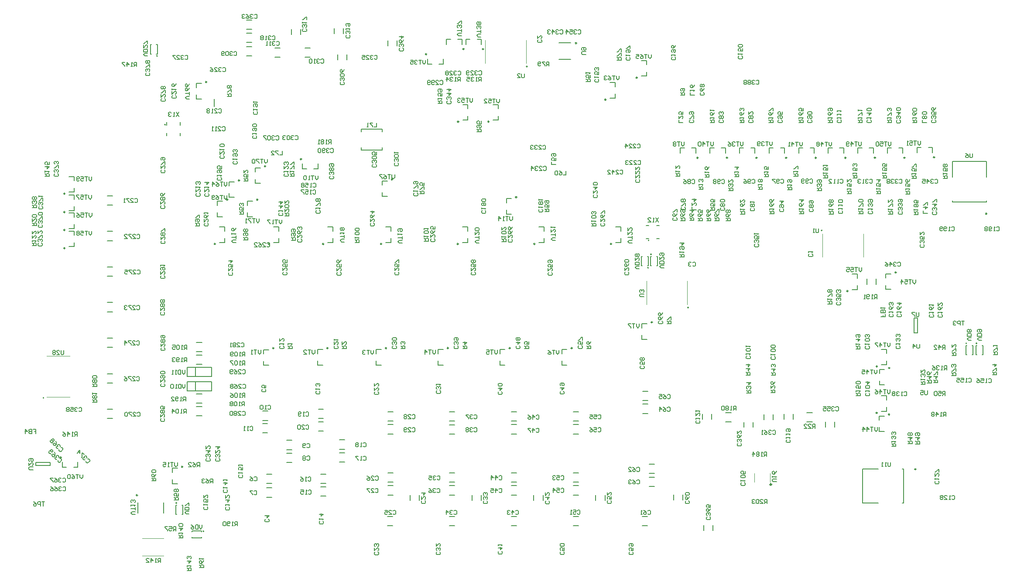
<source format=gbo>
G04*
G04 #@! TF.GenerationSoftware,Altium Limited,Altium Designer,24.4.1 (13)*
G04*
G04 Layer_Color=32896*
%FSLAX26Y26*%
%MOIN*%
G70*
G04*
G04 #@! TF.SameCoordinates,3F108B2F-3CCF-4823-96B3-378CED877835*
G04*
G04*
G04 #@! TF.FilePolarity,Positive*
G04*
G01*
G75*
%ADD10C,0.011811*%
%ADD11C,0.007874*%
%ADD13C,0.005906*%
%ADD15C,0.009842*%
%ADD18C,0.004724*%
%ADD19C,0.005000*%
D10*
X5713579Y689964D02*
G03*
X5713579Y689964I-5906J0D01*
G01*
D11*
X6100394Y2629921D02*
G03*
X6100394Y2629921I-3937J0D01*
G01*
X7283378Y1767668D02*
G03*
X7283378Y1767668I-3937J0D01*
G01*
X7204637D02*
G03*
X7204637Y1767668I-3937J0D01*
G01*
X1377258Y332139D02*
G03*
X1377258Y332139I-3937J0D01*
G01*
X154528Y1351378D02*
G03*
X154528Y1351378I-3937J0D01*
G01*
X1083655Y3437992D02*
G03*
X1083655Y3437992I-3937J0D01*
G01*
X4796260Y2447655D02*
G03*
X4796260Y2447655I-3937J0D01*
G01*
X4773622Y2345472D02*
G03*
X4773622Y2345472I-3937J0D01*
G01*
X4777559Y2554128D02*
G03*
X4777559Y2554128I-3937J0D01*
G01*
X1021654Y3963583D02*
G03*
X1021654Y3963583I-3937J0D01*
G01*
X1169291Y547822D02*
G03*
X1169291Y547822I-3937J0D01*
G01*
X5079725Y2041339D02*
G03*
X5079725Y2041339I-3937J0D01*
G01*
X3848425Y3882874D02*
G03*
X3848425Y3882874I-3937J0D01*
G01*
X2216220Y3100786D02*
X2247716D01*
Y3140156D01*
X2129606Y3100786D02*
X2161102D01*
X2129606D02*
Y3140156D01*
X6125000Y1126969D02*
Y1166339D01*
X6195866Y1126969D02*
Y1166339D01*
X1708937Y2853675D02*
X1748307D01*
X1708937Y2822178D02*
Y2853675D01*
Y2735564D02*
X1748307D01*
X1708937D02*
Y2767060D01*
X1769168Y3108858D02*
X1808538D01*
X1769168Y3077362D02*
Y3108858D01*
Y2990748D02*
X1808538D01*
X1769168D02*
Y3022244D01*
X2853347Y4042323D02*
Y4081693D01*
X2782480Y4042323D02*
Y4081693D01*
X4088589Y3937002D02*
X4179140D01*
X4088589Y4062985D02*
X4179140D01*
X6711614Y808071D02*
X6721457D01*
Y548228D02*
Y808071D01*
X6711614Y548228D02*
X6721457D01*
X6410433Y548189D02*
Y808071D01*
X6530512D01*
X6410433Y548189D02*
X6530512D01*
X5361220Y1238891D02*
X5404527D01*
X5361220Y1168024D02*
X5404527D01*
X5502953Y1126686D02*
Y1166056D01*
X5573819Y1126686D02*
Y1166056D01*
X5655236Y1183773D02*
Y1223142D01*
X5726102Y1183773D02*
Y1223142D01*
X1702756Y4168307D02*
X1742126D01*
X1702756Y4239173D02*
X1742126D01*
X2469502Y3934307D02*
Y3973677D01*
X2398636Y3934307D02*
Y3973677D01*
X5256890Y1187133D02*
Y1226503D01*
X5186024Y1187133D02*
Y1226503D01*
X5808071Y1187416D02*
Y1226785D01*
X5878937Y1187416D02*
Y1226785D01*
X5195866Y338583D02*
Y377953D01*
X5266732Y338583D02*
Y377953D01*
X5983268Y1168307D02*
X6026575D01*
X5983268Y1239173D02*
X6026575D01*
X2738581Y3008857D02*
X2777951D01*
X2738581Y2977361D02*
Y3008857D01*
Y2890747D02*
X2777951D01*
X2738581D02*
Y2922243D01*
X3687400Y2873033D02*
X3726770D01*
X3687400Y2841537D02*
Y2873033D01*
Y2754923D02*
X3726770D01*
X3687400D02*
Y2786419D01*
X7095433Y3039370D02*
Y3159449D01*
X7355315Y3039370D02*
Y3159449D01*
X7095433D02*
X7355315D01*
X7095472Y2848425D02*
Y2858268D01*
Y2848425D02*
X7355315D01*
Y2858268D01*
X4718112Y3810041D02*
X4757482D01*
Y3841537D01*
X4718112Y3928151D02*
X4757482D01*
Y3896655D02*
Y3928151D01*
X4479380Y3641527D02*
X4518750D01*
Y3673023D01*
X4479380Y3759637D02*
X4518750D01*
Y3728141D02*
Y3759637D01*
X1318305Y3752952D02*
X1357675D01*
X1318305Y3721456D02*
Y3752952D01*
Y3634841D02*
X1357675D01*
X1318305D02*
Y3666338D01*
X7322748Y1681054D02*
X7329637D01*
X7322748Y1751920D02*
X7329834D01*
X7276488Y1681054D02*
X7283378D01*
X7276488Y1751920D02*
X7283378D01*
X7276488Y1681054D02*
Y1751920D01*
X7329637Y1681054D02*
Y1751920D01*
X7244007Y1681054D02*
X7250897D01*
X7244007Y1751920D02*
X7251094D01*
X7197748Y1681054D02*
X7204637D01*
X7197748Y1751920D02*
X7204637D01*
X7197748Y1681054D02*
Y1751920D01*
X7250897Y1681054D02*
Y1751920D01*
X3354331Y3473425D02*
X3393701D01*
Y3504921D01*
X3354331Y3591535D02*
X3393701D01*
Y3560039D02*
Y3591535D01*
X1920079Y3954386D02*
X1959449D01*
X1920079Y4025252D02*
X1959449D01*
X1067913Y471457D02*
Y550197D01*
X871063Y471457D02*
Y550197D01*
X1313510Y1404527D02*
Y1475394D01*
X1250518Y1404527D02*
X1435558D01*
X1250518D02*
Y1475394D01*
X1435558D01*
Y1404527D02*
Y1475394D01*
X1286707Y281942D02*
Y288832D01*
X1357573Y281745D02*
Y288832D01*
X1286707Y328202D02*
Y335091D01*
X1357573Y328202D02*
Y335091D01*
X1286707D02*
X1357573D01*
X1286707Y281942D02*
X1357573D01*
X1856169Y697917D02*
X1895539D01*
X1856169Y768783D02*
X1895539D01*
X1320400Y1679134D02*
X1363707D01*
X1320400Y1608268D02*
X1363707D01*
X1194876Y3456693D02*
X1194876Y3435039D01*
X1194876Y3354331D02*
X1194876Y3375984D01*
X1092513Y3354331D02*
X1092513Y3375984D01*
X1092513Y3456693D02*
X1092513Y3435039D01*
X91535Y833622D02*
Y856791D01*
Y838091D02*
Y858622D01*
X203740D01*
Y833622D02*
Y858622D01*
X130059Y833622D02*
X165216D01*
X203740D01*
X91535D02*
X130059D01*
X294696Y820693D02*
Y860063D01*
Y820693D02*
X326192D01*
X412806D02*
Y860063D01*
X381310Y820693D02*
X412806D01*
X4835630Y2361041D02*
X4842520D01*
X4835630Y2431907D02*
X4842717D01*
X4789370Y2361041D02*
X4796260D01*
X4789370Y2431907D02*
X4796260D01*
X4789370Y2361041D02*
Y2431907D01*
X4842520Y2361041D02*
Y2431907D01*
X4719488Y2361220D02*
Y2432087D01*
X4772638Y2361220D02*
Y2432087D01*
X4765748Y2361220D02*
X4772638D01*
X4765748Y2432087D02*
X4772638D01*
X4719291Y2361220D02*
X4726378D01*
X4719488Y2432087D02*
X4726378D01*
X4754921Y2566923D02*
X4776575Y2566923D01*
X4835630D02*
X4857284Y2566923D01*
X4835630Y2669285D02*
X4857284Y2669285D01*
X4754921D02*
X4776575Y2669285D01*
X6591537Y1334821D02*
Y1366317D01*
X6552167D02*
X6591537D01*
Y1248207D02*
Y1279703D01*
X6552167Y1248207D02*
X6591537D01*
X385827Y3009843D02*
Y3041339D01*
X346457D02*
X385827D01*
Y2923229D02*
Y2954724D01*
X346457Y2923229D02*
X385827D01*
Y2593504D02*
Y2625000D01*
X346457D02*
X385827D01*
Y2506890D02*
Y2538386D01*
X346457Y2506890D02*
X385827D01*
Y2869095D02*
Y2900591D01*
X346457D02*
X385827D01*
Y2782481D02*
Y2813977D01*
X346457Y2782481D02*
X385827D01*
Y2732284D02*
Y2763780D01*
X346457D02*
X385827D01*
Y2645669D02*
Y2677165D01*
X346457Y2645669D02*
X385827D01*
X6367715Y2265355D02*
Y2296851D01*
X6328345D02*
X6367715D01*
Y2178740D02*
Y2210236D01*
X6328345Y2178740D02*
X6367715D01*
X6824803Y3264764D02*
X6856299D01*
X6824803Y3225394D02*
Y3264764D01*
X6911417D02*
X6942913D01*
Y3225394D02*
Y3264764D01*
X6598862Y3260709D02*
X6630358D01*
X6598862Y3221339D02*
Y3260709D01*
X6685476D02*
X6716972D01*
Y3221339D02*
Y3260709D01*
X6372878D02*
X6404374D01*
X6372878Y3221339D02*
Y3260709D01*
X6459492D02*
X6490988D01*
Y3221339D02*
Y3260709D01*
X6146893Y3260315D02*
X6178390D01*
X6146893Y3220945D02*
Y3260315D01*
X6233508D02*
X6265004D01*
Y3220945D02*
Y3260315D01*
X6592521Y1690136D02*
Y1721632D01*
X6553151D02*
X6592521D01*
Y1603522D02*
Y1635017D01*
X6553151Y1603522D02*
X6592521D01*
X5920909Y3260315D02*
X5952405D01*
X5920909Y3220945D02*
Y3260315D01*
X6007523D02*
X6039019D01*
Y3220945D02*
Y3260315D01*
X5242956D02*
X5274452D01*
X5242956Y3220945D02*
Y3260315D01*
X5329570D02*
X5361066D01*
Y3220945D02*
Y3260315D01*
X5694925D02*
X5726421D01*
X5694925Y3220945D02*
Y3260315D01*
X5781539D02*
X5813035D01*
Y3220945D02*
Y3260315D01*
X3378543Y4091536D02*
X3410039D01*
X3378543Y4052166D02*
Y4091536D01*
X3465157D02*
X3496653D01*
Y4052166D02*
Y4091536D01*
X3229331Y4091227D02*
X3260827D01*
X3229331Y4051857D02*
Y4091227D01*
X3315945D02*
X3347441D01*
Y4051857D02*
Y4091227D01*
X5468940Y3260315D02*
X5500437D01*
X5468940Y3220945D02*
Y3260315D01*
X5555555D02*
X5587051D01*
Y3220945D02*
Y3260315D01*
X4562165Y2625983D02*
Y2657479D01*
X4522795D02*
X4562165D01*
Y2539369D02*
Y2570865D01*
X4522795Y2539369D02*
X4562165D01*
X3976535Y2625985D02*
Y2657481D01*
X3937166D02*
X3976535D01*
Y2539371D02*
Y2570867D01*
X3937166Y2539371D02*
X3976535D01*
X3390906Y2625984D02*
Y2657480D01*
X3351536D02*
X3390906D01*
Y2539370D02*
Y2570866D01*
X3351536Y2539370D02*
X3390906D01*
X2805276Y2625984D02*
Y2657480D01*
X2765906D02*
X2805276D01*
Y2539370D02*
Y2570866D01*
X2765906Y2539370D02*
X2805276D01*
X2362362Y2625394D02*
Y2656890D01*
X2322992D02*
X2362362D01*
Y2538780D02*
Y2570276D01*
X2322992Y2538780D02*
X2362362D01*
X1948976Y2625984D02*
Y2657480D01*
X1909606D02*
X1948976D01*
Y2539370D02*
Y2570866D01*
X1909606Y2539370D02*
X1948976D01*
X1535591Y2625984D02*
Y2657480D01*
X1496221D02*
X1535591D01*
Y2539370D02*
Y2570866D01*
X1496221Y2539370D02*
X1535591D01*
X1134843Y694882D02*
Y726378D01*
Y694882D02*
X1174213D01*
X1134843Y781496D02*
Y812992D01*
X1174213D01*
X5016972Y3260315D02*
X5048468D01*
X5016972Y3220945D02*
Y3260315D01*
X5103586D02*
X5135082D01*
Y3220945D02*
Y3260315D01*
X4723426Y1799212D02*
Y1830708D01*
Y1799212D02*
X4762796D01*
X4723426Y1885826D02*
Y1917322D01*
X4762796D01*
X4111221Y1601378D02*
Y1632874D01*
Y1601378D02*
X4150591D01*
X4111221Y1687992D02*
Y1719488D01*
X4150591D01*
X3637796Y1601378D02*
Y1632874D01*
Y1601378D02*
X3677166D01*
X3637796Y1687992D02*
Y1719488D01*
X3677166D01*
X3165355Y1601378D02*
Y1632874D01*
Y1601378D02*
X3204725D01*
X3165355Y1687992D02*
Y1719488D01*
X3204725D01*
X2692914Y1601378D02*
Y1632874D01*
Y1601378D02*
X2732284D01*
X2692914Y1687992D02*
Y1719488D01*
X2732284D01*
X2245079Y1601378D02*
Y1632874D01*
Y1601378D02*
X2284449D01*
X2245079Y1687992D02*
Y1719488D01*
X2284449D01*
X1831693Y1600984D02*
Y1632480D01*
Y1600984D02*
X1871063D01*
X1831693Y1687598D02*
Y1719094D01*
X1871063D01*
X967520Y3979331D02*
Y4050197D01*
X1020669Y3979331D02*
Y4050197D01*
X1013780Y3979331D02*
X1020669D01*
X1013780Y4050197D02*
X1020669D01*
X967323Y3979331D02*
X974410D01*
X967520Y4050197D02*
X974410D01*
X1435558Y1514764D02*
Y1585630D01*
X1250518D02*
X1435558D01*
X1250518Y1514764D02*
Y1585630D01*
Y1514764D02*
X1435558D01*
X1313510D02*
Y1585630D01*
X1215551Y461207D02*
Y532074D01*
X1162402Y461207D02*
Y532074D01*
X1169291D01*
X1162402Y461207D02*
X1169291D01*
X1208661Y532074D02*
X1215748D01*
X1208661Y461207D02*
X1215551D01*
X6828780Y1847441D02*
Y1885965D01*
Y1921122D02*
Y1959646D01*
Y1885965D02*
Y1921122D01*
X6803780Y1959646D02*
X6828780D01*
X6803780Y1847441D02*
Y1959646D01*
Y1847441D02*
X6824311D01*
X6805610D02*
X6828780D01*
X1320400Y1381890D02*
X1363707D01*
X1320400Y1311024D02*
X1363707D01*
X6440945Y2217520D02*
Y2260827D01*
X6511811Y2217520D02*
Y2260827D01*
X1320400Y1704724D02*
X1363707D01*
X1320400Y1775591D02*
X1363707D01*
X1320400Y1285433D02*
X1363707D01*
X1320400Y1214567D02*
X1363707D01*
X2441535Y4173169D02*
X2441536Y4133799D01*
X2370669Y4173169D02*
X2370669Y4133799D01*
X1702756Y4066929D02*
X1742126D01*
X1702756Y4137795D02*
X1742126D01*
X2115157Y4126968D02*
Y4166338D01*
X2044291Y4126968D02*
Y4166338D01*
X2148087Y3954386D02*
X2187457D01*
X2148087Y4025252D02*
X2187457D01*
X1702756Y4034449D02*
X1742126D01*
X1702756Y3963583D02*
X1742126D01*
X639764Y1536024D02*
X679134D01*
X639764Y1465158D02*
X679134D01*
X639764Y2351969D02*
X679134D01*
X639764Y2281102D02*
X679134D01*
X639764Y1808071D02*
X679134D01*
X639764Y1737205D02*
X679134D01*
X639764Y2079724D02*
X679134D01*
X639764Y2008858D02*
X679134D01*
X639764Y2623622D02*
X679134D01*
X639764Y2552756D02*
X679134D01*
X639764Y2895669D02*
X679134D01*
X639764Y2824803D02*
X679134D01*
X640162Y1263819D02*
X679532D01*
X640162Y1192952D02*
X679532D01*
X4730104Y1402559D02*
X4769474D01*
X4730104Y1331693D02*
X4769474D01*
X4730104Y1303150D02*
X4769474D01*
X4730104Y1232283D02*
X4769474D01*
X4780512Y746063D02*
X4819882D01*
X4780512Y675197D02*
X4819882D01*
X4780512Y844488D02*
X4819882D01*
X4780512Y773622D02*
X4819882D01*
X4726378Y443898D02*
X4765748D01*
X4726378Y373031D02*
X4765748D01*
X5036061Y572265D02*
Y611635D01*
X4965195Y572265D02*
Y611635D01*
X4199803Y1146654D02*
X4239173D01*
X4199803Y1075787D02*
X4239173D01*
X4199803Y1246063D02*
X4239173D01*
X4199803Y1175197D02*
X4239173D01*
X4199803Y680118D02*
X4239173D01*
X4199803Y609252D02*
X4239173D01*
X4199803Y778543D02*
X4239173D01*
X4199803Y707677D02*
X4239173D01*
X4441003Y567913D02*
Y607284D01*
X4370137Y567913D02*
Y607284D01*
X4198819Y443898D02*
X4238189D01*
X4198819Y373031D02*
X4238189D01*
X3726378Y1146654D02*
X3765748D01*
X3726378Y1075788D02*
X3765748D01*
X3726378Y1246063D02*
X3765748D01*
X3726378Y1175197D02*
X3765748D01*
X3726378Y680118D02*
X3765748D01*
X3726378Y609252D02*
X3765748D01*
X3726378Y778544D02*
X3765748D01*
X3726378Y707678D02*
X3765748D01*
X3726378Y443898D02*
X3765748D01*
X3726378Y373032D02*
X3765748D01*
X3967578Y567914D02*
Y607284D01*
X3896712Y567914D02*
Y607284D01*
X3253937Y1144663D02*
X3293307D01*
X3253937Y1073797D02*
X3293307D01*
X3253937Y1246063D02*
X3293307D01*
X3253937Y1175197D02*
X3293307D01*
X3253937Y680118D02*
X3293307D01*
X3253937Y609252D02*
X3293307D01*
X3253937Y778544D02*
X3293307D01*
X3253937Y707678D02*
X3293307D01*
X3252953Y443898D02*
X3292323D01*
X3252953Y373032D02*
X3292323D01*
X3495137Y567914D02*
Y607284D01*
X3424271Y567914D02*
Y607284D01*
X2781496Y1146654D02*
X2820866D01*
X2781496Y1075788D02*
X2820866D01*
X2781496Y1246063D02*
X2820866D01*
X2781496Y1175197D02*
X2820866D01*
X2781496Y680118D02*
X2820866D01*
X2781496Y609252D02*
X2820866D01*
X2781496Y778544D02*
X2820866D01*
X2781496Y707678D02*
X2820866D01*
X2780512Y443898D02*
X2819882D01*
X2780512Y373032D02*
X2819882D01*
X3022696Y567914D02*
Y607284D01*
X2951830Y567914D02*
Y607284D01*
X2250984Y1167323D02*
X2290354D01*
X2250984Y1096457D02*
X2290354D01*
X2250984Y1264764D02*
X2290354D01*
X2250984Y1193898D02*
X2290354D01*
X2411418Y958661D02*
X2450788D01*
X2411418Y1029527D02*
X2450788D01*
X2411418Y860236D02*
X2450788D01*
X2411418Y931102D02*
X2450788D01*
X2269555Y768955D02*
X2308925D01*
X2269555Y698088D02*
X2308925D01*
X2269555Y670529D02*
X2308925D01*
X2269555Y599663D02*
X2308925D01*
X1824133Y1155257D02*
X1863503D01*
X1824133Y1084391D02*
X1863503D01*
X1824803Y1250000D02*
X1864174D01*
X1824803Y1179133D02*
X1864174D01*
X2009569Y955708D02*
X2048939D01*
X2009569Y1026574D02*
X2048939D01*
X2009569Y857283D02*
X2048939D01*
X2009569Y928149D02*
X2048939D01*
X1856169Y662803D02*
X1895539D01*
X1856169Y591937D02*
X1895539D01*
D13*
X1480473Y2853937D02*
X1519843D01*
X1480473Y2822441D02*
Y2853937D01*
Y2735827D02*
X1519843D01*
X1480473D02*
Y2767323D01*
X1569502Y2883189D02*
Y2914686D01*
Y2883189D02*
X1608872D01*
X1569502Y2969804D02*
Y3001300D01*
X1608872D01*
X1456693Y3577756D02*
Y3633858D01*
X3585630Y3473425D02*
X3625000D01*
Y3504921D01*
X3585630Y3591535D02*
X3625000D01*
Y3560039D02*
Y3591535D01*
X3085987Y3902560D02*
Y3941930D01*
Y3902560D02*
X3117483D01*
X3204097D02*
Y3941930D01*
X3172601Y3902560D02*
X3204097D01*
X6586614Y2180118D02*
Y2211614D01*
Y2180118D02*
X6625984D01*
X6586614Y2266732D02*
Y2298228D01*
X6625984D01*
X6537403Y1449978D02*
Y1481474D01*
Y1449978D02*
X6576773D01*
X6537403Y1536592D02*
Y1568088D01*
X6576773D01*
X6536419Y1094663D02*
Y1126159D01*
Y1094663D02*
X6575789D01*
X6536419Y1181277D02*
Y1212773D01*
X6575789D01*
X2362858Y3045944D02*
X2368105Y3040696D01*
Y3030201D01*
X2362858Y3024953D01*
X2341867D01*
X2336619Y3030201D01*
Y3040696D01*
X2341867Y3045944D01*
X2362858Y3056439D02*
X2368105Y3061687D01*
Y3072182D01*
X2362858Y3077430D01*
X2357610D01*
X2352362Y3072182D01*
Y3066934D01*
Y3072182D01*
X2347115Y3077430D01*
X2341867D01*
X2336619Y3072182D01*
Y3061687D01*
X2341867Y3056439D01*
X2362858Y3087925D02*
X2368105Y3093173D01*
Y3103668D01*
X2362858Y3108916D01*
X2357610D01*
X2352362Y3103668D01*
X2347115Y3108916D01*
X2341867D01*
X2336619Y3103668D01*
Y3093173D01*
X2341867Y3087925D01*
X2347115D01*
X2352362Y3093173D01*
X2357610Y3087925D01*
X2362858D01*
X2352362Y3093173D02*
Y3103668D01*
X2341867Y3119411D02*
X2336619Y3124659D01*
Y3135154D01*
X2341867Y3140401D01*
X2362858D01*
X2368105Y3135154D01*
Y3124659D01*
X2362858Y3119411D01*
X2357610D01*
X2352362Y3124659D01*
Y3140401D01*
X2343820Y3251637D02*
X2349068Y3256885D01*
X2359563D01*
X2364811Y3251637D01*
Y3230646D01*
X2359563Y3225399D01*
X2349068D01*
X2343820Y3230646D01*
X2333325Y3251637D02*
X2328077Y3256885D01*
X2317582D01*
X2312334Y3251637D01*
Y3246389D01*
X2317582Y3241142D01*
X2322829D01*
X2317582D01*
X2312334Y3235894D01*
Y3230646D01*
X2317582Y3225399D01*
X2328077D01*
X2333325Y3230646D01*
X2301839D02*
X2296591Y3225399D01*
X2286096D01*
X2280848Y3230646D01*
Y3251637D01*
X2286096Y3256885D01*
X2296591D01*
X2301839Y3251637D01*
Y3246389D01*
X2296591Y3241142D01*
X2280848D01*
X2270353Y3251637D02*
X2265105Y3256885D01*
X2254610D01*
X2249362Y3251637D01*
Y3230646D01*
X2254610Y3225399D01*
X2265105D01*
X2270353Y3230646D01*
Y3251637D01*
X5679771Y543312D02*
Y574798D01*
X5664028D01*
X5658781Y569551D01*
Y559055D01*
X5664028Y553808D01*
X5679771D01*
X5669276D02*
X5658781Y543312D01*
X5627295D02*
X5648285D01*
X5627295Y564303D01*
Y569551D01*
X5632542Y574798D01*
X5643038D01*
X5648285Y569551D01*
X5616800D02*
X5611552Y574798D01*
X5601056D01*
X5595809Y569551D01*
Y548560D01*
X5601056Y543312D01*
X5611552D01*
X5616800Y548560D01*
Y569551D01*
X5585314D02*
X5580066Y574798D01*
X5569571D01*
X5564323Y569551D01*
Y564303D01*
X5569571Y559055D01*
X5574818D01*
X5569571D01*
X5564323Y553808D01*
Y548560D01*
X5569571Y543312D01*
X5580066D01*
X5585314Y548560D01*
X5505574Y703095D02*
X5510822Y697847D01*
Y687352D01*
X5505574Y682104D01*
X5484583D01*
X5479336Y687352D01*
Y697847D01*
X5484583Y703095D01*
X5479336Y713590D02*
Y724086D01*
Y718838D01*
X5510822D01*
X5505574Y713590D01*
Y739829D02*
X5510822Y745076D01*
Y755572D01*
X5505574Y760819D01*
X5484583D01*
X5479336Y755572D01*
Y745076D01*
X5484583Y739829D01*
X5505574D01*
X5510822Y792305D02*
Y771314D01*
X5495079D01*
X5500326Y781810D01*
Y787058D01*
X5495079Y792305D01*
X5484583D01*
X5479336Y787058D01*
Y776562D01*
X5484583Y771314D01*
X5751963Y711627D02*
X5725725D01*
X5720478Y716875D01*
Y727370D01*
X5725725Y732617D01*
X5751963D01*
X5720478Y743113D02*
Y753608D01*
Y748361D01*
X5751963D01*
X5746716Y743113D01*
X5751963Y790342D02*
X5746716Y779846D01*
X5736221Y769351D01*
X5725725D01*
X5720478Y774599D01*
Y785094D01*
X5725725Y790342D01*
X5730973D01*
X5736221Y785094D01*
Y769351D01*
X5676163Y905517D02*
Y937003D01*
X5660420D01*
X5655173Y931755D01*
Y921260D01*
X5660420Y916012D01*
X5676163D01*
X5665668D02*
X5655173Y905517D01*
X5644677D02*
X5634182D01*
X5639430D01*
Y937003D01*
X5644677Y931755D01*
X5618439D02*
X5613191Y937003D01*
X5602696D01*
X5597449Y931755D01*
Y926508D01*
X5602696Y921260D01*
X5597449Y916012D01*
Y910765D01*
X5602696Y905517D01*
X5613191D01*
X5618439Y910765D01*
Y916012D01*
X5613191Y921260D01*
X5618439Y926508D01*
Y931755D01*
X5613191Y921260D02*
X5602696D01*
X5571210Y905517D02*
Y937003D01*
X5586953Y921260D01*
X5565963D01*
X2248998Y3049208D02*
Y3028217D01*
X2238503Y3017722D01*
X2228007Y3028217D01*
Y3049208D01*
X2217512D02*
X2196521D01*
X2207017D01*
Y3017722D01*
X2186026D02*
X2175531D01*
X2180778D01*
Y3049208D01*
X2186026Y3043960D01*
X2159788D02*
X2154540Y3049208D01*
X2144045D01*
X2138797Y3043960D01*
Y3022969D01*
X2144045Y3017722D01*
X2154540D01*
X2159788Y3022969D01*
Y3043960D01*
X2350050Y3292328D02*
Y3323814D01*
X2334307D01*
X2329059Y3318566D01*
Y3308071D01*
X2334307Y3302823D01*
X2350050D01*
X2339554D02*
X2329059Y3292328D01*
X2318564D02*
X2308068D01*
X2313316D01*
Y3323814D01*
X2318564Y3318566D01*
X2292325D02*
X2287078Y3323814D01*
X2276582D01*
X2271335Y3318566D01*
Y3313319D01*
X2276582Y3308071D01*
X2271335Y3302823D01*
Y3297576D01*
X2276582Y3292328D01*
X2287078D01*
X2292325Y3297576D01*
Y3302823D01*
X2287078Y3308071D01*
X2292325Y3313319D01*
Y3318566D01*
X2287078Y3308071D02*
X2276582D01*
X2260840Y3292328D02*
X2250344D01*
X2255592D01*
Y3323814D01*
X2260840Y3318566D01*
X2896322Y4023306D02*
X2901570Y4018058D01*
Y4007563D01*
X2896322Y4002315D01*
X2875332D01*
X2870084Y4007563D01*
Y4018058D01*
X2875332Y4023306D01*
X2896322Y4033801D02*
X2901570Y4039049D01*
Y4049544D01*
X2896322Y4054792D01*
X2891075D01*
X2885827Y4049544D01*
Y4044296D01*
Y4049544D01*
X2880579Y4054792D01*
X2875332D01*
X2870084Y4049544D01*
Y4039049D01*
X2875332Y4033801D01*
X2901570Y4086278D02*
X2896322Y4075782D01*
X2885827Y4065287D01*
X2875332D01*
X2870084Y4070535D01*
Y4081030D01*
X2875332Y4086278D01*
X2880579D01*
X2885827Y4081030D01*
Y4065287D01*
X2870084Y4112516D02*
X2901570D01*
X2885827Y4096773D01*
Y4117764D01*
X1762127Y4276243D02*
X1767375Y4281491D01*
X1777870D01*
X1783118Y4276243D01*
Y4255253D01*
X1777870Y4250005D01*
X1767375D01*
X1762127Y4255253D01*
X1751632Y4276243D02*
X1746384Y4281491D01*
X1735889D01*
X1730641Y4276243D01*
Y4270996D01*
X1735889Y4265748D01*
X1741137D01*
X1735889D01*
X1730641Y4260500D01*
Y4255253D01*
X1735889Y4250005D01*
X1746384D01*
X1751632Y4255253D01*
X1699155Y4281491D02*
X1709651Y4276243D01*
X1720146Y4265748D01*
Y4255253D01*
X1714898Y4250005D01*
X1704403D01*
X1699155Y4255253D01*
Y4260500D01*
X1704403Y4265748D01*
X1720146D01*
X1688660Y4276243D02*
X1683412Y4281491D01*
X1672917D01*
X1667669Y4276243D01*
Y4270996D01*
X1672917Y4265748D01*
X1678165D01*
X1672917D01*
X1667669Y4260500D01*
Y4255253D01*
X1672917Y4250005D01*
X1683412D01*
X1688660Y4255253D01*
X5478015Y1004605D02*
X5483263Y999357D01*
Y988862D01*
X5478015Y983615D01*
X5457025D01*
X5451777Y988862D01*
Y999357D01*
X5457025Y1004605D01*
X5478015Y1015100D02*
X5483263Y1020348D01*
Y1030843D01*
X5478015Y1036091D01*
X5472767D01*
X5467520Y1030843D01*
Y1025596D01*
Y1030843D01*
X5462272Y1036091D01*
X5457025D01*
X5451777Y1030843D01*
Y1020348D01*
X5457025Y1015100D01*
X5483263Y1067577D02*
X5478015Y1057082D01*
X5467520Y1046586D01*
X5457025D01*
X5451777Y1051834D01*
Y1062329D01*
X5457025Y1067577D01*
X5462272D01*
X5467520Y1062329D01*
Y1046586D01*
X5451777Y1099063D02*
Y1078072D01*
X5472767Y1099063D01*
X5478015D01*
X5483263Y1093815D01*
Y1083320D01*
X5478015Y1078072D01*
X5722431Y1098094D02*
X5727678Y1103341D01*
X5738174D01*
X5743421Y1098094D01*
Y1077103D01*
X5738174Y1071855D01*
X5727678D01*
X5722431Y1077103D01*
X5711935Y1098094D02*
X5706688Y1103341D01*
X5696193D01*
X5690945Y1098094D01*
Y1092846D01*
X5696193Y1087599D01*
X5701440D01*
X5696193D01*
X5690945Y1082351D01*
Y1077103D01*
X5696193Y1071855D01*
X5706688D01*
X5711935Y1077103D01*
X5659459Y1103341D02*
X5669954Y1098094D01*
X5680450Y1087599D01*
Y1077103D01*
X5675202Y1071855D01*
X5664707D01*
X5659459Y1077103D01*
Y1082351D01*
X5664707Y1087599D01*
X5680450D01*
X5648964Y1071855D02*
X5638468D01*
X5643716D01*
Y1103341D01*
X5648964Y1098094D01*
X6203072Y1278212D02*
X6208320Y1283459D01*
X6218815D01*
X6224063Y1278212D01*
Y1257221D01*
X6218815Y1251974D01*
X6208320D01*
X6203072Y1257221D01*
X6192577Y1278212D02*
X6187329Y1283459D01*
X6176834D01*
X6171586Y1278212D01*
Y1272964D01*
X6176834Y1267717D01*
X6182082D01*
X6176834D01*
X6171586Y1262469D01*
Y1257221D01*
X6176834Y1251974D01*
X6187329D01*
X6192577Y1257221D01*
X6140100Y1283459D02*
X6161091D01*
Y1267717D01*
X6150596Y1272964D01*
X6145348D01*
X6140100Y1267717D01*
Y1257221D01*
X6145348Y1251974D01*
X6155843D01*
X6161091Y1257221D01*
X6108614Y1283459D02*
X6129605D01*
Y1267717D01*
X6119110Y1272964D01*
X6113862D01*
X6108614Y1267717D01*
Y1257221D01*
X6113862Y1251974D01*
X6124357D01*
X6129605Y1257221D01*
X6622692Y859247D02*
Y833009D01*
X6617445Y827761D01*
X6606949D01*
X6601702Y833009D01*
Y859247D01*
X6591207Y827761D02*
X6580711D01*
X6585959D01*
Y859247D01*
X6591207Y853999D01*
X6564968Y827761D02*
X6554473D01*
X6559721D01*
Y859247D01*
X6564968Y853999D01*
X5441911Y1256895D02*
Y1288381D01*
X5426168D01*
X5420921Y1283133D01*
Y1272638D01*
X5426168Y1267390D01*
X5441911D01*
X5431416D02*
X5420921Y1256895D01*
X5410425D02*
X5399930D01*
X5405178D01*
Y1288381D01*
X5410425Y1283133D01*
X5384187D02*
X5378939Y1288381D01*
X5368444D01*
X5363197Y1283133D01*
Y1277886D01*
X5368444Y1272638D01*
X5363197Y1267390D01*
Y1262143D01*
X5368444Y1256895D01*
X5378939D01*
X5384187Y1262143D01*
Y1267390D01*
X5378939Y1272638D01*
X5384187Y1277886D01*
Y1283133D01*
X5378939Y1272638D02*
X5368444D01*
X5352701Y1283133D02*
X5347453Y1288381D01*
X5336958D01*
X5331711Y1283133D01*
Y1262143D01*
X5336958Y1256895D01*
X5347453D01*
X5352701Y1262143D01*
Y1283133D01*
X4294286Y3975730D02*
X4268048D01*
X4262800Y3980978D01*
Y3991473D01*
X4268048Y3996721D01*
X4294286D01*
X4268048Y4007216D02*
X4262800Y4012464D01*
Y4022959D01*
X4268048Y4028207D01*
X4289039D01*
X4294286Y4022959D01*
Y4012464D01*
X4289039Y4007216D01*
X4283791D01*
X4278543Y4012464D01*
Y4028207D01*
X526187Y1316416D02*
X557672D01*
Y1332159D01*
X552425Y1337406D01*
X541929D01*
X536682Y1332159D01*
Y1316416D01*
Y1326911D02*
X526187Y1337406D01*
X552425Y1347902D02*
X557672Y1353149D01*
Y1363645D01*
X552425Y1368892D01*
X547177D01*
X541929Y1363645D01*
X536682Y1368892D01*
X531434D01*
X526187Y1363645D01*
Y1353149D01*
X531434Y1347902D01*
X536682D01*
X541929Y1353149D01*
X547177Y1347902D01*
X552425D01*
X541929Y1353149D02*
Y1363645D01*
X526187Y1379388D02*
Y1389883D01*
Y1384635D01*
X557672D01*
X552425Y1379388D01*
X526580Y1437350D02*
X558066D01*
Y1453092D01*
X552818Y1458340D01*
X542323D01*
X537075Y1453092D01*
Y1437350D01*
Y1447845D02*
X526580Y1458340D01*
X552818Y1468835D02*
X558066Y1474083D01*
Y1484578D01*
X552818Y1489826D01*
X547571D01*
X542323Y1484578D01*
X537075Y1489826D01*
X531828D01*
X526580Y1484578D01*
Y1474083D01*
X531828Y1468835D01*
X537075D01*
X542323Y1474083D01*
X547571Y1468835D01*
X552818D01*
X542323Y1474083D02*
Y1484578D01*
X552818Y1500321D02*
X558066Y1505569D01*
Y1516064D01*
X552818Y1521312D01*
X531828D01*
X526580Y1516064D01*
Y1505569D01*
X531828Y1500321D01*
X552818D01*
X4013438Y3887800D02*
Y3919286D01*
X3997695D01*
X3992447Y3914039D01*
Y3903543D01*
X3997695Y3898296D01*
X4013438D01*
X4002943D02*
X3992447Y3887800D01*
X3981952Y3919286D02*
X3960961D01*
Y3914039D01*
X3981952Y3893048D01*
Y3887800D01*
X3950466Y3893048D02*
X3945218Y3887800D01*
X3934723D01*
X3929476Y3893048D01*
Y3914039D01*
X3934723Y3919286D01*
X3945218D01*
X3950466Y3914039D01*
Y3908791D01*
X3945218Y3903543D01*
X3929476D01*
X4234568Y4158133D02*
X4239816Y4163381D01*
X4250311D01*
X4255559Y4158133D01*
Y4137143D01*
X4250311Y4131895D01*
X4239816D01*
X4234568Y4137143D01*
X4224073Y4158133D02*
X4218825Y4163381D01*
X4208330D01*
X4203082Y4158133D01*
Y4152886D01*
X4208330Y4147638D01*
X4213578D01*
X4208330D01*
X4203082Y4142390D01*
Y4137143D01*
X4208330Y4131895D01*
X4218825D01*
X4224073Y4137143D01*
X4171596Y4163381D02*
X4192587D01*
Y4147638D01*
X4182092Y4152886D01*
X4176844D01*
X4171596Y4147638D01*
Y4137143D01*
X4176844Y4131895D01*
X4187339D01*
X4192587Y4137143D01*
X4145358Y4131895D02*
Y4163381D01*
X4161101Y4147638D01*
X4140110D01*
X4096773Y4158133D02*
X4102020Y4163381D01*
X4112516D01*
X4117764Y4158133D01*
Y4137143D01*
X4112516Y4131895D01*
X4102020D01*
X4096773Y4137143D01*
X4086278Y4158133D02*
X4081030Y4163381D01*
X4070535D01*
X4065287Y4158133D01*
Y4152886D01*
X4070535Y4147638D01*
X4075782D01*
X4070535D01*
X4065287Y4142390D01*
Y4137143D01*
X4070535Y4131895D01*
X4081030D01*
X4086278Y4137143D01*
X4039049Y4131895D02*
Y4163381D01*
X4054792Y4147638D01*
X4033801D01*
X4023306Y4158133D02*
X4018058Y4163381D01*
X4007563D01*
X4002315Y4158133D01*
Y4152886D01*
X4007563Y4147638D01*
X4012811D01*
X4007563D01*
X4002315Y4142390D01*
Y4137143D01*
X4007563Y4131895D01*
X4018058D01*
X4023306Y4137143D01*
X1799524Y2720467D02*
Y2699477D01*
X1789028Y2688981D01*
X1778533Y2699477D01*
Y2720467D01*
X1768038D02*
X1747047D01*
X1757543D01*
Y2688981D01*
X1736552Y2720467D02*
X1715561D01*
Y2715220D01*
X1736552Y2694229D01*
Y2688981D01*
X1705066D02*
X1694571D01*
X1699818D01*
Y2720467D01*
X1705066Y2715220D01*
X1860732Y3174403D02*
Y3153412D01*
X1850237Y3142917D01*
X1839741Y3153412D01*
Y3174403D01*
X1829246D02*
X1808255D01*
X1818751D01*
Y3142917D01*
X1797760Y3174403D02*
X1776770D01*
Y3169155D01*
X1797760Y3148165D01*
Y3142917D01*
X1766274Y3169155D02*
X1761027Y3174403D01*
X1750531D01*
X1745284Y3169155D01*
Y3148165D01*
X1750531Y3142917D01*
X1761027D01*
X1766274Y3148165D01*
Y3169155D01*
X1552803Y2898932D02*
Y2877942D01*
X1542307Y2867447D01*
X1531812Y2877942D01*
Y2898932D01*
X1521317D02*
X1500326D01*
X1510822D01*
Y2867447D01*
X1468840Y2898932D02*
X1479336Y2893685D01*
X1489831Y2883189D01*
Y2872694D01*
X1484583Y2867447D01*
X1474088D01*
X1468840Y2872694D01*
Y2877942D01*
X1474088Y2883189D01*
X1489831D01*
X1458345Y2872694D02*
X1453097Y2867447D01*
X1442602D01*
X1437354Y2872694D01*
Y2893685D01*
X1442602Y2898932D01*
X1453097D01*
X1458345Y2893685D01*
Y2888437D01*
X1453097Y2883189D01*
X1437354D01*
X1995084Y2742473D02*
X2026570D01*
Y2758216D01*
X2021322Y2763463D01*
X2010827D01*
X2005579Y2758216D01*
Y2742473D01*
Y2752968D02*
X1995084Y2763463D01*
Y2794949D02*
Y2773959D01*
X2016074Y2794949D01*
X2021322D01*
X2026570Y2789702D01*
Y2779206D01*
X2021322Y2773959D01*
Y2805445D02*
X2026570Y2810692D01*
Y2821188D01*
X2021322Y2826435D01*
X2000332D01*
X1995084Y2821188D01*
Y2810692D01*
X2000332Y2805445D01*
X2021322D01*
X1995084Y2857921D02*
Y2836930D01*
X2016074Y2857921D01*
X2021322D01*
X2026570Y2852673D01*
Y2842178D01*
X2021322Y2836930D01*
X2035438Y3044309D02*
X2066924D01*
Y3060052D01*
X2061677Y3065300D01*
X2051181D01*
X2045934Y3060052D01*
Y3044309D01*
Y3054804D02*
X2035438Y3065300D01*
Y3075795D02*
Y3086290D01*
Y3081043D01*
X2066924D01*
X2061677Y3075795D01*
X2066924Y3102033D02*
Y3123024D01*
X2061677D01*
X2040686Y3102033D01*
X2035438D01*
X2066924Y3133519D02*
Y3154510D01*
X2061677D01*
X2040686Y3133519D01*
X2035438D01*
X2210291Y2986873D02*
X2215538Y2992121D01*
X2226034D01*
X2231281Y2986873D01*
Y2965883D01*
X2226034Y2960635D01*
X2215538D01*
X2210291Y2965883D01*
X2199796Y2960635D02*
X2189300D01*
X2194548D01*
Y2992121D01*
X2199796Y2986873D01*
X2152567Y2992121D02*
X2173557D01*
Y2976378D01*
X2163062Y2981626D01*
X2157814D01*
X2152567Y2976378D01*
Y2965883D01*
X2157814Y2960635D01*
X2168309D01*
X2173557Y2965883D01*
X2142071Y2986873D02*
X2136824Y2992121D01*
X2126328D01*
X2121081Y2986873D01*
Y2981626D01*
X2126328Y2976378D01*
X2121081Y2971130D01*
Y2965883D01*
X2126328Y2960635D01*
X2136824D01*
X2142071Y2965883D01*
Y2971130D01*
X2136824Y2976378D01*
X2142071Y2981626D01*
Y2986873D01*
X2136824Y2976378D02*
X2126328D01*
X2209307Y2934708D02*
X2214554Y2939956D01*
X2225050D01*
X2230297Y2934708D01*
Y2913717D01*
X2225050Y2908470D01*
X2214554D01*
X2209307Y2913717D01*
X2198811Y2908470D02*
X2188316D01*
X2193564D01*
Y2939956D01*
X2198811Y2934708D01*
X2151582Y2939956D02*
X2172573D01*
Y2924213D01*
X2162078Y2929460D01*
X2156830D01*
X2151582Y2924213D01*
Y2913717D01*
X2156830Y2908470D01*
X2167325D01*
X2172573Y2913717D01*
X2141087Y2939956D02*
X2120097D01*
Y2934708D01*
X2141087Y2913717D01*
Y2908470D01*
X1974078Y2764119D02*
X1979326Y2758871D01*
Y2748376D01*
X1974078Y2743128D01*
X1953088D01*
X1947840Y2748376D01*
Y2758871D01*
X1953088Y2764119D01*
X1947840Y2774614D02*
Y2785109D01*
Y2779862D01*
X1979326D01*
X1974078Y2774614D01*
X1947840Y2816595D02*
X1979326D01*
X1963583Y2800852D01*
Y2821843D01*
X1947840Y2848081D02*
X1979326D01*
X1963583Y2832338D01*
Y2853329D01*
X7249095Y3218798D02*
Y3192560D01*
X7243847Y3187312D01*
X7233351D01*
X7228104Y3192560D01*
Y3218798D01*
X7196618D02*
X7207113Y3213550D01*
X7217609Y3203055D01*
Y3192560D01*
X7212361Y3187312D01*
X7201866D01*
X7196618Y3192560D01*
Y3197807D01*
X7201866Y3203055D01*
X7217609D01*
X1418960Y888463D02*
X1424208Y883216D01*
Y872721D01*
X1418960Y867473D01*
X1397969D01*
X1392722Y872721D01*
Y883216D01*
X1397969Y888463D01*
X1418960Y898959D02*
X1424208Y904206D01*
Y914702D01*
X1418960Y919949D01*
X1413712D01*
X1408465Y914702D01*
Y909454D01*
Y914702D01*
X1403217Y919949D01*
X1397969D01*
X1392722Y914702D01*
Y904206D01*
X1397969Y898959D01*
X1392722Y946188D02*
X1424208D01*
X1408465Y930445D01*
Y951435D01*
X1392722Y982921D02*
Y961931D01*
X1413712Y982921D01*
X1418960D01*
X1424208Y977673D01*
Y967178D01*
X1418960Y961931D01*
X1492779Y887479D02*
X1498026Y882231D01*
Y871736D01*
X1492779Y866489D01*
X1471788D01*
X1466541Y871736D01*
Y882231D01*
X1471788Y887479D01*
X1492779Y897974D02*
X1498026Y903222D01*
Y913717D01*
X1492779Y918965D01*
X1487531D01*
X1482284Y913717D01*
Y908470D01*
Y913717D01*
X1477036Y918965D01*
X1471788D01*
X1466541Y913717D01*
Y903222D01*
X1471788Y897974D01*
X1466541Y950451D02*
Y929460D01*
X1487531Y950451D01*
X1492779D01*
X1498026Y945203D01*
Y934708D01*
X1492779Y929460D01*
X1466541Y976689D02*
X1498026D01*
X1482284Y960946D01*
Y981937D01*
X7431748Y2653212D02*
X7436995Y2658459D01*
X7447490D01*
X7452738Y2653212D01*
Y2632221D01*
X7447490Y2626974D01*
X7436995D01*
X7431748Y2632221D01*
X7421252Y2626974D02*
X7410757D01*
X7416005D01*
Y2658459D01*
X7421252Y2653212D01*
X7395014Y2632221D02*
X7389766Y2626974D01*
X7379271D01*
X7374023Y2632221D01*
Y2653212D01*
X7379271Y2658459D01*
X7389766D01*
X7395014Y2653212D01*
Y2647964D01*
X7389766Y2642717D01*
X7374023D01*
X7363528Y2653212D02*
X7358280Y2658459D01*
X7347785D01*
X7342537Y2653212D01*
Y2647964D01*
X7347785Y2642717D01*
X7342537Y2637469D01*
Y2632221D01*
X7347785Y2626974D01*
X7358280D01*
X7363528Y2632221D01*
Y2637469D01*
X7358280Y2642717D01*
X7363528Y2647964D01*
Y2653212D01*
X7358280Y2642717D02*
X7347785D01*
X7088244Y2654196D02*
X7093491Y2659444D01*
X7103986D01*
X7109234Y2654196D01*
Y2633206D01*
X7103986Y2627958D01*
X7093491D01*
X7088244Y2633206D01*
X7077748Y2627958D02*
X7067253D01*
X7072501D01*
Y2659444D01*
X7077748Y2654196D01*
X7051510Y2633206D02*
X7046262Y2627958D01*
X7035767D01*
X7030519Y2633206D01*
Y2654196D01*
X7035767Y2659444D01*
X7046262D01*
X7051510Y2654196D01*
Y2648948D01*
X7046262Y2643701D01*
X7030519D01*
X7020024Y2633206D02*
X7014776Y2627958D01*
X7004281D01*
X6999033Y2633206D01*
Y2654196D01*
X7004281Y2659444D01*
X7014776D01*
X7020024Y2654196D01*
Y2648948D01*
X7014776Y2643701D01*
X6999033D01*
X4533470Y3932428D02*
X4564956D01*
Y3948171D01*
X4559708Y3953419D01*
X4549213D01*
X4543965Y3948171D01*
Y3932428D01*
Y3942923D02*
X4533470Y3953419D01*
X4564956Y3963914D02*
Y3984905D01*
X4559708D01*
X4538717Y3963914D01*
X4533470D01*
X4564956Y3995400D02*
Y4016391D01*
X4559708D01*
X4538717Y3995400D01*
X4533470D01*
X1555123Y3654869D02*
X1586609D01*
Y3670612D01*
X1581361Y3675860D01*
X1570866D01*
X1565618Y3670612D01*
Y3654869D01*
Y3665364D02*
X1555123Y3675860D01*
X1586609Y3686355D02*
Y3707346D01*
X1581361D01*
X1560371Y3686355D01*
X1555123D01*
X1581361Y3717841D02*
X1586609Y3723089D01*
Y3733584D01*
X1581361Y3738831D01*
X1576114D01*
X1570866Y3733584D01*
X1565618Y3738831D01*
X1560371D01*
X1555123Y3733584D01*
Y3723089D01*
X1560371Y3717841D01*
X1565618D01*
X1570866Y3723089D01*
X1576114Y3717841D01*
X1581361D01*
X1570866Y3723089D02*
Y3733584D01*
X1488834Y3554787D02*
X1494082Y3560034D01*
X1504577D01*
X1509825Y3554787D01*
Y3533796D01*
X1504577Y3528548D01*
X1494082D01*
X1488834Y3533796D01*
X1457348Y3528548D02*
X1478339D01*
X1457348Y3549539D01*
Y3554787D01*
X1462596Y3560034D01*
X1473091D01*
X1478339Y3554787D01*
X1446853Y3528548D02*
X1436358D01*
X1441605D01*
Y3560034D01*
X1446853Y3554787D01*
X1420615D02*
X1415367Y3560034D01*
X1404872D01*
X1399624Y3554787D01*
Y3549539D01*
X1404872Y3544291D01*
X1399624Y3539044D01*
Y3533796D01*
X1404872Y3528548D01*
X1415367D01*
X1420615Y3533796D01*
Y3539044D01*
X1415367Y3544291D01*
X1420615Y3549539D01*
Y3554787D01*
X1415367Y3544291D02*
X1404872D01*
X1160102Y3661756D02*
X1165349Y3656509D01*
Y3646014D01*
X1160102Y3640766D01*
X1139111D01*
X1133863Y3646014D01*
Y3656509D01*
X1139111Y3661756D01*
X1133863Y3693242D02*
Y3672252D01*
X1154854Y3693242D01*
X1160102D01*
X1165349Y3687995D01*
Y3677499D01*
X1160102Y3672252D01*
X1133863Y3703738D02*
Y3714233D01*
Y3708985D01*
X1165349D01*
X1160102Y3703738D01*
X1165349Y3750966D02*
X1160102Y3740471D01*
X1149606Y3729976D01*
X1139111D01*
X1133863Y3735224D01*
Y3745719D01*
X1139111Y3750966D01*
X1144359D01*
X1149606Y3745719D01*
Y3729976D01*
X3981304Y2774948D02*
X4012790D01*
Y2790691D01*
X4007543Y2795939D01*
X3997047D01*
X3991800Y2790691D01*
Y2774948D01*
Y2785443D02*
X3981304Y2795939D01*
X4012790Y2827424D02*
Y2806434D01*
X3997047D01*
X4002295Y2816929D01*
Y2822177D01*
X3997047Y2827424D01*
X3986552D01*
X3981304Y2822177D01*
Y2811682D01*
X3986552Y2806434D01*
Y2837920D02*
X3981304Y2843167D01*
Y2853663D01*
X3986552Y2858910D01*
X4007543D01*
X4012790Y2853663D01*
Y2843167D01*
X4007543Y2837920D01*
X4002295D01*
X3997047Y2843167D01*
Y2858910D01*
X4297249Y3766416D02*
X4328735D01*
Y3782159D01*
X4323488Y3787407D01*
X4312992D01*
X4307744Y3782159D01*
Y3766416D01*
Y3776911D02*
X4297249Y3787407D01*
X4328735Y3818893D02*
Y3797902D01*
X4312992D01*
X4318240Y3808397D01*
Y3813645D01*
X4312992Y3818893D01*
X4302497D01*
X4297249Y3813645D01*
Y3803150D01*
X4302497Y3797902D01*
X4297249Y3829388D02*
Y3839883D01*
Y3834636D01*
X4328735D01*
X4323488Y3829388D01*
X4388448Y3785772D02*
X4393696Y3780525D01*
Y3770029D01*
X4388448Y3764782D01*
X4367458D01*
X4362210Y3770029D01*
Y3780525D01*
X4367458Y3785772D01*
X4362210Y3796267D02*
Y3806763D01*
Y3801515D01*
X4393696D01*
X4388448Y3796267D01*
X4393696Y3843496D02*
Y3822506D01*
X4377953D01*
X4383200Y3833001D01*
Y3838249D01*
X4377953Y3843496D01*
X4367458D01*
X4362210Y3838249D01*
Y3827753D01*
X4367458Y3822506D01*
X4388448Y3853992D02*
X4393696Y3859239D01*
Y3869735D01*
X4388448Y3874982D01*
X4383200D01*
X4377953Y3869735D01*
Y3864487D01*
Y3869735D01*
X4372705Y3874982D01*
X4367458D01*
X4362210Y3869735D01*
Y3859239D01*
X4367458Y3853992D01*
X5485889Y3962938D02*
X5491137Y3957690D01*
Y3947195D01*
X5485889Y3941947D01*
X5464899D01*
X5459651Y3947195D01*
Y3957690D01*
X5464899Y3962938D01*
X5459651Y3973433D02*
Y3983928D01*
Y3978680D01*
X5491137D01*
X5485889Y3973433D01*
X5491137Y4020662D02*
Y3999671D01*
X5475394D01*
X5480641Y4010166D01*
Y4015414D01*
X5475394Y4020662D01*
X5464899D01*
X5459651Y4015414D01*
Y4004919D01*
X5464899Y3999671D01*
X5485889Y4031157D02*
X5491137Y4036405D01*
Y4046900D01*
X5485889Y4052148D01*
X5464899D01*
X5459651Y4046900D01*
Y4036405D01*
X5464899Y4031157D01*
X5485889D01*
X1648910Y2754501D02*
X1680396D01*
Y2770244D01*
X1675148Y2775492D01*
X1664653D01*
X1659405Y2770244D01*
Y2754501D01*
Y2764997D02*
X1648910Y2775492D01*
X1680396Y2806978D02*
Y2785987D01*
X1664653D01*
X1669900Y2796483D01*
Y2801730D01*
X1664653Y2806978D01*
X1654157D01*
X1648910Y2801730D01*
Y2791235D01*
X1654157Y2785987D01*
X1675148Y2817473D02*
X1680396Y2822721D01*
Y2833216D01*
X1675148Y2838464D01*
X1669900D01*
X1664653Y2833216D01*
Y2827968D01*
Y2833216D01*
X1659405Y2838464D01*
X1654157D01*
X1648910Y2833216D01*
Y2822721D01*
X1654157Y2817473D01*
X1682478Y3007392D02*
X1713964D01*
Y3023135D01*
X1708716Y3028383D01*
X1698221D01*
X1692973Y3023135D01*
Y3007392D01*
Y3017887D02*
X1682478Y3028383D01*
X1713964Y3059869D02*
Y3038878D01*
X1698221D01*
X1703469Y3049373D01*
Y3054621D01*
X1698221Y3059869D01*
X1687726D01*
X1682478Y3054621D01*
Y3044126D01*
X1687726Y3038878D01*
X1682478Y3091354D02*
Y3070364D01*
X1703469Y3091354D01*
X1708716D01*
X1713964Y3086107D01*
Y3075612D01*
X1708716Y3070364D01*
X2834299Y3057082D02*
Y3036091D01*
X2823804Y3025596D01*
X2813308Y3036091D01*
Y3057082D01*
X2802813D02*
X2781822D01*
X2792318D01*
Y3025596D01*
X2750336Y3057082D02*
X2760832Y3051834D01*
X2771327Y3041339D01*
Y3030843D01*
X2766079Y3025596D01*
X2755584D01*
X2750336Y3030843D01*
Y3036091D01*
X2755584Y3041339D01*
X2771327D01*
X2739841Y3057082D02*
X2718851D01*
Y3051834D01*
X2739841Y3030843D01*
Y3025596D01*
X1265743Y3634205D02*
X1244752D01*
X1234257Y3644700D01*
X1244752Y3655196D01*
X1265743D01*
Y3665691D02*
Y3686682D01*
Y3676186D01*
X1234257D01*
X1265743Y3718167D02*
X1260495Y3707672D01*
X1250000Y3697177D01*
X1239505D01*
X1234257Y3702425D01*
Y3712920D01*
X1239505Y3718167D01*
X1244752D01*
X1250000Y3712920D01*
Y3697177D01*
X1265743Y3749653D02*
X1260495Y3739158D01*
X1250000Y3728663D01*
X1239505D01*
X1234257Y3733910D01*
Y3744406D01*
X1239505Y3749653D01*
X1244752D01*
X1250000Y3744406D01*
Y3728663D01*
X4794929Y3975389D02*
Y3954398D01*
X4784434Y3943903D01*
X4773938Y3954398D01*
Y3975389D01*
X4763443D02*
X4742452D01*
X4752948D01*
Y3943903D01*
X4710966Y3975389D02*
X4721462Y3970141D01*
X4731957Y3959646D01*
Y3949151D01*
X4726709Y3943903D01*
X4716214D01*
X4710966Y3949151D01*
Y3954398D01*
X4716214Y3959646D01*
X4731957D01*
X4679480Y3975389D02*
X4700471D01*
Y3959646D01*
X4689976Y3964893D01*
X4684728D01*
X4679480Y3959646D01*
Y3949151D01*
X4684728Y3943903D01*
X4695223D01*
X4700471Y3949151D01*
X3734234Y2736215D02*
Y2715225D01*
X3723739Y2704729D01*
X3713244Y2715225D01*
Y2736215D01*
X3702748D02*
X3681758D01*
X3692253D01*
Y2704729D01*
X3671262D02*
X3660767D01*
X3666015D01*
Y2736215D01*
X3671262Y2730968D01*
X3629281Y2704729D02*
Y2736215D01*
X3645024Y2720472D01*
X3624034D01*
X1553787Y2999995D02*
Y2979004D01*
X1543292Y2968509D01*
X1532796Y2979004D01*
Y2999995D01*
X1522301D02*
X1501311D01*
X1511806D01*
Y2968509D01*
X1469825Y2999995D02*
X1480320Y2994747D01*
X1490815Y2984252D01*
Y2973757D01*
X1485568Y2968509D01*
X1475072D01*
X1469825Y2973757D01*
Y2979004D01*
X1475072Y2984252D01*
X1490815D01*
X1443586Y2968509D02*
Y2999995D01*
X1459329Y2984252D01*
X1438339D01*
X4549471Y3811525D02*
Y3790535D01*
X4538976Y3780039D01*
X4528481Y3790535D01*
Y3811525D01*
X4517985D02*
X4496995D01*
X4507490D01*
Y3780039D01*
X4465509Y3811525D02*
X4476004Y3806278D01*
X4486499Y3795782D01*
Y3785287D01*
X4481252Y3780039D01*
X4470757D01*
X4465509Y3785287D01*
Y3790535D01*
X4470757Y3795782D01*
X4486499D01*
X4455014Y3806278D02*
X4449766Y3811525D01*
X4439271D01*
X4434023Y3806278D01*
Y3801030D01*
X4439271Y3795782D01*
X4444518D01*
X4439271D01*
X4434023Y3790535D01*
Y3785287D01*
X4439271Y3780039D01*
X4449766D01*
X4455014Y3785287D01*
X1633841Y374021D02*
Y405507D01*
X1618098D01*
X1612850Y400259D01*
Y389764D01*
X1618098Y384516D01*
X1633841D01*
X1623345D02*
X1612850Y374021D01*
X1602355D02*
X1591859D01*
X1597107D01*
Y405507D01*
X1602355Y400259D01*
X1576116Y379269D02*
X1570869Y374021D01*
X1560373D01*
X1555126Y379269D01*
Y400259D01*
X1560373Y405507D01*
X1570869D01*
X1576116Y400259D01*
Y395012D01*
X1570869Y389764D01*
X1555126D01*
X1544630Y400259D02*
X1539383Y405507D01*
X1528887D01*
X1523640Y400259D01*
Y379269D01*
X1528887Y374021D01*
X1539383D01*
X1544630Y379269D01*
Y400259D01*
X5596182Y3773062D02*
X5601430Y3778309D01*
X5611925D01*
X5617173Y3773062D01*
Y3752071D01*
X5611925Y3746823D01*
X5601430D01*
X5596182Y3752071D01*
X5585687Y3773062D02*
X5580439Y3778309D01*
X5569944D01*
X5564696Y3773062D01*
Y3767814D01*
X5569944Y3762566D01*
X5575192D01*
X5569944D01*
X5564696Y3757319D01*
Y3752071D01*
X5569944Y3746823D01*
X5580439D01*
X5585687Y3752071D01*
X5554201Y3773062D02*
X5548953Y3778309D01*
X5538458D01*
X5533211Y3773062D01*
Y3767814D01*
X5538458Y3762566D01*
X5533211Y3757319D01*
Y3752071D01*
X5538458Y3746823D01*
X5548953D01*
X5554201Y3752071D01*
Y3757319D01*
X5548953Y3762566D01*
X5554201Y3767814D01*
Y3773062D01*
X5548953Y3762566D02*
X5538458D01*
X5522715Y3773062D02*
X5517467Y3778309D01*
X5506972D01*
X5501725Y3773062D01*
Y3767814D01*
X5506972Y3762566D01*
X5501725Y3757319D01*
Y3752071D01*
X5506972Y3746823D01*
X5517467D01*
X5522715Y3752071D01*
Y3757319D01*
X5517467Y3762566D01*
X5522715Y3767814D01*
Y3773062D01*
X5517467Y3762566D02*
X5506972D01*
X4890743Y2343851D02*
X4869752D01*
X4859257Y2354346D01*
X4869752Y2364841D01*
X4890743D01*
Y2375337D02*
X4859257D01*
Y2391080D01*
X4864505Y2396327D01*
X4885495D01*
X4890743Y2391080D01*
Y2375337D01*
X4859257Y2427813D02*
Y2406823D01*
X4880248Y2427813D01*
X4885495D01*
X4890743Y2422566D01*
Y2412070D01*
X4885495Y2406823D01*
X4864505Y2438308D02*
X4859257Y2443556D01*
Y2454051D01*
X4864505Y2459299D01*
X4885495D01*
X4890743Y2454051D01*
Y2443556D01*
X4885495Y2438308D01*
X4880248D01*
X4875000Y2443556D01*
Y2459299D01*
X4702751Y2336961D02*
X4681760D01*
X4671265Y2347456D01*
X4681760Y2357952D01*
X4702751D01*
Y2368447D02*
X4671265D01*
Y2384190D01*
X4676513Y2389437D01*
X4697503D01*
X4702751Y2384190D01*
Y2368447D01*
X4671265Y2420923D02*
Y2399933D01*
X4692256Y2420923D01*
X4697503D01*
X4702751Y2415676D01*
Y2405180D01*
X4697503Y2399933D01*
Y2431419D02*
X4702751Y2436666D01*
Y2447162D01*
X4697503Y2452409D01*
X4692256D01*
X4687008Y2447162D01*
X4681760Y2452409D01*
X4676513D01*
X4671265Y2447162D01*
Y2436666D01*
X4676513Y2431419D01*
X4681760D01*
X4687008Y2436666D01*
X4692256Y2431419D01*
X4697503D01*
X4687008Y2436666D02*
Y2447162D01*
X5013785Y2428167D02*
X5045271D01*
Y2443910D01*
X5040023Y2449158D01*
X5029528D01*
X5024280Y2443910D01*
Y2428167D01*
Y2438663D02*
X5013785Y2449158D01*
Y2459653D02*
Y2470149D01*
Y2464901D01*
X5045271D01*
X5040023Y2459653D01*
X5019032Y2485892D02*
X5013785Y2491139D01*
Y2501635D01*
X5019032Y2506882D01*
X5040023D01*
X5045271Y2501635D01*
Y2491139D01*
X5040023Y2485892D01*
X5034775D01*
X5029528Y2491139D01*
Y2506882D01*
X5013785Y2533120D02*
X5045271D01*
X5029528Y2517378D01*
Y2538368D01*
X946846Y3962945D02*
X925855D01*
X915360Y3973441D01*
X925855Y3983936D01*
X946846D01*
Y3994431D02*
X915360D01*
Y4010174D01*
X920607Y4015422D01*
X941598D01*
X946846Y4010174D01*
Y3994431D01*
X915360Y4046908D02*
Y4025917D01*
X936350Y4046908D01*
X941598D01*
X946846Y4041660D01*
Y4031165D01*
X941598Y4025917D01*
X946846Y4057403D02*
Y4078394D01*
X941598D01*
X920607Y4057403D01*
X915360D01*
X862187Y3882879D02*
Y3914365D01*
X846444D01*
X841196Y3909117D01*
Y3898622D01*
X846444Y3893374D01*
X862187D01*
X851692D02*
X841196Y3882879D01*
X830701D02*
X820206D01*
X825453D01*
Y3914365D01*
X830701Y3909117D01*
X788720Y3882879D02*
Y3914365D01*
X804463Y3898622D01*
X783472D01*
X772977Y3914365D02*
X751986D01*
Y3909117D01*
X772977Y3888127D01*
Y3882879D01*
X957346Y3834329D02*
X962593Y3829082D01*
Y3818587D01*
X957346Y3813339D01*
X936355D01*
X931108Y3818587D01*
Y3829082D01*
X936355Y3834329D01*
X957346Y3844825D02*
X962593Y3850073D01*
Y3860568D01*
X957346Y3865815D01*
X952098D01*
X946851Y3860568D01*
Y3855320D01*
Y3860568D01*
X941603Y3865815D01*
X936355D01*
X931108Y3860568D01*
Y3850073D01*
X936355Y3844825D01*
X962593Y3876311D02*
Y3897301D01*
X957346D01*
X936355Y3876311D01*
X931108D01*
X957346Y3907797D02*
X962593Y3913044D01*
Y3923540D01*
X957346Y3928787D01*
X952098D01*
X946851Y3923540D01*
X941603Y3928787D01*
X936355D01*
X931108Y3923540D01*
Y3913044D01*
X936355Y3907797D01*
X941603D01*
X946851Y3913044D01*
X952098Y3907797D01*
X957346D01*
X946851Y3913044D02*
Y3923540D01*
X451425Y764759D02*
Y743768D01*
X440930Y733273D01*
X430434Y743768D01*
Y764759D01*
X419939D02*
X398948D01*
X409444D01*
Y733273D01*
X367462Y764759D02*
X377958Y759511D01*
X388453Y749016D01*
Y738520D01*
X383205Y733273D01*
X372710D01*
X367462Y738520D01*
Y743768D01*
X372710Y749016D01*
X388453D01*
X356967Y759511D02*
X351719Y764759D01*
X341224D01*
X335977Y759511D01*
Y738520D01*
X341224Y733273D01*
X351719D01*
X356967Y738520D01*
Y759511D01*
X519633Y3039515D02*
Y3018524D01*
X509138Y3008029D01*
X498643Y3018524D01*
Y3039515D01*
X488147D02*
X467157D01*
X477652D01*
Y3008029D01*
X435671Y3039515D02*
X456661D01*
Y3023772D01*
X446166Y3029019D01*
X440918D01*
X435671Y3023772D01*
Y3013277D01*
X440918Y3008029D01*
X451414D01*
X456661Y3013277D01*
X425175D02*
X419928Y3008029D01*
X409433D01*
X404185Y3013277D01*
Y3034267D01*
X409433Y3039515D01*
X419928D01*
X425175Y3034267D01*
Y3029019D01*
X419928Y3023772D01*
X404185D01*
X519827Y2625459D02*
Y2604468D01*
X509332Y2593973D01*
X498836Y2604468D01*
Y2625459D01*
X488341D02*
X467350D01*
X477846D01*
Y2593973D01*
X435864Y2625459D02*
X456855D01*
Y2609716D01*
X446360Y2614963D01*
X441112D01*
X435864Y2609716D01*
Y2599221D01*
X441112Y2593973D01*
X451607D01*
X456855Y2599221D01*
X425369Y2620211D02*
X420121Y2625459D01*
X409626D01*
X404378Y2620211D01*
Y2614963D01*
X409626Y2609716D01*
X404378Y2604468D01*
Y2599221D01*
X409626Y2593973D01*
X420121D01*
X425369Y2599221D01*
Y2604468D01*
X420121Y2609716D01*
X425369Y2614963D01*
Y2620211D01*
X420121Y2609716D02*
X409626D01*
X518006Y2900603D02*
Y2879612D01*
X507511Y2869117D01*
X497015Y2879612D01*
Y2900603D01*
X486520D02*
X465529D01*
X476025D01*
Y2869117D01*
X434044Y2900603D02*
X455034D01*
Y2884860D01*
X444539Y2890108D01*
X439291D01*
X434044Y2884860D01*
Y2874365D01*
X439291Y2869117D01*
X449786D01*
X455034Y2874365D01*
X423548Y2900603D02*
X402558D01*
Y2895355D01*
X423548Y2874365D01*
Y2869117D01*
X520723Y2764126D02*
Y2743135D01*
X510228Y2732640D01*
X499732Y2743135D01*
Y2764126D01*
X489237D02*
X468246D01*
X478742D01*
Y2732640D01*
X436760Y2764126D02*
X457751D01*
Y2748383D01*
X447256Y2753631D01*
X442008D01*
X436760Y2748383D01*
Y2737888D01*
X442008Y2732640D01*
X452503D01*
X457751Y2737888D01*
X405274Y2764126D02*
X415770Y2758878D01*
X426265Y2748383D01*
Y2737888D01*
X421017Y2732640D01*
X410522D01*
X405274Y2737888D01*
Y2743135D01*
X410522Y2748383D01*
X426265D01*
X409431Y1059060D02*
Y1090546D01*
X393688D01*
X388440Y1085299D01*
Y1074803D01*
X393688Y1069556D01*
X409431D01*
X398936D02*
X388440Y1059060D01*
X377945D02*
X367450D01*
X372697D01*
Y1090546D01*
X377945Y1085299D01*
X335964Y1059060D02*
Y1090546D01*
X351707Y1074803D01*
X330716D01*
X299230Y1090546D02*
X309726Y1085299D01*
X320221Y1074803D01*
Y1064308D01*
X314973Y1059060D01*
X304478D01*
X299230Y1064308D01*
Y1069556D01*
X304478Y1074803D01*
X320221D01*
X162979Y3044217D02*
X194465D01*
Y3059960D01*
X189217Y3065208D01*
X178722D01*
X173474Y3059960D01*
Y3044217D01*
Y3054712D02*
X162979Y3065208D01*
Y3075703D02*
Y3086198D01*
Y3080951D01*
X194465D01*
X189217Y3075703D01*
X162979Y3117684D02*
X194465D01*
X178722Y3101941D01*
Y3122932D01*
X194465Y3154418D02*
Y3133427D01*
X178722D01*
X183970Y3143923D01*
Y3149170D01*
X178722Y3154418D01*
X168227D01*
X162979Y3149170D01*
Y3138675D01*
X168227Y3133427D01*
X63982Y2513797D02*
X95468D01*
Y2529540D01*
X90220Y2534788D01*
X79725D01*
X74477Y2529540D01*
Y2513797D01*
Y2524293D02*
X63982Y2534788D01*
Y2545283D02*
Y2555779D01*
Y2550531D01*
X95468D01*
X90220Y2545283D01*
X63982Y2592512D02*
Y2571522D01*
X84972Y2592512D01*
X90220D01*
X95468Y2587265D01*
Y2576769D01*
X90220Y2571522D01*
X63982Y2623998D02*
Y2603008D01*
X84972Y2623998D01*
X90220D01*
X95468Y2618751D01*
Y2608255D01*
X90220Y2603008D01*
X65950Y2804475D02*
X97436D01*
Y2820218D01*
X92188Y2825466D01*
X81693D01*
X76445Y2820218D01*
Y2804475D01*
Y2814971D02*
X65950Y2825466D01*
X92188Y2835961D02*
X97436Y2841209D01*
Y2851704D01*
X92188Y2856952D01*
X86941D01*
X81693Y2851704D01*
Y2846457D01*
Y2851704D01*
X76445Y2856952D01*
X71198D01*
X65950Y2851704D01*
Y2841209D01*
X71198Y2835961D01*
X92188Y2867447D02*
X97436Y2872695D01*
Y2883190D01*
X92188Y2888438D01*
X86941D01*
X81693Y2883190D01*
X76445Y2888438D01*
X71198D01*
X65950Y2883190D01*
Y2872695D01*
X71198Y2867447D01*
X76445D01*
X81693Y2872695D01*
X86941Y2867447D01*
X92188D01*
X81693Y2872695D02*
Y2883190D01*
X66934Y2667664D02*
X98420D01*
Y2683407D01*
X93173Y2688655D01*
X82677D01*
X77430Y2683407D01*
Y2667664D01*
Y2678160D02*
X66934Y2688655D01*
Y2720141D02*
Y2699150D01*
X87925Y2720141D01*
X93173D01*
X98420Y2714893D01*
Y2704398D01*
X93173Y2699150D01*
Y2730636D02*
X98420Y2735884D01*
Y2746379D01*
X93173Y2751627D01*
X72182D01*
X66934Y2746379D01*
Y2735884D01*
X72182Y2730636D01*
X93173D01*
X489875Y883980D02*
X497296D01*
X504717Y876558D01*
X504717Y869137D01*
X489875Y854294D01*
X482453D01*
X475032Y861716D01*
X475032Y869137D01*
X482453Y891401D02*
X482453Y898822D01*
X475032Y906243D01*
X467611D01*
X463900Y902533D01*
Y895111D01*
X467611Y891401D01*
X463900Y895111D01*
X456479Y895111D01*
X452768Y891401D01*
X452768Y883980D01*
X460189Y876558D01*
X467611D01*
X463900Y917375D02*
X449057Y932218D01*
X445347Y928507D01*
Y898822D01*
X441636Y895111D01*
X408240Y928507D02*
X430504Y950771D01*
X430504Y928507D01*
X415662Y943350D01*
X258742Y3064345D02*
X263990Y3059098D01*
Y3048603D01*
X258742Y3043355D01*
X237751D01*
X232504Y3048603D01*
Y3059098D01*
X237751Y3064345D01*
X258742Y3074841D02*
X263990Y3080088D01*
Y3090584D01*
X258742Y3095831D01*
X253494D01*
X248247Y3090584D01*
Y3085336D01*
Y3090584D01*
X242999Y3095831D01*
X237751D01*
X232504Y3090584D01*
Y3080088D01*
X237751Y3074841D01*
X263990Y3106327D02*
Y3127317D01*
X258742D01*
X237751Y3106327D01*
X232504D01*
X258742Y3137813D02*
X263990Y3143060D01*
Y3153556D01*
X258742Y3158803D01*
X253494D01*
X248247Y3153556D01*
Y3148308D01*
Y3153556D01*
X242999Y3158803D01*
X237751D01*
X232504Y3153556D01*
Y3143060D01*
X237751Y3137813D01*
X136480Y2533148D02*
X141727Y2527901D01*
Y2517405D01*
X136480Y2512158D01*
X115489D01*
X110242Y2517405D01*
Y2527901D01*
X115489Y2533148D01*
X136480Y2543644D02*
X141727Y2548891D01*
Y2559387D01*
X136480Y2564634D01*
X131232D01*
X125984Y2559387D01*
Y2554139D01*
Y2559387D01*
X120737Y2564634D01*
X115489D01*
X110242Y2559387D01*
Y2548891D01*
X115489Y2543644D01*
X141727Y2575130D02*
Y2596120D01*
X136480D01*
X115489Y2575130D01*
X110242D01*
Y2627606D02*
Y2606615D01*
X131232Y2627606D01*
X136480D01*
X141727Y2622358D01*
Y2611863D01*
X136480Y2606615D01*
X140417Y2813986D02*
X145664Y2808739D01*
Y2798244D01*
X140417Y2792996D01*
X119426D01*
X114178Y2798244D01*
Y2808739D01*
X119426Y2813986D01*
X140417Y2824482D02*
X145664Y2829729D01*
Y2840225D01*
X140417Y2845472D01*
X135169D01*
X129921Y2840225D01*
Y2834977D01*
Y2840225D01*
X124674Y2845472D01*
X119426D01*
X114178Y2840225D01*
Y2829729D01*
X119426Y2824482D01*
X145664Y2855968D02*
Y2876958D01*
X140417D01*
X119426Y2855968D01*
X114178D01*
Y2887454D02*
Y2897949D01*
Y2892701D01*
X145664D01*
X140417Y2887454D01*
X138448Y2673896D02*
X143696Y2668649D01*
Y2658154D01*
X138448Y2652906D01*
X117458D01*
X112210Y2658154D01*
Y2668649D01*
X117458Y2673896D01*
X138448Y2684392D02*
X143696Y2689640D01*
Y2700135D01*
X138448Y2705382D01*
X133201D01*
X127953Y2700135D01*
Y2694887D01*
Y2700135D01*
X122705Y2705382D01*
X117458D01*
X112210Y2700135D01*
Y2689640D01*
X117458Y2684392D01*
X143696Y2715878D02*
Y2736868D01*
X138448D01*
X117458Y2715878D01*
X112210D01*
X138448Y2747364D02*
X143696Y2752611D01*
Y2763107D01*
X138448Y2768354D01*
X117458D01*
X112210Y2763107D01*
Y2752611D01*
X117458Y2747364D01*
X138448D01*
X5241795Y441613D02*
X5247042Y436365D01*
Y425870D01*
X5241795Y420622D01*
X5220804D01*
X5215556Y425870D01*
Y436365D01*
X5220804Y441613D01*
X5241795Y452108D02*
X5247042Y457356D01*
Y467851D01*
X5241795Y473099D01*
X5236547D01*
X5231299Y467851D01*
Y462604D01*
Y467851D01*
X5226052Y473099D01*
X5220804D01*
X5215556Y467851D01*
Y457356D01*
X5220804Y452108D01*
X5247042Y504585D02*
X5241795Y494089D01*
X5231299Y483594D01*
X5220804D01*
X5215556Y488842D01*
Y499337D01*
X5220804Y504585D01*
X5226052D01*
X5231299Y499337D01*
Y483594D01*
X5247042Y536071D02*
Y515080D01*
X5231299D01*
X5236547Y525575D01*
Y530823D01*
X5231299Y536071D01*
X5220804D01*
X5215556Y530823D01*
Y520328D01*
X5220804Y515080D01*
X71050Y802772D02*
X44812D01*
X39565Y808020D01*
Y818515D01*
X44812Y823763D01*
X71050D01*
X39565Y855249D02*
Y834258D01*
X60555Y855249D01*
X65803D01*
X71050Y850001D01*
Y839506D01*
X65803Y834258D01*
X44812Y865744D02*
X39565Y870992D01*
Y881487D01*
X44812Y886735D01*
X65803D01*
X71050Y881487D01*
Y870992D01*
X65803Y865744D01*
X60555D01*
X55307Y870992D01*
Y886735D01*
X158988Y557369D02*
X137997D01*
X148493D01*
Y525883D01*
X127502D02*
Y557369D01*
X111759D01*
X106511Y552122D01*
Y541626D01*
X111759Y536379D01*
X127502D01*
X75025Y557369D02*
X85521Y552122D01*
X96016Y541626D01*
Y531131D01*
X90768Y525883D01*
X80273D01*
X75025Y531131D01*
Y536379D01*
X80273Y541626D01*
X96016D01*
X71188Y1110231D02*
X92178D01*
Y1094488D01*
X81683D01*
X92178D01*
Y1078745D01*
X60692Y1110231D02*
Y1078745D01*
X44949D01*
X39702Y1083993D01*
Y1089241D01*
X44949Y1094488D01*
X60692D01*
X44949D01*
X39702Y1099736D01*
Y1104984D01*
X44949Y1110231D01*
X60692D01*
X13463Y1078745D02*
Y1110231D01*
X29206Y1094488D01*
X8216D01*
X275522Y887943D02*
X282943D01*
X290365Y880522D01*
X290365Y873100D01*
X275522Y858258D01*
X268101D01*
X260679Y865679D01*
X260679Y873100D01*
X268101Y895364D02*
X268101Y902786D01*
X260679Y910207D01*
X253258D01*
X249547Y906496D01*
Y899075D01*
X253258Y895364D01*
X249547Y899075D01*
X242126Y899075D01*
X238416Y895364D01*
X238415Y887943D01*
X245837Y880522D01*
X253258D01*
X234705Y936181D02*
X238416Y925049D01*
Y910207D01*
X230994Y902786D01*
X223573D01*
X216151Y910207D01*
X216152Y917628D01*
X219862Y921339D01*
X227284Y921339D01*
X238416Y910207D01*
X208730Y925049D02*
X201309D01*
X193888Y932471D01*
X193888Y939892D01*
X208730Y954735D01*
X216151D01*
X223573Y947313D01*
X223573Y939892D01*
X219862Y936181D01*
X212441D01*
X201309Y947313D01*
X285365Y971604D02*
X292786D01*
X300207Y964183D01*
X300207Y956762D01*
X285365Y941919D01*
X277943D01*
X270522Y949341D01*
X270522Y956762D01*
X277943Y979026D02*
X277943Y986447D01*
X270522Y993868D01*
X263101D01*
X259390Y990158D01*
Y982736D01*
X263101Y979026D01*
X259390Y982736D01*
X251969Y982736D01*
X248258Y979026D01*
X248258Y971604D01*
X255679Y964183D01*
X263101D01*
X244547Y1019843D02*
X248258Y1008711D01*
Y993868D01*
X240837Y986447D01*
X233415D01*
X225994Y993868D01*
X225994Y1001290D01*
X229705Y1005000D01*
X237126Y1005000D01*
X248258Y993868D01*
X233415Y1023553D02*
X233415Y1030975D01*
X225994Y1038396D01*
X218573D01*
X214862Y1034685D01*
Y1027264D01*
X207441D01*
X203730Y1023553D01*
X203730Y1016132D01*
X211151Y1008711D01*
X218573D01*
X222283Y1012422D01*
Y1019843D01*
X229705D01*
X233415Y1023553D01*
X222283Y1019843D02*
X214862Y1027264D01*
X297652Y733773D02*
X302900Y739020D01*
X313395D01*
X318643Y733773D01*
Y712782D01*
X313395Y707534D01*
X302900D01*
X297652Y712782D01*
X287157Y733773D02*
X281909Y739020D01*
X271414D01*
X266166Y733773D01*
Y728525D01*
X271414Y723278D01*
X276662D01*
X271414D01*
X266166Y718030D01*
Y712782D01*
X271414Y707534D01*
X281909D01*
X287157Y712782D01*
X234680Y739020D02*
X245176Y733773D01*
X255671Y723278D01*
Y712782D01*
X250423Y707534D01*
X239928D01*
X234680Y712782D01*
Y718030D01*
X239928Y723278D01*
X255671D01*
X224185Y739020D02*
X203195D01*
Y733773D01*
X224185Y712782D01*
Y707534D01*
X299503Y666890D02*
X304751Y672138D01*
X315246D01*
X320494Y666890D01*
Y645900D01*
X315246Y640652D01*
X304751D01*
X299503Y645900D01*
X289008Y666890D02*
X283760Y672138D01*
X273265D01*
X268017Y666890D01*
Y661643D01*
X273265Y656395D01*
X278513D01*
X273265D01*
X268017Y651147D01*
Y645900D01*
X273265Y640652D01*
X283760D01*
X289008Y645900D01*
X236532Y672138D02*
X247027Y666890D01*
X257522Y656395D01*
Y645900D01*
X252274Y640652D01*
X241779D01*
X236532Y645900D01*
Y651147D01*
X241779Y656395D01*
X257522D01*
X205046Y672138D02*
X215541Y666890D01*
X226036Y656395D01*
Y645900D01*
X220789Y640652D01*
X210293D01*
X205046Y645900D01*
Y651147D01*
X210293Y656395D01*
X226036D01*
X1248037Y30530D02*
X1279523D01*
Y46273D01*
X1274275Y51520D01*
X1263780D01*
X1258532Y46273D01*
Y30530D01*
Y41025D02*
X1248037Y51520D01*
Y62016D02*
Y72511D01*
Y67263D01*
X1279523D01*
X1274275Y62016D01*
X1248037Y103997D02*
X1279523D01*
X1263780Y88254D01*
Y109245D01*
X1274275Y119740D02*
X1279523Y124987D01*
Y135483D01*
X1274275Y140730D01*
X1269027D01*
X1263780Y135483D01*
Y130235D01*
Y135483D01*
X1258532Y140730D01*
X1253284D01*
X1248037Y135483D01*
Y124987D01*
X1253284Y119740D01*
X1184848Y279991D02*
X1216334D01*
Y295734D01*
X1211086Y300982D01*
X1200591D01*
X1195343Y295734D01*
Y279991D01*
Y290486D02*
X1184848Y300982D01*
Y311477D02*
Y321972D01*
Y316725D01*
X1216334D01*
X1211086Y311477D01*
X1184848Y353458D02*
X1216334D01*
X1200591Y337715D01*
Y358706D01*
X1211086Y369201D02*
X1216334Y374449D01*
Y384944D01*
X1211086Y390192D01*
X1190096D01*
X1184848Y384944D01*
Y374449D01*
X1190096Y369201D01*
X1211086D01*
X1185027Y3533460D02*
X1164036Y3501974D01*
Y3533460D02*
X1185027Y3501974D01*
X1153541D02*
X1143046D01*
X1148293D01*
Y3533460D01*
X1153541Y3528212D01*
X1127303D02*
X1122055Y3533460D01*
X1111560D01*
X1106312Y3528212D01*
Y3522964D01*
X1111560Y3517717D01*
X1116807D01*
X1111560D01*
X1106312Y3512469D01*
Y3507221D01*
X1111560Y3501974D01*
X1122055D01*
X1127303Y3507221D01*
X4848793Y2727115D02*
X4827802Y2695629D01*
Y2727115D02*
X4848793Y2695629D01*
X4817307D02*
X4806812D01*
X4812059D01*
Y2727115D01*
X4817307Y2721867D01*
X4770078Y2695629D02*
X4791069D01*
X4770078Y2716619D01*
Y2721867D01*
X4775326Y2727115D01*
X4785821D01*
X4791069Y2721867D01*
X1245579Y1626974D02*
Y1658459D01*
X1229836D01*
X1224589Y1653212D01*
Y1642717D01*
X1229836Y1637469D01*
X1245579D01*
X1235084D02*
X1224589Y1626974D01*
X1214093D02*
X1203598D01*
X1208846D01*
Y1658459D01*
X1214093Y1653212D01*
X1187855Y1632221D02*
X1182607Y1626974D01*
X1172112D01*
X1166864Y1632221D01*
Y1653212D01*
X1172112Y1658459D01*
X1182607D01*
X1187855Y1653212D01*
Y1647964D01*
X1182607Y1642717D01*
X1166864D01*
X1156369Y1653212D02*
X1151121Y1658459D01*
X1140626D01*
X1135379Y1653212D01*
Y1647964D01*
X1140626Y1642717D01*
X1145874D01*
X1140626D01*
X1135379Y1637469D01*
Y1632221D01*
X1140626Y1626974D01*
X1151121D01*
X1156369Y1632221D01*
X1237705Y1327761D02*
Y1359247D01*
X1221962D01*
X1216715Y1353999D01*
Y1343504D01*
X1221962Y1338256D01*
X1237705D01*
X1227210D02*
X1216715Y1327761D01*
X1206219D02*
X1195724D01*
X1200972D01*
Y1359247D01*
X1206219Y1353999D01*
X1179981Y1333009D02*
X1174733Y1327761D01*
X1164238D01*
X1158990Y1333009D01*
Y1353999D01*
X1164238Y1359247D01*
X1174733D01*
X1179981Y1353999D01*
Y1348752D01*
X1174733Y1343504D01*
X1158990D01*
X1127504Y1327761D02*
X1148495D01*
X1127504Y1348752D01*
Y1353999D01*
X1132752Y1359247D01*
X1143247D01*
X1148495Y1353999D01*
X6519341Y2108273D02*
Y2139759D01*
X6503598D01*
X6498350Y2134511D01*
Y2124016D01*
X6503598Y2118768D01*
X6519341D01*
X6508846D02*
X6498350Y2108273D01*
X6487855D02*
X6477360D01*
X6482607D01*
Y2139759D01*
X6487855Y2134511D01*
X6461617Y2113521D02*
X6456369Y2108273D01*
X6445874D01*
X6440626Y2113521D01*
Y2134511D01*
X6445874Y2139759D01*
X6456369D01*
X6461617Y2134511D01*
Y2129264D01*
X6456369Y2124016D01*
X6440626D01*
X6430131Y2108273D02*
X6419636D01*
X6424883D01*
Y2139759D01*
X6430131Y2134511D01*
X305265Y1714086D02*
Y1687848D01*
X300017Y1682600D01*
X289522D01*
X284274Y1687848D01*
Y1714086D01*
X252788Y1682600D02*
X273779D01*
X252788Y1703591D01*
Y1708838D01*
X258036Y1714086D01*
X268531D01*
X273779Y1708838D01*
X242293D02*
X237045Y1714086D01*
X226550D01*
X221302Y1708838D01*
Y1703591D01*
X226550Y1698343D01*
X221302Y1693095D01*
Y1687848D01*
X226550Y1682600D01*
X237045D01*
X242293Y1687848D01*
Y1693095D01*
X237045Y1698343D01*
X242293Y1703591D01*
Y1708838D01*
X237045Y1698343D02*
X226550D01*
X421014Y1272633D02*
X426261Y1277880D01*
X436757D01*
X442004Y1272633D01*
Y1251642D01*
X436757Y1246395D01*
X426261D01*
X421014Y1251642D01*
X410519Y1272633D02*
X405271Y1277880D01*
X394776D01*
X389528Y1272633D01*
Y1267385D01*
X394776Y1262138D01*
X400023D01*
X394776D01*
X389528Y1256890D01*
Y1251642D01*
X394776Y1246395D01*
X405271D01*
X410519Y1251642D01*
X358042Y1277880D02*
X379033D01*
Y1262138D01*
X368537Y1267385D01*
X363290D01*
X358042Y1262138D01*
Y1251642D01*
X363290Y1246395D01*
X373785D01*
X379033Y1251642D01*
X347547Y1272633D02*
X342299Y1277880D01*
X331804D01*
X326556Y1272633D01*
Y1267385D01*
X331804Y1262138D01*
X326556Y1256890D01*
Y1251642D01*
X331804Y1246395D01*
X342299D01*
X347547Y1251642D01*
Y1256890D01*
X342299Y1262138D01*
X347547Y1267385D01*
Y1272633D01*
X342299Y1262138D02*
X331804D01*
X1760506Y743758D02*
X1765753Y749006D01*
X1776248D01*
X1781496Y743758D01*
Y722767D01*
X1776248Y717520D01*
X1765753D01*
X1760506Y722767D01*
X1729020Y749006D02*
X1739515Y743758D01*
X1750010Y733263D01*
Y722767D01*
X1744763Y717520D01*
X1734267D01*
X1729020Y722767D01*
Y728015D01*
X1734267Y733263D01*
X1750010D01*
X2163065Y902223D02*
X2168312Y907470D01*
X2178807D01*
X2184055Y902223D01*
Y881232D01*
X2178807Y875984D01*
X2168312D01*
X2163065Y881232D01*
X2152569Y902223D02*
X2147322Y907470D01*
X2136826D01*
X2131579Y902223D01*
Y896975D01*
X2136826Y891727D01*
X2131579Y886480D01*
Y881232D01*
X2136826Y875984D01*
X2147322D01*
X2152569Y881232D01*
Y886480D01*
X2147322Y891727D01*
X2152569Y896975D01*
Y902223D01*
X2147322Y891727D02*
X2136826D01*
X1869742Y424534D02*
X1874990Y419286D01*
Y408791D01*
X1869742Y403543D01*
X1848752D01*
X1843504Y408791D01*
Y419286D01*
X1848752Y424534D01*
X1843504Y450772D02*
X1874990D01*
X1859247Y435029D01*
Y456020D01*
X1845136Y1417644D02*
X1850384Y1412397D01*
Y1401901D01*
X1845136Y1396654D01*
X1824146D01*
X1818898Y1401901D01*
Y1412397D01*
X1824146Y1417644D01*
X1850384Y1449130D02*
Y1428139D01*
X1834641D01*
X1839888Y1438635D01*
Y1443882D01*
X1834641Y1449130D01*
X1824146D01*
X1818898Y1443882D01*
Y1433387D01*
X1824146Y1428139D01*
X1759521Y636475D02*
X1764769Y641722D01*
X1775264D01*
X1780512Y636475D01*
Y615484D01*
X1775264Y610236D01*
X1764769D01*
X1759521Y615484D01*
X1749026Y641722D02*
X1728035D01*
Y636475D01*
X1749026Y615484D01*
Y610236D01*
X2163065Y996711D02*
X2168312Y1001958D01*
X2178807D01*
X2184055Y996711D01*
Y975720D01*
X2178807Y970472D01*
X2168312D01*
X2163065Y975720D01*
X2152569D02*
X2147322Y970472D01*
X2136826D01*
X2131579Y975720D01*
Y996711D01*
X2136826Y1001958D01*
X2147322D01*
X2152569Y996711D01*
Y991463D01*
X2147322Y986216D01*
X2131579D01*
X1729009Y1127616D02*
X1734257Y1132864D01*
X1744752D01*
X1750000Y1127616D01*
Y1106626D01*
X1744752Y1101378D01*
X1734257D01*
X1729009Y1106626D01*
X1718514Y1101378D02*
X1708019D01*
X1713266D01*
Y1132864D01*
X1718514Y1127616D01*
X1692276Y1101378D02*
X1681781D01*
X1687028D01*
Y1132864D01*
X1692276Y1127616D01*
X1864679Y1290018D02*
X1869926Y1295265D01*
X1880422D01*
X1885669Y1290018D01*
Y1269027D01*
X1880422Y1263780D01*
X1869926D01*
X1864679Y1269027D01*
X1854184Y1263780D02*
X1843688D01*
X1848936D01*
Y1295265D01*
X1854184Y1290018D01*
X1827945D02*
X1822697Y1295265D01*
X1812202D01*
X1806955Y1290018D01*
Y1269027D01*
X1812202Y1263780D01*
X1822697D01*
X1827945Y1269027D01*
Y1290018D01*
X2174876Y641396D02*
X2180123Y646643D01*
X2190619D01*
X2195866Y641396D01*
Y620405D01*
X2190619Y615158D01*
X2180123D01*
X2174876Y620405D01*
X2164380Y615158D02*
X2153885D01*
X2159133D01*
Y646643D01*
X2164380Y641396D01*
X2117151Y646643D02*
X2138142D01*
Y630900D01*
X2127647Y636148D01*
X2122399D01*
X2117151Y630900D01*
Y620405D01*
X2122399Y615158D01*
X2132894D01*
X2138142Y620405D01*
X2258522Y1402880D02*
X2263769Y1397633D01*
Y1387138D01*
X2258522Y1381890D01*
X2237531D01*
X2232284Y1387138D01*
Y1397633D01*
X2237531Y1402880D01*
X2232284Y1413376D02*
Y1423871D01*
Y1418623D01*
X2263769D01*
X2258522Y1413376D01*
Y1439614D02*
X2263769Y1444862D01*
Y1455357D01*
X2258522Y1460605D01*
X2253274D01*
X2248027Y1455357D01*
Y1450109D01*
Y1455357D01*
X2242779Y1460605D01*
X2237531D01*
X2232284Y1455357D01*
Y1444862D01*
X2237531Y1439614D01*
X2284112Y409770D02*
X2289360Y404523D01*
Y394027D01*
X2284112Y388780D01*
X2263122D01*
X2257874Y394027D01*
Y404523D01*
X2263122Y409770D01*
X2257874Y420265D02*
Y430761D01*
Y425513D01*
X2289360D01*
X2284112Y420265D01*
X2257874Y462247D02*
X2289360D01*
X2273617Y446504D01*
Y467494D01*
X2172907Y741789D02*
X2178155Y747037D01*
X2188650D01*
X2193898Y741789D01*
Y720799D01*
X2188650Y715551D01*
X2178155D01*
X2172907Y720799D01*
X2162412Y715551D02*
X2151917D01*
X2157164D01*
Y747037D01*
X2162412Y741789D01*
X2115183Y747037D02*
X2125678Y741789D01*
X2136174Y731294D01*
Y720799D01*
X2130926Y715551D01*
X2120431D01*
X2115183Y720799D01*
Y726047D01*
X2120431Y731294D01*
X2136174D01*
X2593183Y1003601D02*
X2598430Y1008848D01*
X2608926D01*
X2614173Y1003601D01*
Y982610D01*
X2608926Y977362D01*
X2598430D01*
X2593183Y982610D01*
X2582687Y977362D02*
X2572192D01*
X2577440D01*
Y1008848D01*
X2582687Y1003601D01*
X2556449D02*
X2551201Y1008848D01*
X2540706D01*
X2535459Y1003601D01*
Y998353D01*
X2540706Y993105D01*
X2535459Y987857D01*
Y982610D01*
X2540706Y977362D01*
X2551201D01*
X2556449Y982610D01*
Y987857D01*
X2551201Y993105D01*
X2556449Y998353D01*
Y1003601D01*
X2551201Y993105D02*
X2540706D01*
X2156175Y1138443D02*
X2161423Y1143691D01*
X2171918D01*
X2177166Y1138443D01*
Y1117453D01*
X2171918Y1112205D01*
X2161423D01*
X2156175Y1117453D01*
X2124689Y1112205D02*
X2145680D01*
X2124689Y1133195D01*
Y1138443D01*
X2129937Y1143691D01*
X2140432D01*
X2145680Y1138443D01*
X2114194D02*
X2108946Y1143691D01*
X2098451D01*
X2093203Y1138443D01*
Y1117453D01*
X2098451Y1112205D01*
X2108946D01*
X2114194Y1117453D01*
Y1138443D01*
X2593183Y900254D02*
X2598430Y905502D01*
X2608926D01*
X2614173Y900254D01*
Y879264D01*
X2608926Y874016D01*
X2598430D01*
X2593183Y879264D01*
X2582687Y874016D02*
X2572192D01*
X2577440D01*
Y905502D01*
X2582687Y900254D01*
X2556449Y905502D02*
X2535459D01*
Y900254D01*
X2556449Y879264D01*
Y874016D01*
X2155191Y1238837D02*
X2160438Y1244084D01*
X2170934D01*
X2176181Y1238837D01*
Y1217846D01*
X2170934Y1212599D01*
X2160438D01*
X2155191Y1217846D01*
X2144695Y1212599D02*
X2134200D01*
X2139448D01*
Y1244084D01*
X2144695Y1238837D01*
X2118457Y1217846D02*
X2113209Y1212599D01*
X2102714D01*
X2097466Y1217846D01*
Y1238837D01*
X2102714Y1244084D01*
X2113209D01*
X2118457Y1238837D01*
Y1233589D01*
X2113209Y1228341D01*
X2097466D01*
X2706356Y1397959D02*
X2711604Y1392711D01*
Y1382216D01*
X2706356Y1376968D01*
X2685366D01*
X2680118Y1382216D01*
Y1392711D01*
X2685366Y1397959D01*
X2680118Y1429445D02*
Y1408454D01*
X2701109Y1429445D01*
X2706356D01*
X2711604Y1424197D01*
Y1413702D01*
X2706356Y1408454D01*
X2680118Y1460931D02*
Y1439940D01*
X2701109Y1460931D01*
X2706356D01*
X2711604Y1455683D01*
Y1445188D01*
X2706356Y1439940D01*
Y173550D02*
X2711604Y168302D01*
Y157807D01*
X2706356Y152559D01*
X2685366D01*
X2680118Y157807D01*
Y168302D01*
X2685366Y173550D01*
X2680118Y205036D02*
Y184045D01*
X2701109Y205036D01*
X2706356D01*
X2711604Y199788D01*
Y189293D01*
X2706356Y184045D01*
Y215531D02*
X2711604Y220779D01*
Y231274D01*
X2706356Y236522D01*
X2701109D01*
X2695861Y231274D01*
Y226026D01*
Y231274D01*
X2690613Y236522D01*
X2685366D01*
X2680118Y231274D01*
Y220779D01*
X2685366Y215531D01*
X2821512Y486600D02*
X2826760Y491847D01*
X2837255D01*
X2842503Y486600D01*
Y465609D01*
X2837255Y460361D01*
X2826760D01*
X2821512Y465609D01*
X2790026Y460361D02*
X2811017D01*
X2790026Y481352D01*
Y486600D01*
X2795274Y491847D01*
X2805769D01*
X2811017Y486600D01*
X2758540Y491847D02*
X2779531D01*
Y476104D01*
X2769035Y481352D01*
X2763788D01*
X2758540Y476104D01*
Y465609D01*
X2763788Y460361D01*
X2774283D01*
X2779531Y465609D01*
X2685702Y653207D02*
X2690950Y658454D01*
X2701445D01*
X2706693Y653207D01*
Y632216D01*
X2701445Y626968D01*
X2690950D01*
X2685702Y632216D01*
X2654216Y626968D02*
X2675207D01*
X2654216Y647959D01*
Y653207D01*
X2659464Y658454D01*
X2669959D01*
X2675207Y653207D01*
X2643721Y658454D02*
X2622731D01*
Y653207D01*
X2643721Y632216D01*
Y626968D01*
X2968183Y1118758D02*
X2973430Y1124006D01*
X2983926D01*
X2989173Y1118758D01*
Y1097767D01*
X2983926Y1092520D01*
X2973430D01*
X2968183Y1097767D01*
X2936697Y1092520D02*
X2957687D01*
X2936697Y1113510D01*
Y1118758D01*
X2941944Y1124006D01*
X2952440D01*
X2957687Y1118758D01*
X2926202Y1097767D02*
X2920954Y1092520D01*
X2910459D01*
X2905211Y1097767D01*
Y1118758D01*
X2910459Y1124006D01*
X2920954D01*
X2926202Y1118758D01*
Y1113510D01*
X2920954Y1108263D01*
X2905211D01*
X3064882Y565370D02*
X3070129Y560123D01*
Y549628D01*
X3064882Y544380D01*
X3043891D01*
X3038643Y549628D01*
Y560123D01*
X3043891Y565370D01*
X3038643Y596856D02*
Y575866D01*
X3059634Y596856D01*
X3064882D01*
X3070129Y591609D01*
Y581113D01*
X3064882Y575866D01*
X3038643Y623095D02*
X3070129D01*
X3054386Y607352D01*
Y628342D01*
X2686687Y748679D02*
X2691934Y753927D01*
X2702430D01*
X2707677Y748679D01*
Y727689D01*
X2702430Y722441D01*
X2691934D01*
X2686687Y727689D01*
X2655201Y722441D02*
X2676191D01*
X2655201Y743432D01*
Y748679D01*
X2660448Y753927D01*
X2670944D01*
X2676191Y748679D01*
X2623715Y753927D02*
X2634210Y748679D01*
X2644706Y738184D01*
Y727689D01*
X2639458Y722441D01*
X2628963D01*
X2623715Y727689D01*
Y732936D01*
X2628963Y738184D01*
X2644706D01*
X3178798Y1406817D02*
X3184045Y1401570D01*
Y1391074D01*
X3178798Y1385827D01*
X3157807D01*
X3152559Y1391074D01*
Y1401570D01*
X3157807Y1406817D01*
X3178798Y1417313D02*
X3184045Y1422560D01*
Y1433056D01*
X3178798Y1438303D01*
X3173550D01*
X3168302Y1433056D01*
Y1427808D01*
Y1433056D01*
X3163055Y1438303D01*
X3157807D01*
X3152559Y1433056D01*
Y1422560D01*
X3157807Y1417313D01*
X3152559Y1448799D02*
Y1459294D01*
Y1454046D01*
X3184045D01*
X3178798Y1448799D01*
X3177813Y174534D02*
X3183061Y169286D01*
Y158791D01*
X3177813Y153543D01*
X3156823D01*
X3151575Y158791D01*
Y169286D01*
X3156823Y174534D01*
X3177813Y185029D02*
X3183061Y190277D01*
Y200772D01*
X3177813Y206020D01*
X3172566D01*
X3167318Y200772D01*
Y195524D01*
Y200772D01*
X3162070Y206020D01*
X3156823D01*
X3151575Y200772D01*
Y190277D01*
X3156823Y185029D01*
X3151575Y237506D02*
Y216515D01*
X3172566Y237506D01*
X3177813D01*
X3183061Y232258D01*
Y221763D01*
X3177813Y216515D01*
X3287139Y487096D02*
X3292387Y492344D01*
X3302882D01*
X3308130Y487096D01*
Y466106D01*
X3302882Y460858D01*
X3292387D01*
X3287139Y466106D01*
X3276644Y487096D02*
X3271396Y492344D01*
X3260901D01*
X3255653Y487096D01*
Y481849D01*
X3260901Y476601D01*
X3266149D01*
X3260901D01*
X3255653Y471353D01*
Y466106D01*
X3260901Y460858D01*
X3271396D01*
X3276644Y466106D01*
X3229415Y460858D02*
Y492344D01*
X3245158Y476601D01*
X3224167D01*
X3158143Y653207D02*
X3163391Y658454D01*
X3173886D01*
X3179134Y653207D01*
Y632216D01*
X3173886Y626968D01*
X3163391D01*
X3158143Y632216D01*
X3147648Y653207D02*
X3142400Y658454D01*
X3131905D01*
X3126657Y653207D01*
Y647959D01*
X3131905Y642712D01*
X3137153D01*
X3131905D01*
X3126657Y637464D01*
Y632216D01*
X3131905Y626968D01*
X3142400D01*
X3147648Y632216D01*
X3095172Y658454D02*
X3105667Y653207D01*
X3116162Y642712D01*
Y632216D01*
X3110914Y626968D01*
X3100419D01*
X3095172Y632216D01*
Y637464D01*
X3100419Y642712D01*
X3116162D01*
X3440624Y1118758D02*
X3445871Y1124006D01*
X3456367D01*
X3461614Y1118758D01*
Y1097767D01*
X3456367Y1092520D01*
X3445871D01*
X3440624Y1097767D01*
X3430128Y1118758D02*
X3424881Y1124006D01*
X3414385D01*
X3409138Y1118758D01*
Y1113510D01*
X3414385Y1108263D01*
X3419633D01*
X3414385D01*
X3409138Y1103015D01*
Y1097767D01*
X3414385Y1092520D01*
X3424881D01*
X3430128Y1097767D01*
X3398642Y1118758D02*
X3393395Y1124006D01*
X3382899D01*
X3377652Y1118758D01*
Y1113510D01*
X3382899Y1108263D01*
X3377652Y1103015D01*
Y1097767D01*
X3382899Y1092520D01*
X3393395D01*
X3398642Y1097767D01*
Y1103015D01*
X3393395Y1108263D01*
X3398642Y1113510D01*
Y1118758D01*
X3393395Y1108263D02*
X3382899D01*
X2968183Y1218168D02*
X2973430Y1223415D01*
X2983926D01*
X2989173Y1218168D01*
Y1197177D01*
X2983926Y1191929D01*
X2973430D01*
X2968183Y1197177D01*
X2936697Y1191929D02*
X2957687D01*
X2936697Y1212920D01*
Y1218168D01*
X2941944Y1223415D01*
X2952440D01*
X2957687Y1218168D01*
X2926202D02*
X2920954Y1223415D01*
X2910459D01*
X2905211Y1218168D01*
Y1212920D01*
X2910459Y1207672D01*
X2905211Y1202425D01*
Y1197177D01*
X2910459Y1191929D01*
X2920954D01*
X2926202Y1197177D01*
Y1202425D01*
X2920954Y1207672D01*
X2926202Y1212920D01*
Y1218168D01*
X2920954Y1207672D02*
X2910459D01*
X3537870Y564070D02*
X3543118Y558822D01*
Y548327D01*
X3537870Y543079D01*
X3516880D01*
X3511632Y548327D01*
Y558822D01*
X3516880Y564070D01*
X3537870Y574565D02*
X3543118Y579813D01*
Y590308D01*
X3537870Y595556D01*
X3532623D01*
X3527375Y590308D01*
Y585060D01*
Y590308D01*
X3522128Y595556D01*
X3516880D01*
X3511632Y590308D01*
Y579813D01*
X3516880Y574565D01*
X3537870Y606051D02*
X3543118Y611298D01*
Y621794D01*
X3537870Y627041D01*
X3532623D01*
X3527375Y621794D01*
Y616546D01*
Y621794D01*
X3522128Y627041D01*
X3516880D01*
X3511632Y621794D01*
Y611298D01*
X3516880Y606051D01*
X3650254Y1398943D02*
X3655502Y1393696D01*
Y1383200D01*
X3650254Y1377953D01*
X3629264D01*
X3624016Y1383200D01*
Y1393696D01*
X3629264Y1398943D01*
X3624016Y1425182D02*
X3655502D01*
X3639759Y1409439D01*
Y1430429D01*
X3650254Y1440925D02*
X3655502Y1446172D01*
Y1456668D01*
X3650254Y1461915D01*
X3629264D01*
X3624016Y1456668D01*
Y1446172D01*
X3629264Y1440925D01*
X3650254D01*
X3651238Y179455D02*
X3656486Y174208D01*
Y163712D01*
X3651238Y158465D01*
X3630248D01*
X3625000Y163712D01*
Y174208D01*
X3630248Y179455D01*
X3625000Y205694D02*
X3656486D01*
X3640743Y189951D01*
Y210941D01*
X3625000Y221436D02*
Y231932D01*
Y226684D01*
X3656486D01*
X3651238Y221436D01*
X3757726Y487096D02*
X3762974Y492344D01*
X3773469D01*
X3778717Y487096D01*
Y466106D01*
X3773469Y460858D01*
X3762974D01*
X3757726Y466106D01*
X3731488Y460858D02*
Y492344D01*
X3747231Y476601D01*
X3726240D01*
X3715745Y487096D02*
X3710497Y492344D01*
X3700002D01*
X3694755Y487096D01*
Y481849D01*
X3700002Y476601D01*
X3705250D01*
X3700002D01*
X3694755Y471353D01*
Y466106D01*
X3700002Y460858D01*
X3710497D01*
X3715745Y466106D01*
X3631569Y654191D02*
X3636816Y659439D01*
X3647311D01*
X3652559Y654191D01*
Y633201D01*
X3647311Y627953D01*
X3636816D01*
X3631569Y633201D01*
X3605330Y627953D02*
Y659439D01*
X3621073Y643696D01*
X3600083D01*
X3568597Y659439D02*
X3589587D01*
Y643696D01*
X3579092Y648943D01*
X3573844D01*
X3568597Y643696D01*
Y633201D01*
X3573844Y627953D01*
X3584340D01*
X3589587Y633201D01*
X3915033Y1113837D02*
X3920281Y1119084D01*
X3930776D01*
X3936024Y1113837D01*
Y1092846D01*
X3930776Y1087599D01*
X3920281D01*
X3915033Y1092846D01*
X3888795Y1087599D02*
Y1119084D01*
X3904538Y1103341D01*
X3883547D01*
X3873052Y1119084D02*
X3852061D01*
Y1113837D01*
X3873052Y1092846D01*
Y1087599D01*
X3159128Y750648D02*
X3164375Y755895D01*
X3174870D01*
X3180118Y750648D01*
Y729657D01*
X3174870Y724409D01*
X3164375D01*
X3159128Y729657D01*
X3148632Y750648D02*
X3143385Y755895D01*
X3132889D01*
X3127642Y750648D01*
Y745400D01*
X3132889Y740153D01*
X3138137D01*
X3132889D01*
X3127642Y734905D01*
Y729657D01*
X3132889Y724409D01*
X3143385D01*
X3148632Y729657D01*
X3096156Y755895D02*
X3117146D01*
Y740153D01*
X3106651Y745400D01*
X3101403D01*
X3096156Y740153D01*
Y729657D01*
X3101403Y724409D01*
X3111899D01*
X3117146Y729657D01*
X3440624Y1217183D02*
X3445871Y1222431D01*
X3456367D01*
X3461614Y1217183D01*
Y1196193D01*
X3456367Y1190945D01*
X3445871D01*
X3440624Y1196193D01*
X3430128Y1217183D02*
X3424881Y1222431D01*
X3414385D01*
X3409138Y1217183D01*
Y1211936D01*
X3414385Y1206688D01*
X3419633D01*
X3414385D01*
X3409138Y1201440D01*
Y1196193D01*
X3414385Y1190945D01*
X3424881D01*
X3430128Y1196193D01*
X3398642Y1222431D02*
X3377652D01*
Y1217183D01*
X3398642Y1196193D01*
Y1190945D01*
X4123679Y1400912D02*
X4128927Y1395664D01*
Y1385169D01*
X4123679Y1379921D01*
X4102689D01*
X4097441Y1385169D01*
Y1395664D01*
X4102689Y1400912D01*
X4097441Y1427150D02*
X4128927D01*
X4113184Y1411407D01*
Y1432398D01*
X4102689Y1442893D02*
X4097441Y1448141D01*
Y1458636D01*
X4102689Y1463884D01*
X4123679D01*
X4128927Y1458636D01*
Y1448141D01*
X4123679Y1442893D01*
X4118432D01*
X4113184Y1448141D01*
Y1463884D01*
X4124664Y175518D02*
X4129911Y170271D01*
Y159775D01*
X4124664Y154528D01*
X4103673D01*
X4098425Y159775D01*
Y170271D01*
X4103673Y175518D01*
X4129911Y207004D02*
Y186013D01*
X4114168D01*
X4119416Y196509D01*
Y201756D01*
X4114168Y207004D01*
X4103673D01*
X4098425Y201756D01*
Y191261D01*
X4103673Y186013D01*
X4124664Y217499D02*
X4129911Y222747D01*
Y233242D01*
X4124664Y238490D01*
X4103673D01*
X4098425Y233242D01*
Y222747D01*
X4103673Y217499D01*
X4124664D01*
X4484875Y566402D02*
X4490123Y561155D01*
Y550659D01*
X4484875Y545412D01*
X4463885D01*
X4458637Y550659D01*
Y561155D01*
X4463885Y566402D01*
X4490123Y597888D02*
Y576898D01*
X4474380D01*
X4479628Y587393D01*
Y592641D01*
X4474380Y597888D01*
X4463885D01*
X4458637Y592641D01*
Y582145D01*
X4463885Y576898D01*
X4458637Y629374D02*
Y608384D01*
X4479628Y629374D01*
X4484875D01*
X4490123Y624127D01*
Y613631D01*
X4484875Y608384D01*
X4104010Y655175D02*
X4109257Y660423D01*
X4119752D01*
X4125000Y655175D01*
Y634185D01*
X4119752Y628937D01*
X4109257D01*
X4104010Y634185D01*
X4072524Y660423D02*
X4093514D01*
Y644680D01*
X4083019Y649928D01*
X4077771D01*
X4072524Y644680D01*
Y634185D01*
X4077771Y628937D01*
X4088267D01*
X4093514Y634185D01*
X4046285Y628937D02*
Y660423D01*
X4062028Y644680D01*
X4041038D01*
X4387474Y1117774D02*
X4392722Y1123021D01*
X4403217D01*
X4408465Y1117774D01*
Y1096783D01*
X4403217Y1091535D01*
X4392722D01*
X4387474Y1096783D01*
X4355988Y1123021D02*
X4376979D01*
Y1107278D01*
X4366484Y1112526D01*
X4361236D01*
X4355988Y1107278D01*
Y1096783D01*
X4361236Y1091535D01*
X4371731D01*
X4376979Y1096783D01*
X4324502Y1123021D02*
X4334998Y1117774D01*
X4345493Y1107278D01*
Y1096783D01*
X4340245Y1091535D01*
X4329750D01*
X4324502Y1096783D01*
Y1102031D01*
X4329750Y1107278D01*
X4345493D01*
X4011959Y563486D02*
X4017206Y558239D01*
Y547744D01*
X4011959Y542496D01*
X3990968D01*
X3985720Y547744D01*
Y558239D01*
X3990968Y563486D01*
X3985720Y589725D02*
X4017206D01*
X4001463Y573982D01*
Y594972D01*
X3985720Y626458D02*
Y605468D01*
X4006711Y626458D01*
X4011959D01*
X4017206Y621211D01*
Y610715D01*
X4011959Y605468D01*
X3631569Y751632D02*
X3636816Y756880D01*
X3647311D01*
X3652559Y751632D01*
Y730641D01*
X3647311Y725394D01*
X3636816D01*
X3631569Y730641D01*
X3605330Y725394D02*
Y756880D01*
X3621073Y741137D01*
X3600083D01*
X3573844Y725394D02*
Y756880D01*
X3589587Y741137D01*
X3568597D01*
X4735884Y1595794D02*
X4741132Y1590546D01*
Y1580051D01*
X4735884Y1574803D01*
X4714894D01*
X4709646Y1580051D01*
Y1590546D01*
X4714894Y1595794D01*
X4741132Y1627280D02*
Y1606289D01*
X4725389D01*
X4730636Y1616784D01*
Y1622032D01*
X4725389Y1627280D01*
X4714894D01*
X4709646Y1622032D01*
Y1611537D01*
X4714894Y1606289D01*
X4735884Y1637775D02*
X4741132Y1643023D01*
Y1653518D01*
X4735884Y1658766D01*
X4730636D01*
X4725389Y1653518D01*
X4720141Y1658766D01*
X4714894D01*
X4709646Y1653518D01*
Y1643023D01*
X4714894Y1637775D01*
X4720141D01*
X4725389Y1643023D01*
X4730636Y1637775D01*
X4735884D01*
X4725389Y1643023D02*
Y1653518D01*
X4651238Y174534D02*
X4656486Y169286D01*
Y158791D01*
X4651238Y153543D01*
X4630248D01*
X4625000Y158791D01*
Y169286D01*
X4630248Y174534D01*
X4656486Y206020D02*
Y185029D01*
X4640743D01*
X4645991Y195524D01*
Y200772D01*
X4640743Y206020D01*
X4630248D01*
X4625000Y200772D01*
Y190277D01*
X4630248Y185029D01*
Y216515D02*
X4625000Y221763D01*
Y232258D01*
X4630248Y237506D01*
X4651238D01*
X4656486Y232258D01*
Y221763D01*
X4651238Y216515D01*
X4645991D01*
X4640743Y221763D01*
Y237506D01*
X4767395Y486868D02*
X4772643Y492116D01*
X4783138D01*
X4788386Y486868D01*
Y465878D01*
X4783138Y460630D01*
X4772643D01*
X4767395Y465878D01*
X4735909Y492116D02*
X4746405Y486868D01*
X4756900Y476373D01*
Y465878D01*
X4751652Y460630D01*
X4741157D01*
X4735909Y465878D01*
Y471125D01*
X4741157Y476373D01*
X4756900D01*
X4725414Y460630D02*
X4714919D01*
X4720166D01*
Y492116D01*
X4725414Y486868D01*
X4683734Y719152D02*
X4688981Y724399D01*
X4699477D01*
X4704725Y719152D01*
Y698161D01*
X4699477Y692913D01*
X4688981D01*
X4683734Y698161D01*
X4652248Y724399D02*
X4662743Y719152D01*
X4673239Y708656D01*
Y698161D01*
X4667991Y692913D01*
X4657496D01*
X4652248Y698161D01*
Y703409D01*
X4657496Y708656D01*
X4673239D01*
X4641753Y719152D02*
X4636505Y724399D01*
X4626010D01*
X4620762Y719152D01*
Y713904D01*
X4626010Y708656D01*
X4631257D01*
X4626010D01*
X4620762Y703409D01*
Y698161D01*
X4626010Y692913D01*
X4636505D01*
X4641753Y698161D01*
X4917986Y1371711D02*
X4923234Y1376958D01*
X4933729D01*
X4938976Y1371711D01*
Y1350720D01*
X4933729Y1345473D01*
X4923234D01*
X4917986Y1350720D01*
X4886500Y1376958D02*
X4896995Y1371711D01*
X4907491Y1361216D01*
Y1350720D01*
X4902243Y1345473D01*
X4891748D01*
X4886500Y1350720D01*
Y1355968D01*
X4891748Y1361216D01*
X4907491D01*
X4855014Y1376958D02*
X4876005D01*
Y1361216D01*
X4865509Y1366463D01*
X4860262D01*
X4855014Y1361216D01*
Y1350720D01*
X4860262Y1345473D01*
X4870757D01*
X4876005Y1350720D01*
X6027223Y2795597D02*
X6032470Y2790349D01*
Y2779854D01*
X6027223Y2774606D01*
X6006232D01*
X6000984Y2779854D01*
Y2790349D01*
X6006232Y2795597D01*
X6027223Y2806092D02*
X6032470Y2811340D01*
Y2821835D01*
X6027223Y2827083D01*
X6021975D01*
X6016727Y2821835D01*
X6011480Y2827083D01*
X6006232D01*
X6000984Y2821835D01*
Y2811340D01*
X6006232Y2806092D01*
X6011480D01*
X6016727Y2811340D01*
X6021975Y2806092D01*
X6027223D01*
X6016727Y2811340D02*
Y2821835D01*
X6006232Y2837578D02*
X6000984Y2842826D01*
Y2853321D01*
X6006232Y2858569D01*
X6027223D01*
X6032470Y2853321D01*
Y2842826D01*
X6027223Y2837578D01*
X6021975D01*
X6016727Y2842826D01*
Y2858569D01*
X6015412Y3474731D02*
X6020659Y3469483D01*
Y3458988D01*
X6015412Y3453740D01*
X5994421D01*
X5989173Y3458988D01*
Y3469483D01*
X5994421Y3474731D01*
Y3485226D02*
X5989173Y3490474D01*
Y3500969D01*
X5994421Y3506217D01*
X6015412D01*
X6020659Y3500969D01*
Y3490474D01*
X6015412Y3485226D01*
X6010164D01*
X6004916Y3490474D01*
Y3506217D01*
X6015412Y3516712D02*
X6020659Y3521960D01*
Y3532455D01*
X6015412Y3537703D01*
X5994421D01*
X5989173Y3532455D01*
Y3521960D01*
X5994421Y3516712D01*
X6015412D01*
X5800845Y2795597D02*
X5806092Y2790349D01*
Y2779854D01*
X5800845Y2774606D01*
X5779854D01*
X5774606Y2779854D01*
Y2790349D01*
X5779854Y2795597D01*
Y2806092D02*
X5774606Y2811340D01*
Y2821835D01*
X5779854Y2827083D01*
X5800845D01*
X5806092Y2821835D01*
Y2811340D01*
X5800845Y2806092D01*
X5795597D01*
X5790349Y2811340D01*
Y2827083D01*
X5774606Y2853321D02*
X5806092D01*
X5790349Y2837578D01*
Y2858569D01*
X5789034Y3474731D02*
X5794281Y3469483D01*
Y3458988D01*
X5789034Y3453740D01*
X5768043D01*
X5762795Y3458988D01*
Y3469483D01*
X5768043Y3474731D01*
Y3485226D02*
X5762795Y3490474D01*
Y3500969D01*
X5768043Y3506217D01*
X5789034D01*
X5794281Y3500969D01*
Y3490474D01*
X5789034Y3485226D01*
X5783786D01*
X5778538Y3490474D01*
Y3506217D01*
X5794281Y3537703D02*
Y3516712D01*
X5778538D01*
X5783786Y3527207D01*
Y3532455D01*
X5778538Y3537703D01*
X5768043D01*
X5762795Y3532455D01*
Y3521960D01*
X5768043Y3516712D01*
X5564639Y3016396D02*
X5569887Y3021643D01*
X5580382D01*
X5585630Y3016396D01*
Y2995405D01*
X5580382Y2990157D01*
X5569887D01*
X5564639Y2995405D01*
X5554144D02*
X5548896Y2990157D01*
X5538401D01*
X5533154Y2995405D01*
Y3016396D01*
X5538401Y3021643D01*
X5548896D01*
X5554144Y3016396D01*
Y3011148D01*
X5548896Y3005901D01*
X5533154D01*
X5501668Y3021643D02*
X5512163Y3016396D01*
X5522658Y3005901D01*
Y2995405D01*
X5517410Y2990157D01*
X5506915D01*
X5501668Y2995405D01*
Y3000653D01*
X5506915Y3005901D01*
X5522658D01*
X5161081Y1177487D02*
X5166328Y1172239D01*
Y1161744D01*
X5161081Y1156496D01*
X5140090D01*
X5134842Y1161744D01*
Y1172239D01*
X5140090Y1177487D01*
X5134842Y1187982D02*
Y1198477D01*
Y1193230D01*
X5166328D01*
X5161081Y1187982D01*
X5134842Y1235211D02*
Y1214220D01*
X5155833Y1235211D01*
X5161081D01*
X5166328Y1229963D01*
Y1219468D01*
X5161081Y1214220D01*
X5134842Y1245706D02*
Y1256201D01*
Y1250954D01*
X5166328D01*
X5161081Y1245706D01*
X6987852Y715872D02*
X6993100Y710625D01*
Y700130D01*
X6987852Y694882D01*
X6966862D01*
X6961614Y700130D01*
Y710625D01*
X6966862Y715872D01*
X6961614Y726368D02*
Y736863D01*
Y731615D01*
X6993100D01*
X6987852Y726368D01*
X6961614Y773597D02*
Y752606D01*
X6982605Y773597D01*
X6987852D01*
X6993100Y768349D01*
Y757854D01*
X6987852Y752606D01*
X6993100Y784092D02*
Y805083D01*
X6987852D01*
X6966862Y784092D01*
X6961614D01*
X2015411Y3064298D02*
X2020659Y3059050D01*
Y3048555D01*
X2015411Y3043307D01*
X1994421D01*
X1989173Y3048555D01*
Y3059050D01*
X1994421Y3064298D01*
X1989173Y3074793D02*
Y3085288D01*
Y3080041D01*
X2020659D01*
X2015411Y3074793D01*
X1989173Y3122022D02*
Y3101031D01*
X2010164Y3122022D01*
X2015411D01*
X2020659Y3116774D01*
Y3106279D01*
X2015411Y3101031D01*
Y3132517D02*
X2020659Y3137765D01*
Y3148260D01*
X2015411Y3153508D01*
X2010164D01*
X2004916Y3148260D01*
Y3143012D01*
Y3148260D01*
X1999668Y3153508D01*
X1994421D01*
X1989173Y3148260D01*
Y3137765D01*
X1994421Y3132517D01*
X2857931Y3146975D02*
X2863179Y3141727D01*
Y3131232D01*
X2857931Y3125984D01*
X2836941D01*
X2831693Y3131232D01*
Y3141727D01*
X2836941Y3146975D01*
X2857931Y3157470D02*
X2863179Y3162718D01*
Y3173213D01*
X2857931Y3178461D01*
X2852684D01*
X2847436Y3173213D01*
Y3167965D01*
Y3173213D01*
X2842188Y3178461D01*
X2836941D01*
X2831693Y3173213D01*
Y3162718D01*
X2836941Y3157470D01*
X2857931Y3188956D02*
X2863179Y3194204D01*
Y3204699D01*
X2857931Y3209947D01*
X2836941D01*
X2831693Y3204699D01*
Y3194204D01*
X2836941Y3188956D01*
X2857931D01*
X2831693Y3220442D02*
Y3230937D01*
Y3225690D01*
X2863179D01*
X2857931Y3220442D01*
X2073747Y3350205D02*
X2078995Y3355453D01*
X2089490D01*
X2094738Y3350205D01*
Y3329215D01*
X2089490Y3323967D01*
X2078995D01*
X2073747Y3329215D01*
X2063252Y3350205D02*
X2058004Y3355453D01*
X2047509D01*
X2042261Y3350205D01*
Y3344958D01*
X2047509Y3339710D01*
X2052757D01*
X2047509D01*
X2042261Y3334462D01*
Y3329215D01*
X2047509Y3323967D01*
X2058004D01*
X2063252Y3329215D01*
X2031766Y3350205D02*
X2026518Y3355453D01*
X2016023D01*
X2010775Y3350205D01*
Y3329215D01*
X2016023Y3323967D01*
X2026518D01*
X2031766Y3329215D01*
Y3350205D01*
X2000280D02*
X1995033Y3355453D01*
X1984537D01*
X1979290Y3350205D01*
Y3344958D01*
X1984537Y3339710D01*
X1989785D01*
X1984537D01*
X1979290Y3334462D01*
Y3329215D01*
X1984537Y3323967D01*
X1995033D01*
X2000280Y3329215D01*
X3916017Y1215215D02*
X3921265Y1220462D01*
X3931760D01*
X3937008Y1215215D01*
Y1194224D01*
X3931760Y1188976D01*
X3921265D01*
X3916017Y1194224D01*
X3889779Y1188976D02*
Y1220462D01*
X3905522Y1204719D01*
X3884532D01*
X3853046Y1220462D02*
X3863541Y1215215D01*
X3874036Y1204719D01*
Y1194224D01*
X3868789Y1188976D01*
X3858293D01*
X3853046Y1194224D01*
Y1199472D01*
X3858293Y1204719D01*
X3874036D01*
X2689624Y3135164D02*
X2694872Y3129916D01*
Y3119421D01*
X2689624Y3114173D01*
X2668633D01*
X2663386Y3119421D01*
Y3129916D01*
X2668633Y3135164D01*
X2689624Y3145659D02*
X2694872Y3150907D01*
Y3161402D01*
X2689624Y3166650D01*
X2684376D01*
X2679129Y3161402D01*
Y3156154D01*
Y3161402D01*
X2673881Y3166650D01*
X2668633D01*
X2663386Y3161402D01*
Y3150907D01*
X2668633Y3145659D01*
X2689624Y3177145D02*
X2694872Y3182393D01*
Y3192888D01*
X2689624Y3198136D01*
X2668633D01*
X2663386Y3192888D01*
Y3182393D01*
X2668633Y3177145D01*
X2689624D01*
X2694872Y3229622D02*
Y3208631D01*
X2679129D01*
X2684376Y3219126D01*
Y3224374D01*
X2679129Y3229622D01*
X2668633D01*
X2663386Y3224374D01*
Y3213879D01*
X2668633Y3208631D01*
X2443561Y3765085D02*
X2448809Y3759838D01*
Y3749342D01*
X2443561Y3744095D01*
X2422570D01*
X2417323Y3749342D01*
Y3759838D01*
X2422570Y3765085D01*
X2443561Y3775580D02*
X2448809Y3780828D01*
Y3791323D01*
X2443561Y3796571D01*
X2438313D01*
X2433066Y3791323D01*
Y3786076D01*
Y3791323D01*
X2427818Y3796571D01*
X2422570D01*
X2417323Y3791323D01*
Y3780828D01*
X2422570Y3775580D01*
X2443561Y3807066D02*
X2448809Y3812314D01*
Y3822809D01*
X2443561Y3828057D01*
X2422570D01*
X2417323Y3822809D01*
Y3812314D01*
X2422570Y3807066D01*
X2443561D01*
X2448809Y3859543D02*
X2443561Y3849048D01*
X2433066Y3838552D01*
X2422570D01*
X2417323Y3843800D01*
Y3854295D01*
X2422570Y3859543D01*
X2427818D01*
X2433066Y3854295D01*
Y3838552D01*
X1926501Y3348325D02*
X1931748Y3353573D01*
X1942244D01*
X1947492Y3348325D01*
Y3327335D01*
X1942244Y3322087D01*
X1931748D01*
X1926501Y3327335D01*
X1916006Y3348325D02*
X1910758Y3353573D01*
X1900263D01*
X1895015Y3348325D01*
Y3343078D01*
X1900263Y3337830D01*
X1905510D01*
X1900263D01*
X1895015Y3332582D01*
Y3327335D01*
X1900263Y3322087D01*
X1910758D01*
X1916006Y3327335D01*
X1884520Y3348325D02*
X1879272Y3353573D01*
X1868777D01*
X1863529Y3348325D01*
Y3327335D01*
X1868777Y3322087D01*
X1879272D01*
X1884520Y3327335D01*
Y3348325D01*
X1853034Y3353573D02*
X1832043D01*
Y3348325D01*
X1853034Y3327335D01*
Y3322087D01*
X1605978Y3992774D02*
X1611226Y3998021D01*
X1621721D01*
X1626968Y3992774D01*
Y3971783D01*
X1621721Y3966535D01*
X1611226D01*
X1605978Y3971783D01*
X1595483Y3992774D02*
X1590235Y3998021D01*
X1579740D01*
X1574492Y3992774D01*
Y3987526D01*
X1579740Y3982278D01*
X1584987D01*
X1579740D01*
X1574492Y3977031D01*
Y3971783D01*
X1579740Y3966535D01*
X1590235D01*
X1595483Y3971783D01*
X1563997Y3992774D02*
X1558749Y3998021D01*
X1548254D01*
X1543006Y3992774D01*
Y3971783D01*
X1548254Y3966535D01*
X1558749D01*
X1563997Y3971783D01*
Y3992774D01*
X1532511Y3971783D02*
X1527263Y3966535D01*
X1516768D01*
X1511520Y3971783D01*
Y3992774D01*
X1516768Y3998021D01*
X1527263D01*
X1532511Y3992774D01*
Y3987526D01*
X1527263Y3982278D01*
X1511520D01*
X2270348Y3934703D02*
X2275596Y3939950D01*
X2286091D01*
X2291339Y3934703D01*
Y3913712D01*
X2286091Y3908465D01*
X2275596D01*
X2270348Y3913712D01*
X2259853Y3934703D02*
X2254605Y3939950D01*
X2244110D01*
X2238862Y3934703D01*
Y3929455D01*
X2244110Y3924208D01*
X2249357D01*
X2244110D01*
X2238862Y3918960D01*
Y3913712D01*
X2244110Y3908465D01*
X2254605D01*
X2259853Y3913712D01*
X2228367Y3908465D02*
X2217872D01*
X2223119D01*
Y3939950D01*
X2228367Y3934703D01*
X2202128D02*
X2196881Y3939950D01*
X2186385D01*
X2181138Y3934703D01*
Y3913712D01*
X2186385Y3908465D01*
X2196881D01*
X2202128Y3913712D01*
Y3934703D01*
X1930781Y4070530D02*
X1936029Y4075777D01*
X1946524D01*
X1951772Y4070530D01*
Y4049539D01*
X1946524Y4044291D01*
X1936029D01*
X1930781Y4049539D01*
X1920286Y4070530D02*
X1915038Y4075777D01*
X1904543D01*
X1899295Y4070530D01*
Y4065282D01*
X1904543Y4060034D01*
X1909791D01*
X1904543D01*
X1899295Y4054787D01*
Y4049539D01*
X1904543Y4044291D01*
X1915038D01*
X1920286Y4049539D01*
X1888800Y4044291D02*
X1878305D01*
X1883552D01*
Y4075777D01*
X1888800Y4070530D01*
X1862562Y4044291D02*
X1852066D01*
X1857314D01*
Y4075777D01*
X1862562Y4070530D01*
X2156160Y4171417D02*
X2161407Y4166169D01*
Y4155674D01*
X2156160Y4150426D01*
X2135169D01*
X2129921Y4155674D01*
Y4166169D01*
X2135169Y4171417D01*
X2156160Y4181912D02*
X2161407Y4187160D01*
Y4197655D01*
X2156160Y4202903D01*
X2150912D01*
X2145664Y4197655D01*
Y4192408D01*
Y4197655D01*
X2140417Y4202903D01*
X2135169D01*
X2129921Y4197655D01*
Y4187160D01*
X2135169Y4181912D01*
X2129921Y4213398D02*
Y4223894D01*
Y4218646D01*
X2161407D01*
X2156160Y4213398D01*
X2161407Y4239637D02*
Y4260627D01*
X2156160D01*
X2135169Y4239637D01*
X2129921D01*
X1899088Y4112613D02*
X1904336Y4117861D01*
X1914831D01*
X1920079Y4112613D01*
Y4091623D01*
X1914831Y4086375D01*
X1904336D01*
X1899088Y4091623D01*
X1888593Y4112613D02*
X1883345Y4117861D01*
X1872850D01*
X1867602Y4112613D01*
Y4107366D01*
X1872850Y4102118D01*
X1878098D01*
X1872850D01*
X1867602Y4096870D01*
Y4091623D01*
X1872850Y4086375D01*
X1883345D01*
X1888593Y4091623D01*
X1857107Y4086375D02*
X1846612D01*
X1851859D01*
Y4117861D01*
X1857107Y4112613D01*
X1830869D02*
X1825621Y4117861D01*
X1815126D01*
X1809878Y4112613D01*
Y4107366D01*
X1815126Y4102118D01*
X1809878Y4096870D01*
Y4091623D01*
X1815126Y4086375D01*
X1825621D01*
X1830869Y4091623D01*
Y4096870D01*
X1825621Y4102118D01*
X1830869Y4107366D01*
Y4112613D01*
X1825621Y4102118D02*
X1815126D01*
X2487886Y4122968D02*
X2493133Y4117721D01*
Y4107226D01*
X2487886Y4101978D01*
X2466895D01*
X2461648Y4107226D01*
Y4117721D01*
X2466895Y4122968D01*
X2487886Y4133464D02*
X2493133Y4138712D01*
Y4149207D01*
X2487886Y4154454D01*
X2482638D01*
X2477391Y4149207D01*
Y4143959D01*
Y4149207D01*
X2472143Y4154454D01*
X2466895D01*
X2461648Y4149207D01*
Y4138712D01*
X2466895Y4133464D01*
X2461648Y4164950D02*
Y4175445D01*
Y4170197D01*
X2493133D01*
X2487886Y4164950D01*
X2466895Y4191188D02*
X2461648Y4196436D01*
Y4206931D01*
X2466895Y4212179D01*
X2487886D01*
X2493133Y4206931D01*
Y4196436D01*
X2487886Y4191188D01*
X2482638D01*
X2477391Y4196436D01*
Y4212179D01*
X4229478Y487680D02*
X4234726Y492927D01*
X4245221D01*
X4250469Y487680D01*
Y466689D01*
X4245221Y461441D01*
X4234726D01*
X4229478Y466689D01*
X4197993Y492927D02*
X4218983D01*
Y477184D01*
X4208488Y482432D01*
X4203240D01*
X4197993Y477184D01*
Y466689D01*
X4203240Y461441D01*
X4213735D01*
X4218983Y466689D01*
X4187497Y461441D02*
X4177002D01*
X4182249D01*
Y492927D01*
X4187497Y487680D01*
X4104010Y751632D02*
X4109257Y756880D01*
X4119752D01*
X4125000Y751632D01*
Y730641D01*
X4119752Y725394D01*
X4109257D01*
X4104010Y730641D01*
X4072524Y756880D02*
X4093514D01*
Y741137D01*
X4083019Y746384D01*
X4077771D01*
X4072524Y741137D01*
Y730641D01*
X4077771Y725394D01*
X4088267D01*
X4093514Y730641D01*
X4062028Y751632D02*
X4056781Y756880D01*
X4046285D01*
X4041038Y751632D01*
Y746384D01*
X4046285Y741137D01*
X4051533D01*
X4046285D01*
X4041038Y735889D01*
Y730641D01*
X4046285Y725394D01*
X4056781D01*
X4062028Y730641D01*
X4388458Y1217183D02*
X4393706Y1222431D01*
X4404201D01*
X4409449Y1217183D01*
Y1196193D01*
X4404201Y1190945D01*
X4393706D01*
X4388458Y1196193D01*
X4356972Y1222431D02*
X4377963D01*
Y1206688D01*
X4367468Y1211936D01*
X4362220D01*
X4356972Y1206688D01*
Y1196193D01*
X4362220Y1190945D01*
X4372715D01*
X4377963Y1196193D01*
X4325486Y1222431D02*
X4346477D01*
Y1206688D01*
X4335982Y1211936D01*
X4330734D01*
X4325486Y1206688D01*
Y1196193D01*
X4330734Y1190945D01*
X4341229D01*
X4346477Y1196193D01*
X1550845Y649928D02*
X1556092Y644680D01*
Y634185D01*
X1550845Y628937D01*
X1529854D01*
X1524606Y634185D01*
Y644680D01*
X1529854Y649928D01*
X1524606Y660423D02*
Y670918D01*
Y665671D01*
X1556092D01*
X1550845Y660423D01*
X1524606Y702404D02*
X1556092D01*
X1540349Y686661D01*
Y707652D01*
X1524606Y718147D02*
Y728642D01*
Y723395D01*
X1556092D01*
X1550845Y718147D01*
X1568059Y517082D02*
X1573307Y511834D01*
Y501339D01*
X1568059Y496091D01*
X1547069D01*
X1541821Y501339D01*
Y511834D01*
X1547069Y517082D01*
X1541821Y527577D02*
Y538072D01*
Y532824D01*
X1573307D01*
X1568059Y527577D01*
X1541821Y569558D02*
X1573307D01*
X1557564Y553815D01*
Y574806D01*
X1541821Y606292D02*
Y585301D01*
X1562812Y606292D01*
X1568059D01*
X1573307Y601044D01*
Y590549D01*
X1568059Y585301D01*
X1667971Y763117D02*
X1673218Y757869D01*
Y747374D01*
X1667971Y742126D01*
X1646980D01*
X1641732Y747374D01*
Y757869D01*
X1646980Y763117D01*
X1641732Y773612D02*
Y784107D01*
Y778860D01*
X1673218D01*
X1667971Y773612D01*
X1673218Y820841D02*
Y799850D01*
X1657475D01*
X1662723Y810346D01*
Y815593D01*
X1657475Y820841D01*
X1646980D01*
X1641732Y815593D01*
Y805098D01*
X1646980Y799850D01*
X1641732Y831336D02*
Y841831D01*
Y836584D01*
X1673218D01*
X1667971Y831336D01*
X1400737Y519050D02*
X1405984Y513802D01*
Y503307D01*
X1400737Y498059D01*
X1379746D01*
X1374498Y503307D01*
Y513802D01*
X1379746Y519050D01*
X1374498Y529545D02*
Y540041D01*
Y534793D01*
X1405984D01*
X1400737Y529545D01*
X1405984Y576774D02*
Y555784D01*
X1390241D01*
X1395489Y566279D01*
Y571527D01*
X1390241Y576774D01*
X1379746D01*
X1374498Y571527D01*
Y561031D01*
X1379746Y555784D01*
X1374498Y608260D02*
Y587269D01*
X1395489Y608260D01*
X1400737D01*
X1405984Y603013D01*
Y592517D01*
X1400737Y587269D01*
X5080256Y564650D02*
X5085504Y559403D01*
Y548908D01*
X5080256Y543660D01*
X5059266D01*
X5054018Y548908D01*
Y559403D01*
X5059266Y564650D01*
X5085504Y596136D02*
X5080256Y585641D01*
X5069761Y575146D01*
X5059266D01*
X5054018Y580393D01*
Y590889D01*
X5059266Y596136D01*
X5064513D01*
X5069761Y590889D01*
Y575146D01*
X5080256Y606632D02*
X5085504Y611879D01*
Y622375D01*
X5080256Y627622D01*
X5059266D01*
X5054018Y622375D01*
Y611879D01*
X5059266Y606632D01*
X5080256D01*
X4683734Y814624D02*
X4688981Y819872D01*
X4699477D01*
X4704725Y814624D01*
Y793634D01*
X4699477Y788386D01*
X4688981D01*
X4683734Y793634D01*
X4652248Y819872D02*
X4662743Y814624D01*
X4673239Y804129D01*
Y793634D01*
X4667991Y788386D01*
X4657496D01*
X4652248Y793634D01*
Y798881D01*
X4657496Y804129D01*
X4673239D01*
X4620762Y788386D02*
X4641753D01*
X4620762Y809376D01*
Y814624D01*
X4626010Y819872D01*
X4636505D01*
X4641753Y814624D01*
X4917002Y1274270D02*
X4922249Y1279517D01*
X4932744D01*
X4937992Y1274270D01*
Y1253279D01*
X4932744Y1248032D01*
X4922249D01*
X4917002Y1253279D01*
X4885516Y1279517D02*
X4896011Y1274270D01*
X4906506Y1263774D01*
Y1253279D01*
X4901259Y1248032D01*
X4890763D01*
X4885516Y1253279D01*
Y1258527D01*
X4890763Y1263774D01*
X4906506D01*
X4859277Y1248032D02*
Y1279517D01*
X4875020Y1263774D01*
X4854030D01*
X5565609Y3474731D02*
X5570856Y3469483D01*
Y3458988D01*
X5565609Y3453740D01*
X5544618D01*
X5539370Y3458988D01*
Y3469483D01*
X5544618Y3474731D01*
X5565609Y3485226D02*
X5570856Y3490474D01*
Y3500969D01*
X5565609Y3506217D01*
X5560361D01*
X5555113Y3500969D01*
X5549865Y3506217D01*
X5544618D01*
X5539370Y3500969D01*
Y3490474D01*
X5544618Y3485226D01*
X5549865D01*
X5555113Y3490474D01*
X5560361Y3485226D01*
X5565609D01*
X5555113Y3490474D02*
Y3500969D01*
X5539370Y3537703D02*
Y3516712D01*
X5560361Y3537703D01*
X5565609D01*
X5570856Y3532455D01*
Y3521960D01*
X5565609Y3516712D01*
X5783143Y3017380D02*
X5788391Y3022628D01*
X5798886D01*
X5804134Y3017380D01*
Y2996390D01*
X5798886Y2991142D01*
X5788391D01*
X5783143Y2996390D01*
X5772648D02*
X5767400Y2991142D01*
X5756905D01*
X5751658Y2996390D01*
Y3017380D01*
X5756905Y3022628D01*
X5767400D01*
X5772648Y3017380D01*
Y3012132D01*
X5767400Y3006885D01*
X5751658D01*
X5741162Y3022628D02*
X5720172D01*
Y3017380D01*
X5741162Y2996390D01*
Y2991142D01*
X5332356Y3015412D02*
X5337604Y3020659D01*
X5348099D01*
X5353347Y3015412D01*
Y2994421D01*
X5348099Y2989173D01*
X5337604D01*
X5332356Y2994421D01*
X5321861D02*
X5316613Y2989173D01*
X5306118D01*
X5300870Y2994421D01*
Y3015412D01*
X5306118Y3020659D01*
X5316613D01*
X5321861Y3015412D01*
Y3010164D01*
X5316613Y3004916D01*
X5300870D01*
X5290375Y3015412D02*
X5285127Y3020659D01*
X5274632D01*
X5269384Y3015412D01*
Y3010164D01*
X5274632Y3004916D01*
X5269384Y2999669D01*
Y2994421D01*
X5274632Y2989173D01*
X5285127D01*
X5290375Y2994421D01*
Y2999669D01*
X5285127Y3004916D01*
X5290375Y3010164D01*
Y3015412D01*
X5285127Y3004916D02*
X5274632D01*
X6478994Y2777880D02*
X6484242Y2772633D01*
Y2762137D01*
X6478994Y2756890D01*
X6458004D01*
X6452756Y2762137D01*
Y2772633D01*
X6458004Y2777880D01*
X6452756Y2788376D02*
Y2798871D01*
Y2793623D01*
X6484242D01*
X6478994Y2788376D01*
Y2814614D02*
X6484242Y2819862D01*
Y2830357D01*
X6478994Y2835605D01*
X6473747D01*
X6468499Y2830357D01*
Y2825109D01*
Y2830357D01*
X6463251Y2835605D01*
X6458004D01*
X6452756Y2830357D01*
Y2819862D01*
X6458004Y2814614D01*
Y2846100D02*
X6452756Y2851348D01*
Y2861843D01*
X6458004Y2867090D01*
X6478994D01*
X6484242Y2861843D01*
Y2851348D01*
X6478994Y2846100D01*
X6473747D01*
X6468499Y2851348D01*
Y2867090D01*
X6470136Y3474731D02*
X6475384Y3469483D01*
Y3458988D01*
X6470136Y3453740D01*
X6449145D01*
X6443898Y3458988D01*
Y3469483D01*
X6449145Y3474731D01*
X6443898Y3485226D02*
Y3495721D01*
Y3490474D01*
X6475384D01*
X6470136Y3485226D01*
X6443898Y3527207D02*
X6475384D01*
X6459641Y3511464D01*
Y3532455D01*
X6470136Y3542950D02*
X6475384Y3548198D01*
Y3558693D01*
X6470136Y3563941D01*
X6449145D01*
X6443898Y3558693D01*
Y3548198D01*
X6449145Y3542950D01*
X6470136D01*
X6946514Y1987526D02*
X6951762Y1982278D01*
Y1971783D01*
X6946514Y1966535D01*
X6925523D01*
X6920276Y1971783D01*
Y1982278D01*
X6925523Y1987526D01*
X6920276Y1998021D02*
Y2008517D01*
Y2003269D01*
X6951762D01*
X6946514Y1998021D01*
X6951762Y2045250D02*
X6946514Y2034755D01*
X6936019Y2024260D01*
X6925523D01*
X6920276Y2029507D01*
Y2040003D01*
X6925523Y2045250D01*
X6930771D01*
X6936019Y2040003D01*
Y2024260D01*
X6920276Y2055746D02*
Y2066241D01*
Y2060993D01*
X6951762D01*
X6946514Y2055746D01*
X7013443Y1987526D02*
X7018691Y1982278D01*
Y1971783D01*
X7013443Y1966535D01*
X6992453D01*
X6987205Y1971783D01*
Y1982278D01*
X6992453Y1987526D01*
X6987205Y1998021D02*
Y2008517D01*
Y2003269D01*
X7018691D01*
X7013443Y1998021D01*
X7018691Y2045250D02*
X7013443Y2034755D01*
X7002948Y2024260D01*
X6992453D01*
X6987205Y2029507D01*
Y2040003D01*
X6992453Y2045250D01*
X6997700D01*
X7002948Y2040003D01*
Y2024260D01*
X6987205Y2076736D02*
Y2055746D01*
X7008195Y2076736D01*
X7013443D01*
X7018691Y2071489D01*
Y2060993D01*
X7013443Y2055746D01*
X6638443Y1990479D02*
X6643691Y1985231D01*
Y1974736D01*
X6638443Y1969488D01*
X6617453D01*
X6612205Y1974736D01*
Y1985231D01*
X6617453Y1990479D01*
X6612205Y2000974D02*
Y2011469D01*
Y2006222D01*
X6643691D01*
X6638443Y2000974D01*
X6643691Y2048203D02*
X6638443Y2037708D01*
X6627948Y2027212D01*
X6617453D01*
X6612205Y2032460D01*
Y2042955D01*
X6617453Y2048203D01*
X6622700D01*
X6627948Y2042955D01*
Y2027212D01*
X6638443Y2058698D02*
X6643691Y2063946D01*
Y2074441D01*
X6638443Y2079689D01*
X6633195D01*
X6627948Y2074441D01*
Y2069194D01*
Y2074441D01*
X6622700Y2079689D01*
X6617453D01*
X6612205Y2074441D01*
Y2063946D01*
X6617453Y2058698D01*
X6699467Y1991463D02*
X6704714Y1986216D01*
Y1975720D01*
X6699467Y1970473D01*
X6678476D01*
X6673228Y1975720D01*
Y1986216D01*
X6678476Y1991463D01*
X6673228Y2001958D02*
Y2012454D01*
Y2007206D01*
X6704714D01*
X6699467Y2001958D01*
X6704714Y2049187D02*
X6699467Y2038692D01*
X6688971Y2028197D01*
X6678476D01*
X6673228Y2033444D01*
Y2043940D01*
X6678476Y2049187D01*
X6683724D01*
X6688971Y2043940D01*
Y2028197D01*
X6673228Y2075426D02*
X6704714D01*
X6688971Y2059683D01*
Y2080673D01*
X2259506Y2783787D02*
X2264754Y2778539D01*
Y2768044D01*
X2259506Y2762796D01*
X2238515D01*
X2233268Y2768044D01*
Y2778539D01*
X2238515Y2783787D01*
X2233268Y2794282D02*
Y2804777D01*
Y2799530D01*
X2264754D01*
X2259506Y2794282D01*
X2264754Y2820520D02*
Y2841511D01*
X2259506D01*
X2238515Y2820520D01*
X2233268D01*
X2259506Y2852006D02*
X2264754Y2857254D01*
Y2867749D01*
X2259506Y2872997D01*
X2254258D01*
X2249011Y2867749D01*
X2243763Y2872997D01*
X2238515D01*
X2233268Y2867749D01*
Y2857254D01*
X2238515Y2852006D01*
X2243763D01*
X2249011Y2857254D01*
X2254258Y2852006D01*
X2259506D01*
X2249011Y2857254D02*
Y2867749D01*
X3005569Y2916660D02*
X3010817Y2911412D01*
Y2900917D01*
X3005569Y2895669D01*
X2984578D01*
X2979331Y2900917D01*
Y2911412D01*
X2984578Y2916660D01*
X2979331Y2927155D02*
Y2937651D01*
Y2932403D01*
X3010817D01*
X3005569Y2927155D01*
X3010817Y2953394D02*
Y2974384D01*
X3005569D01*
X2984578Y2953394D01*
X2979331D01*
X2984578Y2984879D02*
X2979331Y2990127D01*
Y3000622D01*
X2984578Y3005870D01*
X3005569D01*
X3010817Y3000622D01*
Y2990127D01*
X3005569Y2984879D01*
X3000321D01*
X2995074Y2990127D01*
Y3005870D01*
X3525254Y2782802D02*
X3530502Y2777554D01*
Y2767059D01*
X3525254Y2761811D01*
X3504263D01*
X3499016Y2767059D01*
Y2777554D01*
X3504263Y2782802D01*
X3499016Y2793297D02*
Y2803792D01*
Y2798545D01*
X3530502D01*
X3525254Y2793297D01*
Y2819535D02*
X3530502Y2824783D01*
Y2835278D01*
X3525254Y2840526D01*
X3520006D01*
X3514759Y2835278D01*
X3509511Y2840526D01*
X3504263D01*
X3499016Y2835278D01*
Y2824783D01*
X3504263Y2819535D01*
X3509511D01*
X3514759Y2824783D01*
X3520006Y2819535D01*
X3525254D01*
X3514759Y2824783D02*
Y2835278D01*
X3525254Y2851021D02*
X3530502Y2856269D01*
Y2866764D01*
X3525254Y2872012D01*
X3504263D01*
X3499016Y2866764D01*
Y2856269D01*
X3504263Y2851021D01*
X3525254D01*
X3960293Y2792644D02*
X3965541Y2787396D01*
Y2776901D01*
X3960293Y2771653D01*
X3939303D01*
X3934055Y2776901D01*
Y2787396D01*
X3939303Y2792644D01*
X3934055Y2803139D02*
Y2813635D01*
Y2808387D01*
X3965541D01*
X3960293Y2803139D01*
Y2829378D02*
X3965541Y2834625D01*
Y2845121D01*
X3960293Y2850368D01*
X3955046D01*
X3949798Y2845121D01*
X3944550Y2850368D01*
X3939303D01*
X3934055Y2845121D01*
Y2834625D01*
X3939303Y2829378D01*
X3944550D01*
X3949798Y2834625D01*
X3955046Y2829378D01*
X3960293D01*
X3949798Y2834625D02*
Y2845121D01*
X3934055Y2860864D02*
Y2871359D01*
Y2866111D01*
X3965541D01*
X3960293Y2860864D01*
X4975057Y3955046D02*
X4980305Y3949798D01*
Y3939303D01*
X4975057Y3934055D01*
X4954067D01*
X4948819Y3939303D01*
Y3949798D01*
X4954067Y3955046D01*
X4948819Y3965541D02*
Y3976036D01*
Y3970789D01*
X4980305D01*
X4975057Y3965541D01*
X4954067Y3991779D02*
X4948819Y3997027D01*
Y4007522D01*
X4954067Y4012770D01*
X4975057D01*
X4980305Y4007522D01*
Y3997027D01*
X4975057Y3991779D01*
X4969810D01*
X4964562Y3997027D01*
Y4012770D01*
X4980305Y4044256D02*
X4975057Y4033760D01*
X4964562Y4023265D01*
X4954067D01*
X4948819Y4028513D01*
Y4039008D01*
X4954067Y4044256D01*
X4959314D01*
X4964562Y4039008D01*
Y4023265D01*
X4628600Y3953077D02*
X4633848Y3947830D01*
Y3937334D01*
X4628600Y3932087D01*
X4607610D01*
X4602362Y3937334D01*
Y3947830D01*
X4607610Y3953077D01*
X4602362Y3963573D02*
Y3974068D01*
Y3968820D01*
X4633848D01*
X4628600Y3963573D01*
X4607610Y3989811D02*
X4602362Y3995059D01*
Y4005554D01*
X4607610Y4010801D01*
X4628600D01*
X4633848Y4005554D01*
Y3995059D01*
X4628600Y3989811D01*
X4623353D01*
X4618105Y3995059D01*
Y4010801D01*
X4633848Y4021297D02*
Y4042287D01*
X4628600D01*
X4607610Y4021297D01*
X4602362D01*
X4701435Y3020006D02*
X4706683Y3014759D01*
Y3004263D01*
X4701435Y2999016D01*
X4680445D01*
X4675197Y3004263D01*
Y3014759D01*
X4680445Y3020006D01*
X4675197Y3051492D02*
Y3030502D01*
X4696188Y3051492D01*
X4701435D01*
X4706683Y3046245D01*
Y3035749D01*
X4701435Y3030502D01*
X4675197Y3082978D02*
Y3061988D01*
X4696188Y3082978D01*
X4701435D01*
X4706683Y3077731D01*
Y3067235D01*
X4701435Y3061988D01*
X4675197Y3114464D02*
Y3093473D01*
X4696188Y3114464D01*
X4701435D01*
X4706683Y3109216D01*
Y3098721D01*
X4701435Y3093473D01*
X4692592Y3160097D02*
X4697840Y3165344D01*
X4708335D01*
X4713583Y3160097D01*
Y3139106D01*
X4708335Y3133858D01*
X4697840D01*
X4692592Y3139106D01*
X4661106Y3133858D02*
X4682097D01*
X4661106Y3154849D01*
Y3160097D01*
X4666354Y3165344D01*
X4676849D01*
X4682097Y3160097D01*
X4629620Y3133858D02*
X4650611D01*
X4629620Y3154849D01*
Y3160097D01*
X4634868Y3165344D01*
X4645363D01*
X4650611Y3160097D01*
X4619125D02*
X4613877Y3165344D01*
X4603382D01*
X4598134Y3160097D01*
Y3154849D01*
X4603382Y3149601D01*
X4608630D01*
X4603382D01*
X4598134Y3144354D01*
Y3139106D01*
X4603382Y3133858D01*
X4613877D01*
X4619125Y3139106D01*
X4687671Y3286081D02*
X4692918Y3291328D01*
X4703414D01*
X4708661Y3286081D01*
Y3265090D01*
X4703414Y3259843D01*
X4692918D01*
X4687671Y3265090D01*
X4656185Y3259843D02*
X4677176D01*
X4656185Y3280833D01*
Y3286081D01*
X4661432Y3291328D01*
X4671928D01*
X4677176Y3286081D01*
X4624699Y3259843D02*
X4645690D01*
X4624699Y3280833D01*
Y3286081D01*
X4629947Y3291328D01*
X4640442D01*
X4645690Y3286081D01*
X4598461Y3259843D02*
Y3291328D01*
X4614204Y3275586D01*
X4593213D01*
X3966017Y3275841D02*
X3971265Y3281089D01*
X3981760D01*
X3987008Y3275841D01*
Y3254851D01*
X3981760Y3249603D01*
X3971265D01*
X3966017Y3254851D01*
X3934531Y3249603D02*
X3955522D01*
X3934531Y3270594D01*
Y3275841D01*
X3939779Y3281089D01*
X3950274D01*
X3955522Y3275841D01*
X3924036D02*
X3918788Y3281089D01*
X3908293D01*
X3903045Y3275841D01*
Y3270594D01*
X3908293Y3265346D01*
X3913541D01*
X3908293D01*
X3903045Y3260098D01*
Y3254851D01*
X3908293Y3249603D01*
X3918788D01*
X3924036Y3254851D01*
X3892550Y3275841D02*
X3887302Y3281089D01*
X3876807D01*
X3871559Y3275841D01*
Y3270594D01*
X3876807Y3265346D01*
X3882055D01*
X3876807D01*
X3871559Y3260098D01*
Y3254851D01*
X3876807Y3249603D01*
X3887302D01*
X3892550Y3254851D01*
X3969757Y3114821D02*
X3975005Y3120068D01*
X3985500D01*
X3990748Y3114821D01*
Y3093830D01*
X3985500Y3088583D01*
X3975005D01*
X3969757Y3093830D01*
X3938271Y3088583D02*
X3959262D01*
X3938271Y3109573D01*
Y3114821D01*
X3943519Y3120068D01*
X3954014D01*
X3959262Y3114821D01*
X3927776D02*
X3922528Y3120068D01*
X3912033D01*
X3906785Y3114821D01*
Y3109573D01*
X3912033Y3104326D01*
X3917281D01*
X3912033D01*
X3906785Y3099078D01*
Y3093830D01*
X3912033Y3088583D01*
X3922528D01*
X3927776Y3093830D01*
X3880547Y3088583D02*
Y3120068D01*
X3896290Y3104326D01*
X3875299D01*
X4377616Y2902880D02*
X4382864Y2897633D01*
Y2887137D01*
X4377616Y2881890D01*
X4356626D01*
X4351378Y2887137D01*
Y2897633D01*
X4356626Y2902880D01*
X4351378Y2934366D02*
Y2913376D01*
X4372369Y2934366D01*
X4377616D01*
X4382864Y2929119D01*
Y2918623D01*
X4377616Y2913376D01*
X4351378Y2960605D02*
X4382864D01*
X4367121Y2944862D01*
Y2965852D01*
X4377616Y2976347D02*
X4382864Y2981595D01*
Y2992090D01*
X4377616Y2997338D01*
X4356626D01*
X4351378Y2992090D01*
Y2981595D01*
X4356626Y2976347D01*
X4377616D01*
X4555781Y3087262D02*
X4561029Y3092510D01*
X4571524D01*
X4576772Y3087262D01*
Y3066271D01*
X4571524Y3061024D01*
X4561029D01*
X4555781Y3066271D01*
X4524295Y3061024D02*
X4545286D01*
X4524295Y3082014D01*
Y3087262D01*
X4529543Y3092510D01*
X4540038D01*
X4545286Y3087262D01*
X4498057Y3061024D02*
Y3092510D01*
X4513800Y3076767D01*
X4492809D01*
X4461323Y3061024D02*
X4482314D01*
X4461323Y3082014D01*
Y3087262D01*
X4466571Y3092510D01*
X4477066D01*
X4482314Y3087262D01*
X3179797Y3771317D02*
X3185044Y3776565D01*
X3195540D01*
X3200787Y3771317D01*
Y3750327D01*
X3195540Y3745079D01*
X3185044D01*
X3179797Y3750327D01*
X3148311Y3745079D02*
X3169302D01*
X3148311Y3766069D01*
Y3771317D01*
X3153559Y3776565D01*
X3164054D01*
X3169302Y3771317D01*
X3137816Y3750327D02*
X3132568Y3745079D01*
X3122073D01*
X3116825Y3750327D01*
Y3771317D01*
X3122073Y3776565D01*
X3132568D01*
X3137816Y3771317D01*
Y3766069D01*
X3132568Y3760822D01*
X3116825D01*
X3106330Y3750327D02*
X3101082Y3745079D01*
X3090587D01*
X3085339Y3750327D01*
Y3771317D01*
X3090587Y3776565D01*
X3101082D01*
X3106330Y3771317D01*
Y3766069D01*
X3101082Y3760822D01*
X3085339D01*
X6580699Y1991463D02*
Y1970473D01*
X6564956D01*
Y1980968D01*
Y1970473D01*
X6549213D01*
X6580699Y2001958D02*
X6549213D01*
Y2017701D01*
X6554460Y2022949D01*
X6559708D01*
X6564956Y2017701D01*
Y2001958D01*
Y2017701D01*
X6570203Y2022949D01*
X6575451D01*
X6580699Y2017701D01*
Y2001958D01*
X6549213Y2033444D02*
Y2043940D01*
Y2038692D01*
X6580699D01*
X6575451Y2033444D01*
X2696850Y3452746D02*
Y3421260D01*
X2675860D01*
X2665365Y3452746D02*
X2644374D01*
Y3447498D01*
X2665365Y3426508D01*
Y3421260D01*
X2633879D02*
X2623383D01*
X2628631D01*
Y3452746D01*
X2633879Y3447498D01*
X4981299Y3045276D02*
X5012785D01*
Y3061019D01*
X5007538Y3066266D01*
X4997042D01*
X4991795Y3061019D01*
Y3045276D01*
Y3055771D02*
X4981299Y3066266D01*
Y3076762D02*
Y3087257D01*
Y3082009D01*
X5012785D01*
X5007538Y3076762D01*
X4981299Y3123990D02*
Y3103000D01*
X5002290Y3123990D01*
X5007538D01*
X5012785Y3118743D01*
Y3108247D01*
X5007538Y3103000D01*
X6046260Y1119094D02*
Y1150580D01*
X6030517D01*
X6025269Y1145333D01*
Y1134838D01*
X6030517Y1129590D01*
X6046260D01*
X6035765D02*
X6025269Y1119094D01*
X5993783D02*
X6014774D01*
X5993783Y1140085D01*
Y1145333D01*
X5999031Y1150580D01*
X6009526D01*
X6014774Y1145333D01*
X5962297Y1119094D02*
X5983288D01*
X5962297Y1140085D01*
Y1145333D01*
X5967545Y1150580D01*
X5978040D01*
X5983288Y1145333D01*
X5386811Y2934055D02*
X5418297D01*
Y2949798D01*
X5413049Y2955046D01*
X5402554D01*
X5397306Y2949798D01*
Y2934055D01*
Y2944550D02*
X5386811Y2955046D01*
X5413049Y2965541D02*
X5418297Y2970789D01*
Y2981284D01*
X5413049Y2986532D01*
X5407802D01*
X5402554Y2981284D01*
Y2976036D01*
Y2981284D01*
X5397306Y2986532D01*
X5392059D01*
X5386811Y2981284D01*
Y2970789D01*
X5392059Y2965541D01*
X5386811Y3018018D02*
Y2997027D01*
X5407802Y3018018D01*
X5413049D01*
X5418297Y3012770D01*
Y3002275D01*
X5413049Y2997027D01*
X5523622Y1387795D02*
X5555108D01*
Y1403538D01*
X5549860Y1408786D01*
X5539365D01*
X5534117Y1403538D01*
Y1387795D01*
Y1398291D02*
X5523622Y1408786D01*
X5549860Y1419281D02*
X5555108Y1424529D01*
Y1435024D01*
X5549860Y1440272D01*
X5544613D01*
X5539365Y1435024D01*
Y1429776D01*
Y1435024D01*
X5534117Y1440272D01*
X5528870D01*
X5523622Y1435024D01*
Y1424529D01*
X5528870Y1419281D01*
X5523622Y1466510D02*
X5555108D01*
X5539365Y1450767D01*
Y1471758D01*
X5708581Y1391425D02*
X5740067D01*
Y1407168D01*
X5734819Y1412415D01*
X5724324D01*
X5719076Y1407168D01*
Y1391425D01*
Y1401920D02*
X5708581Y1412415D01*
Y1443901D02*
Y1422910D01*
X5729572Y1443901D01*
X5734819D01*
X5740067Y1438653D01*
Y1428158D01*
X5734819Y1422910D01*
X5740067Y1475387D02*
X5734819Y1464892D01*
X5724324Y1454396D01*
X5713829D01*
X5708581Y1459644D01*
Y1470139D01*
X5713829Y1475387D01*
X5719076D01*
X5724324Y1470139D01*
Y1454396D01*
X5432087Y3040354D02*
X5463573D01*
Y3056097D01*
X5458325Y3061345D01*
X5447830D01*
X5442582Y3056097D01*
Y3040354D01*
Y3050850D02*
X5432087Y3061345D01*
Y3071840D02*
Y3082336D01*
Y3077088D01*
X5463573D01*
X5458325Y3071840D01*
X5432087Y3113822D02*
X5463573D01*
X5447830Y3098079D01*
Y3119069D01*
X5657480Y3040354D02*
X5688966D01*
Y3056097D01*
X5683719Y3061345D01*
X5673223D01*
X5667976Y3056097D01*
Y3040354D01*
Y3050850D02*
X5657480Y3061345D01*
Y3071840D02*
Y3082336D01*
Y3077088D01*
X5688966D01*
X5683719Y3071840D01*
X5688966Y3119069D02*
Y3098079D01*
X5673223D01*
X5678471Y3108574D01*
Y3113822D01*
X5673223Y3119069D01*
X5662728D01*
X5657480Y3113822D01*
Y3103326D01*
X5662728Y3098079D01*
X1162402Y335091D02*
Y366577D01*
X1146659D01*
X1141411Y361330D01*
Y350834D01*
X1146659Y345587D01*
X1162402D01*
X1151906D02*
X1141411Y335091D01*
X1109925Y366577D02*
X1130916D01*
Y350834D01*
X1120420Y356082D01*
X1115173D01*
X1109925Y350834D01*
Y340339D01*
X1115173Y335091D01*
X1125668D01*
X1130916Y340339D01*
X1099430Y366577D02*
X1078439D01*
Y361330D01*
X1099430Y340339D01*
Y335091D01*
X1149606Y569882D02*
X1181092D01*
Y585625D01*
X1175845Y590872D01*
X1165349D01*
X1160102Y585625D01*
Y569882D01*
Y580377D02*
X1149606Y590872D01*
X1181092Y622358D02*
Y601368D01*
X1165349D01*
X1170597Y611863D01*
Y617111D01*
X1165349Y622358D01*
X1154854D01*
X1149606Y617111D01*
Y606615D01*
X1154854Y601368D01*
X1175845Y632854D02*
X1181092Y638101D01*
Y648597D01*
X1175845Y653844D01*
X1170597D01*
X1165349Y648597D01*
X1160102Y653844D01*
X1154854D01*
X1149606Y648597D01*
Y638101D01*
X1154854Y632854D01*
X1160102D01*
X1165349Y638101D01*
X1170597Y632854D01*
X1175845D01*
X1165349Y638101D02*
Y648597D01*
X978346Y716535D02*
X1009832D01*
Y732278D01*
X1004585Y737526D01*
X994090D01*
X988842Y732278D01*
Y716535D01*
Y727031D02*
X978346Y737526D01*
X1009832Y769012D02*
X1004585Y758517D01*
X994090Y748021D01*
X983594D01*
X978346Y753269D01*
Y763764D01*
X983594Y769012D01*
X988842D01*
X994090Y763764D01*
Y748021D01*
X1004585Y779507D02*
X1009832Y784755D01*
Y795250D01*
X1004585Y800498D01*
X983594D01*
X978346Y795250D01*
Y784755D01*
X983594Y779507D01*
X1004585D01*
X1342914Y54331D02*
X1374399D01*
Y70074D01*
X1369152Y75321D01*
X1358657D01*
X1353409Y70074D01*
Y54331D01*
Y64826D02*
X1342914Y75321D01*
X1374399Y106807D02*
X1369152Y96312D01*
X1358657Y85817D01*
X1348161D01*
X1342914Y91064D01*
Y101560D01*
X1348161Y106807D01*
X1353409D01*
X1358657Y101560D01*
Y85817D01*
X1342914Y117302D02*
Y127798D01*
Y122550D01*
X1374399D01*
X1369152Y117302D01*
X1344488Y824803D02*
Y856289D01*
X1328745D01*
X1323498Y851041D01*
Y840546D01*
X1328745Y835298D01*
X1344488D01*
X1333993D02*
X1323498Y824803D01*
X1292012Y856289D02*
X1302507Y851041D01*
X1313002Y840546D01*
Y830051D01*
X1307755Y824803D01*
X1297259D01*
X1292012Y830051D01*
Y835298D01*
X1297259Y840546D01*
X1313002D01*
X1260526Y824803D02*
X1281516D01*
X1260526Y845794D01*
Y851041D01*
X1265773Y856289D01*
X1276269D01*
X1281516Y851041D01*
X1444882Y700787D02*
Y732273D01*
X1429139D01*
X1423891Y727026D01*
Y716530D01*
X1429139Y711283D01*
X1444882D01*
X1434387D02*
X1423891Y700787D01*
X1392405Y732273D02*
X1402901Y727026D01*
X1413396Y716530D01*
Y706035D01*
X1408148Y700787D01*
X1397653D01*
X1392405Y706035D01*
Y711283D01*
X1397653Y716530D01*
X1413396D01*
X1381910Y727026D02*
X1376662Y732273D01*
X1366167D01*
X1360919Y727026D01*
Y721778D01*
X1366167Y716530D01*
X1371415D01*
X1366167D01*
X1360919Y711283D01*
Y706035D01*
X1366167Y700787D01*
X1376662D01*
X1381910Y706035D01*
X7408465Y1682087D02*
X7439950D01*
Y1697830D01*
X7434703Y1703077D01*
X7424208D01*
X7418960Y1697830D01*
Y1682087D01*
Y1692582D02*
X7408465Y1703077D01*
X7439950Y1713572D02*
Y1734563D01*
X7434703D01*
X7413712Y1713572D01*
X7408465D01*
Y1745058D02*
Y1755554D01*
Y1750306D01*
X7439950D01*
X7434703Y1745058D01*
X7091535Y1675197D02*
X7123021D01*
Y1690940D01*
X7117774Y1696188D01*
X7107278D01*
X7102031Y1690940D01*
Y1675197D01*
Y1685692D02*
X7091535Y1696188D01*
X7123021Y1706683D02*
Y1727673D01*
X7117774D01*
X7096783Y1706683D01*
X7091535D01*
Y1759159D02*
Y1738169D01*
X7112526Y1759159D01*
X7117774D01*
X7123021Y1753912D01*
Y1743416D01*
X7117774Y1738169D01*
X7089567Y1522638D02*
X7121053D01*
Y1538381D01*
X7115805Y1543628D01*
X7105310D01*
X7100062Y1538381D01*
Y1522638D01*
Y1533133D02*
X7089567Y1543628D01*
X7121053Y1554124D02*
Y1575114D01*
X7115805D01*
X7094815Y1554124D01*
X7089567D01*
X7115805Y1585610D02*
X7121053Y1590857D01*
Y1601353D01*
X7115805Y1606600D01*
X7110557D01*
X7105310Y1601353D01*
Y1596105D01*
Y1601353D01*
X7100062Y1606600D01*
X7094815D01*
X7089567Y1601353D01*
Y1590857D01*
X7094815Y1585610D01*
X7401575Y1526575D02*
X7433061D01*
Y1542318D01*
X7427813Y1547565D01*
X7417318D01*
X7412070Y1542318D01*
Y1526575D01*
Y1537070D02*
X7401575Y1547565D01*
X7433061Y1558061D02*
Y1579051D01*
X7427813D01*
X7406823Y1558061D01*
X7401575D01*
Y1605290D02*
X7433061D01*
X7417318Y1589547D01*
Y1610537D01*
X3026575Y2911417D02*
X3058061D01*
Y2927160D01*
X3052813Y2932408D01*
X3042318D01*
X3037070Y2927160D01*
Y2911417D01*
Y2921913D02*
X3026575Y2932408D01*
X3058061Y2942903D02*
Y2963894D01*
X3052813D01*
X3031823Y2942903D01*
X3026575D01*
X3058061Y2995380D02*
Y2974389D01*
X3042318D01*
X3047565Y2984884D01*
Y2990132D01*
X3042318Y2995380D01*
X3031823D01*
X3026575Y2990132D01*
Y2979637D01*
X3031823Y2974389D01*
X7186024Y1937982D02*
X7165033D01*
X7175528D01*
Y1906496D01*
X7154538D02*
Y1937982D01*
X7138795D01*
X7133547Y1932734D01*
Y1922239D01*
X7138795Y1916991D01*
X7154538D01*
X7123052Y1932734D02*
X7117804Y1937982D01*
X7107309D01*
X7102061Y1932734D01*
Y1927487D01*
X7107309Y1922239D01*
X7112556D01*
X7107309D01*
X7102061Y1916991D01*
Y1911744D01*
X7107309Y1906496D01*
X7117804D01*
X7123052Y1911744D01*
X6839567Y2002943D02*
Y1976704D01*
X6834319Y1971457D01*
X6823824D01*
X6818576Y1976704D01*
Y2002943D01*
X6808081D02*
X6787091D01*
Y1997695D01*
X6808081Y1976704D01*
Y1971457D01*
X1363189Y380895D02*
Y359905D01*
X1352694Y349409D01*
X1342198Y359905D01*
Y380895D01*
X1331703D02*
Y349409D01*
X1315960D01*
X1310713Y354657D01*
Y375648D01*
X1315960Y380895D01*
X1331703D01*
X1279227D02*
X1289722Y375648D01*
X1300217Y365152D01*
Y354657D01*
X1294969Y349409D01*
X1284474D01*
X1279227Y354657D01*
Y359905D01*
X1284474Y365152D01*
X1300217D01*
X1262785Y463583D02*
X1241794D01*
X1231299Y474078D01*
X1241794Y484573D01*
X1262785D01*
Y495069D02*
X1231299D01*
Y510812D01*
X1236547Y516059D01*
X1257537D01*
X1262785Y510812D01*
Y495069D01*
Y526554D02*
Y547545D01*
X1257537D01*
X1236547Y526554D01*
X1231299D01*
X7239973Y1790354D02*
X7218983D01*
X7208487Y1800850D01*
X7218983Y1811345D01*
X7239973D01*
Y1821840D02*
X7208487D01*
Y1837583D01*
X7213735Y1842831D01*
X7234725D01*
X7239973Y1837583D01*
Y1821840D01*
X7234725Y1853326D02*
X7239973Y1858574D01*
Y1869069D01*
X7234725Y1874317D01*
X7229478D01*
X7224230Y1869069D01*
X7218983Y1874317D01*
X7213735D01*
X7208487Y1869069D01*
Y1858574D01*
X7213735Y1853326D01*
X7218983D01*
X7224230Y1858574D01*
X7229478Y1853326D01*
X7234725D01*
X7224230Y1858574D02*
Y1869069D01*
X7318713Y1790354D02*
X7297723D01*
X7287227Y1800850D01*
X7297723Y1811345D01*
X7318713D01*
Y1821840D02*
X7287227D01*
Y1837583D01*
X7292475Y1842831D01*
X7313466D01*
X7318713Y1837583D01*
Y1821840D01*
X7292475Y1853326D02*
X7287227Y1858574D01*
Y1869069D01*
X7292475Y1874317D01*
X7313466D01*
X7318713Y1869069D01*
Y1858574D01*
X7313466Y1853326D01*
X7308218D01*
X7302971Y1858574D01*
Y1874317D01*
X5037041Y3453465D02*
X5005555D01*
Y3474455D01*
Y3505941D02*
Y3484950D01*
X5026545Y3505941D01*
X5031793D01*
X5037041Y3500693D01*
Y3490198D01*
X5031793Y3484950D01*
X5037041Y3537427D02*
Y3516436D01*
X5021298D01*
X5026545Y3526932D01*
Y3532179D01*
X5021298Y3537427D01*
X5010802D01*
X5005555Y3532179D01*
Y3521684D01*
X5010802Y3516436D01*
X5138770Y2789370D02*
X5107284D01*
Y2810361D01*
Y2841847D02*
Y2820856D01*
X5128274Y2841847D01*
X5133522D01*
X5138770Y2836599D01*
Y2826104D01*
X5133522Y2820856D01*
X5107284Y2868085D02*
X5138770D01*
X5123027Y2852342D01*
Y2873332D01*
X1976314Y3237656D02*
Y3206170D01*
X1955323D01*
X1944828Y3237656D02*
X1923837D01*
Y3232409D01*
X1944828Y3211418D01*
Y3206170D01*
X1892351D02*
X1913342D01*
X1892351Y3227161D01*
Y3232409D01*
X1897599Y3237656D01*
X1908094D01*
X1913342Y3232409D01*
X4064951Y3133465D02*
X4033465D01*
Y3154455D01*
X4064951Y3185941D02*
Y3164950D01*
X4049208D01*
X4054455Y3175446D01*
Y3180693D01*
X4049208Y3185941D01*
X4038712D01*
X4033465Y3180693D01*
Y3170198D01*
X4038712Y3164950D01*
Y3196436D02*
X4033465Y3201684D01*
Y3212179D01*
X4038712Y3217427D01*
X4059703D01*
X4064951Y3212179D01*
Y3201684D01*
X4059703Y3196436D01*
X4054455D01*
X4049208Y3201684D01*
Y3217427D01*
X1174213Y856289D02*
Y835298D01*
X1163717Y824803D01*
X1153222Y835298D01*
Y856289D01*
X1142727D02*
X1121736D01*
X1132231D01*
Y824803D01*
X1111241D02*
X1100745D01*
X1105993D01*
Y856289D01*
X1111241Y851041D01*
X1064012Y856289D02*
X1085003D01*
Y840546D01*
X1074507Y845794D01*
X1069259D01*
X1064012Y840546D01*
Y830051D01*
X1069259Y824803D01*
X1079755D01*
X1085003Y830051D01*
X5046260Y3307077D02*
Y3286086D01*
X5035765Y3275591D01*
X5025269Y3286086D01*
Y3307077D01*
X5014774D02*
X4993783D01*
X5004279D01*
Y3275591D01*
X4983288Y3301829D02*
X4978040Y3307077D01*
X4967545D01*
X4962297Y3301829D01*
Y3296581D01*
X4967545Y3291334D01*
X4962297Y3286086D01*
Y3280838D01*
X4967545Y3275591D01*
X4978040D01*
X4983288Y3280838D01*
Y3286086D01*
X4978040Y3291334D01*
X4983288Y3296581D01*
Y3301829D01*
X4978040Y3291334D02*
X4967545D01*
X4738179Y2125000D02*
X4711941D01*
X4706693Y2130248D01*
Y2140743D01*
X4711941Y2145991D01*
X4738179D01*
X4732931Y2156486D02*
X4738179Y2161734D01*
Y2172229D01*
X4732931Y2177477D01*
X4727684D01*
X4722436Y2172229D01*
Y2166981D01*
Y2172229D01*
X4717188Y2177477D01*
X4711941D01*
X4706693Y2172229D01*
Y2161734D01*
X4711941Y2156486D01*
X6072835Y2645659D02*
Y2619421D01*
X6067587Y2614173D01*
X6057092D01*
X6051844Y2619421D01*
Y2645659D01*
X6041349Y2614173D02*
X6030854D01*
X6036101D01*
Y2645659D01*
X6041349Y2640412D01*
X3824803Y3828730D02*
Y3802492D01*
X3819555Y3797244D01*
X3809060D01*
X3803813Y3802492D01*
Y3828730D01*
X3772327Y3797244D02*
X3793317D01*
X3772327Y3818235D01*
Y3823482D01*
X3777574Y3828730D01*
X3788070D01*
X3793317Y3823482D01*
X4875648Y1938313D02*
X4880895Y1933066D01*
Y1922571D01*
X4875648Y1917323D01*
X4854657D01*
X4849409Y1922571D01*
Y1933066D01*
X4854657Y1938313D01*
X4880895Y1969799D02*
X4875648Y1959304D01*
X4865152Y1948809D01*
X4854657D01*
X4849409Y1954056D01*
Y1964552D01*
X4854657Y1969799D01*
X4859905D01*
X4865152Y1964552D01*
Y1948809D01*
X4880895Y2001285D02*
X4875648Y1990790D01*
X4865152Y1980295D01*
X4854657D01*
X4849409Y1985542D01*
Y1996038D01*
X4854657Y2001285D01*
X4859905D01*
X4865152Y1996038D01*
Y1980295D01*
X5104994Y3015412D02*
X5110241Y3020659D01*
X5120737D01*
X5125984Y3015412D01*
Y2994421D01*
X5120737Y2989173D01*
X5110241D01*
X5104994Y2994421D01*
X5094498Y3015412D02*
X5089251Y3020659D01*
X5078756D01*
X5073508Y3015412D01*
Y3010164D01*
X5078756Y3004916D01*
X5073508Y2999669D01*
Y2994421D01*
X5078756Y2989173D01*
X5089251D01*
X5094498Y2994421D01*
Y2999669D01*
X5089251Y3004916D01*
X5094498Y3010164D01*
Y3015412D01*
X5089251Y3004916D02*
X5078756D01*
X5042022Y3020659D02*
X5052517Y3015412D01*
X5063013Y3004916D01*
Y2994421D01*
X5057765Y2989173D01*
X5047270D01*
X5042022Y2994421D01*
Y2999669D01*
X5047270Y3004916D01*
X5063013D01*
X3317592Y3844152D02*
X3322840Y3849399D01*
X3333335D01*
X3338583Y3844152D01*
Y3823161D01*
X3333335Y3817913D01*
X3322840D01*
X3317592Y3823161D01*
X3307097Y3844152D02*
X3301849Y3849399D01*
X3291354D01*
X3286106Y3844152D01*
Y3838904D01*
X3291354Y3833656D01*
X3296602D01*
X3291354D01*
X3286106Y3828409D01*
Y3823161D01*
X3291354Y3817913D01*
X3301849D01*
X3307097Y3823161D01*
X3254620Y3817913D02*
X3275611D01*
X3254620Y3838904D01*
Y3844152D01*
X3259868Y3849399D01*
X3270363D01*
X3275611Y3844152D01*
X3244125D02*
X3238877Y3849399D01*
X3228382D01*
X3223135Y3844152D01*
Y3838904D01*
X3228382Y3833656D01*
X3223135Y3828409D01*
Y3823161D01*
X3228382Y3817913D01*
X3238877D01*
X3244125Y3823161D01*
Y3828409D01*
X3238877Y3833656D01*
X3244125Y3838904D01*
Y3844152D01*
X3238877Y3833656D02*
X3228382D01*
X7040352Y1369177D02*
Y1400662D01*
X7024609D01*
X7019362Y1395415D01*
Y1384920D01*
X7024609Y1379672D01*
X7040352D01*
X7029857D02*
X7019362Y1369177D01*
X6987876Y1400662D02*
X7008866D01*
Y1384920D01*
X6998371Y1390167D01*
X6993123D01*
X6987876Y1384920D01*
Y1374424D01*
X6993123Y1369177D01*
X7003619D01*
X7008866Y1374424D01*
X6977381Y1395415D02*
X6972133Y1400662D01*
X6961637D01*
X6956390Y1395415D01*
Y1374424D01*
X6961637Y1369177D01*
X6972133D01*
X6977381Y1374424D01*
Y1395415D01*
X6791859Y3453455D02*
X6823345D01*
Y3469198D01*
X6818097Y3474446D01*
X6807602D01*
X6802354Y3469198D01*
Y3453455D01*
Y3463950D02*
X6791859Y3474446D01*
Y3484941D02*
Y3495436D01*
Y3490189D01*
X6823345D01*
X6818097Y3484941D01*
X6823345Y3532170D02*
X6818097Y3521675D01*
X6807602Y3511179D01*
X6797106D01*
X6791859Y3516427D01*
Y3526922D01*
X6797106Y3532170D01*
X6802354D01*
X6807602Y3526922D01*
Y3511179D01*
X6818097Y3542665D02*
X6823345Y3547913D01*
Y3558408D01*
X6818097Y3563656D01*
X6797106D01*
X6791859Y3558408D01*
Y3547913D01*
X6797106Y3542665D01*
X6818097D01*
X1775254Y3354652D02*
X1780502Y3349404D01*
Y3338909D01*
X1775254Y3333661D01*
X1754263D01*
X1749016Y3338909D01*
Y3349404D01*
X1754263Y3354652D01*
X1749016Y3365147D02*
Y3375643D01*
Y3370395D01*
X1780502D01*
X1775254Y3365147D01*
X1754263Y3391386D02*
X1749016Y3396633D01*
Y3407129D01*
X1754263Y3412376D01*
X1775254D01*
X1780502Y3407129D01*
Y3396633D01*
X1775254Y3391386D01*
X1770006D01*
X1764759Y3396633D01*
Y3412376D01*
X1775254Y3422872D02*
X1780502Y3428119D01*
Y3438615D01*
X1775254Y3443862D01*
X1754263D01*
X1749016Y3438615D01*
Y3428119D01*
X1754263Y3422872D01*
X1775254D01*
X1781160Y3538707D02*
X1786407Y3533459D01*
Y3522964D01*
X1781160Y3517716D01*
X1760169D01*
X1754921Y3522964D01*
Y3533459D01*
X1760169Y3538707D01*
X1754921Y3549202D02*
Y3559698D01*
Y3554450D01*
X1786407D01*
X1781160Y3549202D01*
X1760169Y3575441D02*
X1754921Y3580688D01*
Y3591184D01*
X1760169Y3596431D01*
X1781160D01*
X1786407Y3591184D01*
Y3580688D01*
X1781160Y3575441D01*
X1775912D01*
X1770664Y3580688D01*
Y3596431D01*
X1754921Y3606927D02*
Y3617422D01*
Y3612174D01*
X1786407D01*
X1781160Y3606927D01*
X1626178Y3159439D02*
X1631425Y3154192D01*
Y3143696D01*
X1626178Y3138449D01*
X1605187D01*
X1599939Y3143696D01*
Y3154192D01*
X1605187Y3159439D01*
X1599939Y3169934D02*
Y3180430D01*
Y3175182D01*
X1631425D01*
X1626178Y3169934D01*
X1605187Y3196173D02*
X1599939Y3201421D01*
Y3211916D01*
X1605187Y3217163D01*
X1626178D01*
X1631425Y3211916D01*
Y3201421D01*
X1626178Y3196173D01*
X1620930D01*
X1615682Y3201421D01*
Y3217163D01*
X1626178Y3227659D02*
X1631425Y3232906D01*
Y3243402D01*
X1626178Y3248649D01*
X1620930D01*
X1615682Y3243402D01*
Y3238154D01*
Y3243402D01*
X1610435Y3248649D01*
X1605187D01*
X1599939Y3243402D01*
Y3232906D01*
X1605187Y3227659D01*
X1506711Y3034101D02*
X1511958Y3028854D01*
Y3018358D01*
X1506711Y3013111D01*
X1485720D01*
X1480473Y3018358D01*
Y3028854D01*
X1485720Y3034101D01*
X1480473Y3044597D02*
Y3055092D01*
Y3049844D01*
X1511958D01*
X1506711Y3044597D01*
X1485720Y3070835D02*
X1480473Y3076083D01*
Y3086578D01*
X1485720Y3091825D01*
X1506711D01*
X1511958Y3086578D01*
Y3076083D01*
X1506711Y3070835D01*
X1501463D01*
X1496216Y3076083D01*
Y3091825D01*
X1511958Y3123311D02*
Y3102321D01*
X1496216D01*
X1501463Y3112816D01*
Y3118064D01*
X1496216Y3123311D01*
X1485720D01*
X1480473Y3118064D01*
Y3107568D01*
X1485720Y3102321D01*
X1526238Y3202093D02*
X1531486Y3196845D01*
Y3186350D01*
X1526238Y3181102D01*
X1505248D01*
X1500000Y3186350D01*
Y3196845D01*
X1505248Y3202093D01*
X1500000Y3233579D02*
Y3212588D01*
X1520991Y3233579D01*
X1526238D01*
X1531486Y3228331D01*
Y3217836D01*
X1526238Y3212588D01*
X1500000Y3244074D02*
Y3254570D01*
Y3249322D01*
X1531486D01*
X1526238Y3244074D01*
Y3270312D02*
X1531486Y3275560D01*
Y3286055D01*
X1526238Y3291303D01*
X1505248D01*
X1500000Y3286055D01*
Y3275560D01*
X1505248Y3270312D01*
X1526238D01*
X1516411Y3417971D02*
X1521659Y3423218D01*
X1532154D01*
X1537402Y3417971D01*
Y3396980D01*
X1532154Y3391732D01*
X1521659D01*
X1516411Y3396980D01*
X1484925Y3391732D02*
X1505916D01*
X1484925Y3412723D01*
Y3417971D01*
X1490173Y3423218D01*
X1500668D01*
X1505916Y3417971D01*
X1474430Y3391732D02*
X1463935D01*
X1469182D01*
Y3423218D01*
X1474430Y3417971D01*
X1448191Y3391732D02*
X1437696D01*
X1442944D01*
Y3423218D01*
X1448191Y3417971D01*
X1343168Y2913707D02*
X1348415Y2908459D01*
Y2897964D01*
X1343168Y2892716D01*
X1322177D01*
X1316929Y2897964D01*
Y2908459D01*
X1322177Y2913707D01*
X1316929Y2945193D02*
Y2924202D01*
X1337920Y2945193D01*
X1343168D01*
X1348415Y2939945D01*
Y2929450D01*
X1343168Y2924202D01*
X1316929Y2955688D02*
Y2966184D01*
Y2960936D01*
X1348415D01*
X1343168Y2955688D01*
Y2981927D02*
X1348415Y2987174D01*
Y2997670D01*
X1343168Y3002917D01*
X1337920D01*
X1332672Y2997670D01*
Y2992422D01*
Y2997670D01*
X1327425Y3002917D01*
X1322177D01*
X1316929Y2997670D01*
Y2987174D01*
X1322177Y2981927D01*
X1409112Y2912723D02*
X1414360Y2907475D01*
Y2896980D01*
X1409112Y2891732D01*
X1388122D01*
X1382874Y2896980D01*
Y2907475D01*
X1388122Y2912723D01*
X1382874Y2944209D02*
Y2923218D01*
X1403865Y2944209D01*
X1409112D01*
X1414360Y2938961D01*
Y2928466D01*
X1409112Y2923218D01*
X1382874Y2954704D02*
Y2965199D01*
Y2959952D01*
X1414360D01*
X1409112Y2954704D01*
X1382874Y2996685D02*
X1414360D01*
X1398617Y2980942D01*
Y3001933D01*
X5048876Y2807408D02*
X5054124Y2802160D01*
Y2791665D01*
X5048876Y2786417D01*
X5027886D01*
X5022638Y2791665D01*
Y2802160D01*
X5027886Y2807408D01*
X5054124Y2817903D02*
Y2838894D01*
X5048876D01*
X5027886Y2817903D01*
X5022638D01*
X5048876Y2849389D02*
X5054124Y2854637D01*
Y2865132D01*
X5048876Y2870380D01*
X5043628D01*
X5038381Y2865132D01*
X5033133Y2870380D01*
X5027886D01*
X5022638Y2865132D01*
Y2854637D01*
X5027886Y2849389D01*
X5033133D01*
X5038381Y2854637D01*
X5043628Y2849389D01*
X5048876D01*
X5038381Y2854637D02*
Y2865132D01*
X5112853Y3474731D02*
X5118100Y3469483D01*
Y3458988D01*
X5112853Y3453740D01*
X5091862D01*
X5086614Y3458988D01*
Y3469483D01*
X5091862Y3474731D01*
X5118100Y3485226D02*
Y3506217D01*
X5112853D01*
X5091862Y3485226D01*
X5086614D01*
X5091862Y3516712D02*
X5086614Y3521960D01*
Y3532455D01*
X5091862Y3537703D01*
X5112853D01*
X5118100Y3532455D01*
Y3521960D01*
X5112853Y3516712D01*
X5107605D01*
X5102357Y3521960D01*
Y3537703D01*
X5350057Y2804455D02*
X5355305Y2799208D01*
Y2788712D01*
X5350057Y2783465D01*
X5329067D01*
X5323819Y2788712D01*
Y2799208D01*
X5329067Y2804455D01*
X5350057Y2814950D02*
X5355305Y2820198D01*
Y2830693D01*
X5350057Y2835941D01*
X5344810D01*
X5339562Y2830693D01*
X5334314Y2835941D01*
X5329067D01*
X5323819Y2830693D01*
Y2820198D01*
X5329067Y2814950D01*
X5334314D01*
X5339562Y2820198D01*
X5344810Y2814950D01*
X5350057D01*
X5339562Y2820198D02*
Y2830693D01*
X5350057Y2846436D02*
X5355305Y2851684D01*
Y2862179D01*
X5350057Y2867427D01*
X5329067D01*
X5323819Y2862179D01*
Y2851684D01*
X5329067Y2846436D01*
X5350057D01*
X5339230Y3474731D02*
X5344478Y3469483D01*
Y3458988D01*
X5339230Y3453740D01*
X5318240D01*
X5312992Y3458988D01*
Y3469483D01*
X5318240Y3474731D01*
X5339230Y3485226D02*
X5344478Y3490474D01*
Y3500969D01*
X5339230Y3506217D01*
X5333983D01*
X5328735Y3500969D01*
X5323488Y3506217D01*
X5318240D01*
X5312992Y3500969D01*
Y3490474D01*
X5318240Y3485226D01*
X5323488D01*
X5328735Y3490474D01*
X5333983Y3485226D01*
X5339230D01*
X5328735Y3490474D02*
Y3500969D01*
X5339230Y3516712D02*
X5344478Y3521960D01*
Y3532455D01*
X5339230Y3537703D01*
X5333983D01*
X5328735Y3532455D01*
Y3527207D01*
Y3532455D01*
X5323488Y3537703D01*
X5318240D01*
X5312992Y3532455D01*
Y3521960D01*
X5318240Y3516712D01*
X6005584Y3018364D02*
X6010832Y3023612D01*
X6021327D01*
X6026575Y3018364D01*
Y2997374D01*
X6021327Y2992126D01*
X6010832D01*
X6005584Y2997374D01*
X5995089D02*
X5989841Y2992126D01*
X5979346D01*
X5974098Y2997374D01*
Y3018364D01*
X5979346Y3023612D01*
X5989841D01*
X5995089Y3018364D01*
Y3013117D01*
X5989841Y3007869D01*
X5974098D01*
X5963603Y2997374D02*
X5958355Y2992126D01*
X5947860D01*
X5942613Y2997374D01*
Y3018364D01*
X5947860Y3023612D01*
X5958355D01*
X5963603Y3018364D01*
Y3013117D01*
X5958355Y3007869D01*
X5942613D01*
X5736868Y1666660D02*
X5742116Y1661412D01*
Y1650917D01*
X5736868Y1645669D01*
X5715878D01*
X5710630Y1650917D01*
Y1661412D01*
X5715878Y1666660D01*
X5710630Y1677155D02*
Y1687650D01*
Y1682403D01*
X5742116D01*
X5736868Y1677155D01*
Y1703393D02*
X5742116Y1708641D01*
Y1719137D01*
X5736868Y1724384D01*
X5715878D01*
X5710630Y1719137D01*
Y1708641D01*
X5715878Y1703393D01*
X5736868D01*
Y1734879D02*
X5742116Y1740127D01*
Y1750622D01*
X5736868Y1755870D01*
X5715878D01*
X5710630Y1750622D01*
Y1740127D01*
X5715878Y1734879D01*
X5736868D01*
X5545923Y1671581D02*
X5551171Y1666334D01*
Y1655838D01*
X5545923Y1650591D01*
X5524933D01*
X5519685Y1655838D01*
Y1666334D01*
X5524933Y1671581D01*
X5519685Y1682076D02*
Y1692572D01*
Y1687324D01*
X5551171D01*
X5545923Y1682076D01*
Y1708315D02*
X5551171Y1713562D01*
Y1724058D01*
X5545923Y1729305D01*
X5524933D01*
X5519685Y1724058D01*
Y1713562D01*
X5524933Y1708315D01*
X5545923D01*
X5519685Y1739801D02*
Y1750296D01*
Y1745048D01*
X5551171D01*
X5545923Y1739801D01*
X6456515Y1746287D02*
X6461763Y1741040D01*
Y1730544D01*
X6456515Y1725297D01*
X6435525D01*
X6430277Y1730544D01*
Y1741040D01*
X6435525Y1746287D01*
X6430277Y1756783D02*
Y1767278D01*
Y1762030D01*
X6461763D01*
X6456515Y1756783D01*
Y1783021D02*
X6461763Y1788268D01*
Y1798764D01*
X6456515Y1804011D01*
X6435525D01*
X6430277Y1798764D01*
Y1788268D01*
X6435525Y1783021D01*
X6456515D01*
Y1814507D02*
X6461763Y1819754D01*
Y1830250D01*
X6456515Y1835497D01*
X6451268D01*
X6446020Y1830250D01*
Y1825002D01*
Y1830250D01*
X6440772Y1835497D01*
X6435525D01*
X6430277Y1830250D01*
Y1819754D01*
X6435525Y1814507D01*
X6251632Y2780833D02*
X6256880Y2775586D01*
Y2765090D01*
X6251632Y2759843D01*
X6230641D01*
X6225394Y2765090D01*
Y2775586D01*
X6230641Y2780833D01*
X6225394Y2791329D02*
Y2801824D01*
Y2796576D01*
X6256880D01*
X6251632Y2791329D01*
X6225394Y2817567D02*
Y2828062D01*
Y2822814D01*
X6256880D01*
X6251632Y2817567D01*
Y2843805D02*
X6256880Y2849053D01*
Y2859548D01*
X6251632Y2864796D01*
X6230641D01*
X6225394Y2859548D01*
Y2849053D01*
X6230641Y2843805D01*
X6251632D01*
X6022191Y2450895D02*
X6027438Y2445648D01*
Y2435152D01*
X6022191Y2429905D01*
X6001200D01*
X5995952Y2435152D01*
Y2445648D01*
X6001200Y2450895D01*
X5995952Y2461390D02*
Y2471886D01*
Y2466638D01*
X6027438D01*
X6022191Y2461390D01*
X5577419Y2800518D02*
X5582667Y2795271D01*
Y2784775D01*
X5577419Y2779528D01*
X5556429D01*
X5551181Y2784775D01*
Y2795271D01*
X5556429Y2800518D01*
X5577419Y2811014D02*
X5582667Y2816261D01*
Y2826756D01*
X5577419Y2832004D01*
X5572172D01*
X5566924Y2826756D01*
X5561676Y2832004D01*
X5556429D01*
X5551181Y2826756D01*
Y2816261D01*
X5556429Y2811014D01*
X5561676D01*
X5566924Y2816261D01*
X5572172Y2811014D01*
X5577419D01*
X5566924Y2816261D02*
Y2826756D01*
X5551181Y2842499D02*
Y2852995D01*
Y2847747D01*
X5582667D01*
X5577419Y2842499D01*
X6457554Y1387353D02*
X6462801Y1382105D01*
Y1371610D01*
X6457554Y1366362D01*
X6436563D01*
X6431315Y1371610D01*
Y1382105D01*
X6436563Y1387353D01*
X6431315Y1397848D02*
Y1408343D01*
Y1403096D01*
X6462801D01*
X6457554Y1397848D01*
Y1424086D02*
X6462801Y1429334D01*
Y1439829D01*
X6457554Y1445077D01*
X6436563D01*
X6431315Y1439829D01*
Y1429334D01*
X6436563Y1424086D01*
X6457554D01*
X6431315Y1471315D02*
X6462801D01*
X6447059Y1455572D01*
Y1476563D01*
X6241790Y3474731D02*
X6247037Y3469483D01*
Y3458988D01*
X6241790Y3453740D01*
X6220799D01*
X6215551Y3458988D01*
Y3469483D01*
X6220799Y3474731D01*
X6215551Y3485226D02*
Y3495721D01*
Y3490474D01*
X6247037D01*
X6241790Y3485226D01*
X6215551Y3511464D02*
Y3521960D01*
Y3516712D01*
X6247037D01*
X6241790Y3511464D01*
X6215551Y3537703D02*
Y3548198D01*
Y3542950D01*
X6247037D01*
X6241790Y3537703D01*
X6236883Y3017380D02*
X6242131Y3022628D01*
X6252626D01*
X6257874Y3017380D01*
Y2996390D01*
X6252626Y2991142D01*
X6242131D01*
X6236883Y2996390D01*
X6226388Y2991142D02*
X6215893D01*
X6221141D01*
Y3022628D01*
X6226388Y3017380D01*
X6200150Y2991142D02*
X6189655D01*
X6194902D01*
Y3022628D01*
X6200150Y3017380D01*
X6152921Y2991142D02*
X6173912D01*
X6152921Y3012132D01*
Y3017380D01*
X6158169Y3022628D01*
X6168664D01*
X6173912Y3017380D01*
X866805Y1235884D02*
X872052Y1241132D01*
X882548D01*
X887795Y1235884D01*
Y1214893D01*
X882548Y1209646D01*
X872052D01*
X866805Y1214893D01*
X835319Y1209646D02*
X856309D01*
X835319Y1230636D01*
Y1235884D01*
X840567Y1241132D01*
X851062D01*
X856309Y1235884D01*
X824824Y1241132D02*
X803833D01*
Y1235884D01*
X824824Y1214893D01*
Y1209646D01*
X793338Y1235884D02*
X788090Y1241132D01*
X777595D01*
X772347Y1235884D01*
Y1214893D01*
X777595Y1209646D01*
X788090D01*
X793338Y1214893D01*
Y1235884D01*
X848104Y2869742D02*
X853352Y2874990D01*
X863847D01*
X869095Y2869742D01*
Y2848752D01*
X863847Y2843504D01*
X853352D01*
X848104Y2848752D01*
X816618Y2843504D02*
X837609D01*
X816618Y2864495D01*
Y2869742D01*
X821866Y2874990D01*
X832361D01*
X837609Y2869742D01*
X806123Y2874990D02*
X785132D01*
Y2869742D01*
X806123Y2848752D01*
Y2843504D01*
X774637D02*
X764142D01*
X769389D01*
Y2874990D01*
X774637Y2869742D01*
X864836Y2595136D02*
X870084Y2600384D01*
X880579D01*
X885827Y2595136D01*
Y2574145D01*
X880579Y2568898D01*
X870084D01*
X864836Y2574145D01*
X833350Y2568898D02*
X854341D01*
X833350Y2589888D01*
Y2595136D01*
X838598Y2600384D01*
X849093D01*
X854341Y2595136D01*
X822855Y2600384D02*
X801865D01*
Y2595136D01*
X822855Y2574145D01*
Y2568898D01*
X770379D02*
X791369D01*
X770379Y2589888D01*
Y2595136D01*
X775626Y2600384D01*
X786121D01*
X791369Y2595136D01*
X863852Y2051829D02*
X869100Y2057077D01*
X879595D01*
X884843Y2051829D01*
Y2030838D01*
X879595Y2025591D01*
X869100D01*
X863852Y2030838D01*
X832366Y2025591D02*
X853357D01*
X832366Y2046581D01*
Y2051829D01*
X837614Y2057077D01*
X848109D01*
X853357Y2051829D01*
X821871Y2057077D02*
X800880D01*
Y2051829D01*
X821871Y2030838D01*
Y2025591D01*
X790385Y2051829D02*
X785137Y2057077D01*
X774642D01*
X769394Y2051829D01*
Y2046581D01*
X774642Y2041334D01*
X779890D01*
X774642D01*
X769394Y2036086D01*
Y2030838D01*
X774642Y2025591D01*
X785137D01*
X790385Y2030838D01*
X862868Y1781160D02*
X868115Y1786407D01*
X878611D01*
X883858Y1781160D01*
Y1760169D01*
X878611Y1754921D01*
X868115D01*
X862868Y1760169D01*
X831382Y1754921D02*
X852372D01*
X831382Y1775912D01*
Y1781160D01*
X836630Y1786407D01*
X847125D01*
X852372Y1781160D01*
X820887Y1786407D02*
X799896D01*
Y1781160D01*
X820887Y1760169D01*
Y1754921D01*
X773658D02*
Y1786407D01*
X789401Y1770664D01*
X768410D01*
X866805Y2323482D02*
X872052Y2328730D01*
X882548D01*
X887795Y2323482D01*
Y2302492D01*
X882548Y2297244D01*
X872052D01*
X866805Y2302492D01*
X835319Y2297244D02*
X856309D01*
X835319Y2318235D01*
Y2323482D01*
X840567Y2328730D01*
X851062D01*
X856309Y2323482D01*
X824824Y2328730D02*
X803833D01*
Y2323482D01*
X824824Y2302492D01*
Y2297244D01*
X772347Y2328730D02*
X793338D01*
Y2312987D01*
X782842Y2318235D01*
X777595D01*
X772347Y2312987D01*
Y2302492D01*
X777595Y2297244D01*
X788090D01*
X793338Y2302492D01*
X862868Y1508522D02*
X868115Y1513769D01*
X878611D01*
X883858Y1508522D01*
Y1487531D01*
X878611Y1482284D01*
X868115D01*
X862868Y1487531D01*
X831382Y1482284D02*
X852372D01*
X831382Y1503274D01*
Y1508522D01*
X836630Y1513769D01*
X847125D01*
X852372Y1508522D01*
X820887Y1513769D02*
X799896D01*
Y1508522D01*
X820887Y1487531D01*
Y1482284D01*
X768410Y1513769D02*
X778905Y1508522D01*
X789401Y1498026D01*
Y1487531D01*
X784153Y1482284D01*
X773658D01*
X768410Y1487531D01*
Y1492779D01*
X773658Y1498026D01*
X789401D01*
X5205709Y3038386D02*
X5237195D01*
Y3054129D01*
X5231947Y3059376D01*
X5221452D01*
X5216204Y3054129D01*
Y3038386D01*
Y3048881D02*
X5205709Y3059376D01*
Y3069872D02*
Y3080367D01*
Y3075119D01*
X5237195D01*
X5231947Y3069872D01*
X5237195Y3117101D02*
X5231947Y3106605D01*
X5221452Y3096110D01*
X5210957D01*
X5205709Y3101358D01*
Y3111853D01*
X5210957Y3117101D01*
X5216204D01*
X5221452Y3111853D01*
Y3096110D01*
X5883858Y3043307D02*
X5915344D01*
Y3059050D01*
X5910097Y3064298D01*
X5899601D01*
X5894354Y3059050D01*
Y3043307D01*
Y3053802D02*
X5883858Y3064298D01*
Y3074793D02*
Y3085288D01*
Y3080041D01*
X5915344D01*
X5910097Y3074793D01*
X5915344Y3101031D02*
Y3122022D01*
X5910097D01*
X5889106Y3101031D01*
X5883858D01*
X5612205Y2942913D02*
X5643691D01*
Y2958656D01*
X5638443Y2963904D01*
X5627948D01*
X5622700Y2958656D01*
Y2942913D01*
Y2953409D02*
X5612205Y2963904D01*
Y2974399D02*
Y2984895D01*
Y2979647D01*
X5643691D01*
X5638443Y2974399D01*
Y3000638D02*
X5643691Y3005885D01*
Y3016381D01*
X5638443Y3021628D01*
X5633195D01*
X5627948Y3016381D01*
X5622700Y3021628D01*
X5617453D01*
X5612205Y3016381D01*
Y3005885D01*
X5617453Y3000638D01*
X5622700D01*
X5627948Y3005885D01*
X5633195Y3000638D01*
X5638443D01*
X5627948Y3005885D02*
Y3016381D01*
X5836614Y2939961D02*
X5868100D01*
Y2955704D01*
X5862853Y2960951D01*
X5852357D01*
X5847110Y2955704D01*
Y2939961D01*
Y2950456D02*
X5836614Y2960951D01*
Y2971447D02*
Y2981942D01*
Y2976694D01*
X5868100D01*
X5862853Y2971447D01*
X5841862Y2997685D02*
X5836614Y3002933D01*
Y3013428D01*
X5841862Y3018675D01*
X5862853D01*
X5868100Y3013428D01*
Y3002933D01*
X5862853Y2997685D01*
X5857605D01*
X5852357Y3002933D01*
Y3018675D01*
X1405175Y2685361D02*
X1410423Y2680113D01*
Y2669618D01*
X1405175Y2664370D01*
X1384185D01*
X1378937Y2669618D01*
Y2680113D01*
X1384185Y2685361D01*
X1378937Y2716847D02*
Y2695856D01*
X1399928Y2716847D01*
X1405175D01*
X1410423Y2711599D01*
Y2701104D01*
X1405175Y2695856D01*
X1410423Y2748332D02*
X1405175Y2737837D01*
X1394680Y2727342D01*
X1384185D01*
X1378937Y2732590D01*
Y2743085D01*
X1384185Y2748332D01*
X1389432D01*
X1394680Y2743085D01*
Y2727342D01*
X1378937Y2758828D02*
Y2769323D01*
Y2764075D01*
X1410423D01*
X1405175Y2758828D01*
X1072386Y1459342D02*
X1077633Y1454094D01*
Y1443599D01*
X1072386Y1438351D01*
X1051395D01*
X1046148Y1443599D01*
Y1454094D01*
X1051395Y1459342D01*
X1046148Y1490828D02*
Y1469837D01*
X1067138Y1490828D01*
X1072386D01*
X1077633Y1485580D01*
Y1475085D01*
X1072386Y1469837D01*
X1051395Y1501323D02*
X1046148Y1506571D01*
Y1517066D01*
X1051395Y1522313D01*
X1072386D01*
X1077633Y1517066D01*
Y1506571D01*
X1072386Y1501323D01*
X1067138D01*
X1061890Y1506571D01*
Y1522313D01*
X1072386Y1532809D02*
X1077633Y1538056D01*
Y1548552D01*
X1072386Y1553799D01*
X1051395D01*
X1046148Y1548552D01*
Y1538056D01*
X1051395Y1532809D01*
X1072386D01*
X5110899Y2383522D02*
X5116147Y2388769D01*
X5126642D01*
X5131890Y2383522D01*
Y2362531D01*
X5126642Y2357284D01*
X5116147D01*
X5110899Y2362531D01*
X5100404Y2383522D02*
X5095156Y2388769D01*
X5084661D01*
X5079413Y2383522D01*
Y2378274D01*
X5084661Y2373026D01*
X5089909D01*
X5084661D01*
X5079413Y2367779D01*
Y2362531D01*
X5084661Y2357284D01*
X5095156D01*
X5100404Y2362531D01*
X3953404Y4087920D02*
X3958651Y4082672D01*
Y4072177D01*
X3953404Y4066929D01*
X3932413D01*
X3927165Y4072177D01*
Y4082672D01*
X3932413Y4087920D01*
X3927165Y4119406D02*
Y4098415D01*
X3948156Y4119406D01*
X3953404D01*
X3958651Y4114158D01*
Y4103663D01*
X3953404Y4098415D01*
X5088437Y2706324D02*
X5119923D01*
Y2722067D01*
X5114676Y2727314D01*
X5104180D01*
X5098932Y2722067D01*
Y2706324D01*
Y2716819D02*
X5088437Y2727314D01*
X5119923Y2758800D02*
X5114676Y2748305D01*
X5104180Y2737810D01*
X5093685D01*
X5088437Y2743057D01*
Y2753553D01*
X5093685Y2758800D01*
X5098932D01*
X5104180Y2753553D01*
Y2737810D01*
X5088437Y2785039D02*
X5119923D01*
X5104180Y2769296D01*
Y2790286D01*
X5153288Y2705082D02*
X5184774D01*
Y2720825D01*
X5179527Y2726073D01*
X5169031D01*
X5163784Y2720825D01*
Y2705082D01*
Y2715577D02*
X5153288Y2726073D01*
X5184774Y2757559D02*
X5179527Y2747063D01*
X5169031Y2736568D01*
X5158536D01*
X5153288Y2741816D01*
Y2752311D01*
X5158536Y2757559D01*
X5163784D01*
X5169031Y2752311D01*
Y2736568D01*
X5184774Y2789045D02*
Y2768054D01*
X5169031D01*
X5174279Y2778549D01*
Y2783797D01*
X5169031Y2789045D01*
X5158536D01*
X5153288Y2783797D01*
Y2773302D01*
X5158536Y2768054D01*
X5217520Y2704922D02*
X5249006D01*
Y2720665D01*
X5243758Y2725912D01*
X5233263D01*
X5228015Y2720665D01*
Y2704922D01*
Y2715417D02*
X5217520Y2725912D01*
X5249006Y2757398D02*
X5243758Y2746903D01*
X5233263Y2736408D01*
X5222768D01*
X5217520Y2741655D01*
Y2752151D01*
X5222768Y2757398D01*
X5228015D01*
X5233263Y2752151D01*
Y2736408D01*
X5249006Y2788884D02*
X5243758Y2778389D01*
X5233263Y2767894D01*
X5222768D01*
X5217520Y2773141D01*
Y2783637D01*
X5222768Y2788884D01*
X5228015D01*
X5233263Y2783637D01*
Y2767894D01*
X5279528Y2705906D02*
X5311014D01*
Y2721649D01*
X5305766Y2726896D01*
X5295271D01*
X5290023Y2721649D01*
Y2705906D01*
Y2716401D02*
X5279528Y2726896D01*
X5311014Y2758382D02*
X5305766Y2747887D01*
X5295271Y2737392D01*
X5284775D01*
X5279528Y2742640D01*
Y2753135D01*
X5284775Y2758382D01*
X5290023D01*
X5295271Y2753135D01*
Y2737392D01*
X5311014Y2768878D02*
Y2789868D01*
X5305766D01*
X5284775Y2768878D01*
X5279528D01*
X5367126Y2703937D02*
X5398612D01*
Y2719680D01*
X5393364Y2724928D01*
X5382869D01*
X5377622Y2719680D01*
Y2703937D01*
Y2714433D02*
X5367126Y2724928D01*
X5398612Y2756414D02*
X5393364Y2745919D01*
X5382869Y2735423D01*
X5372374D01*
X5367126Y2740671D01*
Y2751166D01*
X5372374Y2756414D01*
X5377622D01*
X5382869Y2751166D01*
Y2735423D01*
X5393364Y2766909D02*
X5398612Y2772157D01*
Y2782652D01*
X5393364Y2787900D01*
X5388117D01*
X5382869Y2782652D01*
X5377622Y2787900D01*
X5372374D01*
X5367126Y2782652D01*
Y2772157D01*
X5372374Y2766909D01*
X5377622D01*
X5382869Y2772157D01*
X5388117Y2766909D01*
X5393364D01*
X5382869Y2772157D02*
Y2782652D01*
X5019685Y2705906D02*
X5051171D01*
Y2721649D01*
X5045923Y2726896D01*
X5035428D01*
X5030181Y2721649D01*
Y2705906D01*
Y2716401D02*
X5019685Y2726896D01*
X5051171Y2758382D02*
X5045923Y2747887D01*
X5035428Y2737392D01*
X5024933D01*
X5019685Y2742640D01*
Y2753135D01*
X5024933Y2758382D01*
X5030181D01*
X5035428Y2753135D01*
Y2737392D01*
X5024933Y2768878D02*
X5019685Y2774125D01*
Y2784621D01*
X5024933Y2789868D01*
X5045923D01*
X5051171Y2784621D01*
Y2774125D01*
X5045923Y2768878D01*
X5040676D01*
X5035428Y2774125D01*
Y2789868D01*
X1047244Y93504D02*
Y124990D01*
X1031501D01*
X1026254Y119742D01*
Y109247D01*
X1031501Y103999D01*
X1047244D01*
X1036749D02*
X1026254Y93504D01*
X1015758D02*
X1005263D01*
X1010511D01*
Y124990D01*
X1015758Y119742D01*
X973777Y93504D02*
Y124990D01*
X989520Y109247D01*
X968529D01*
X937043Y93504D02*
X958034D01*
X937043Y114495D01*
Y119742D01*
X942291Y124990D01*
X952786D01*
X958034Y119742D01*
X4143434Y3085435D02*
Y3053949D01*
X4122443D01*
X4090957Y3085435D02*
X4101453Y3080188D01*
X4111948Y3069692D01*
Y3059197D01*
X4106700Y3053949D01*
X4096205D01*
X4090957Y3059197D01*
Y3064445D01*
X4096205Y3069692D01*
X4111948D01*
X4080462Y3080188D02*
X4075214Y3085435D01*
X4064719D01*
X4059472Y3080188D01*
Y3059197D01*
X4064719Y3053949D01*
X4075214D01*
X4080462Y3059197D01*
Y3080188D01*
X1982931Y1747369D02*
X1988179Y1742121D01*
Y1731626D01*
X1982931Y1726378D01*
X1961941D01*
X1956693Y1731626D01*
Y1742121D01*
X1961941Y1747369D01*
X1956693Y1757864D02*
Y1768359D01*
Y1763112D01*
X1988179D01*
X1982931Y1757864D01*
X1956693Y1805093D02*
Y1784102D01*
X1977684Y1805093D01*
X1982931D01*
X1988179Y1799845D01*
Y1789350D01*
X1982931Y1784102D01*
X2397301Y1748353D02*
X2402549Y1743105D01*
Y1732610D01*
X2397301Y1727362D01*
X2376311D01*
X2371063Y1732610D01*
Y1743105D01*
X2376311Y1748353D01*
X2371063Y1779839D02*
Y1758848D01*
X2392054Y1779839D01*
X2397301D01*
X2402549Y1774591D01*
Y1764096D01*
X2397301Y1758848D01*
X2371063Y1790334D02*
Y1800829D01*
Y1795582D01*
X2402549D01*
X2397301Y1790334D01*
X2843168Y1748353D02*
X2848415Y1743105D01*
Y1732610D01*
X2843168Y1727362D01*
X2822177D01*
X2816929Y1732610D01*
Y1743105D01*
X2822177Y1748353D01*
X2843168Y1758848D02*
X2848415Y1764096D01*
Y1774591D01*
X2843168Y1779839D01*
X2837920D01*
X2832672Y1774591D01*
Y1769343D01*
Y1774591D01*
X2827425Y1779839D01*
X2822177D01*
X2816929Y1774591D01*
Y1764096D01*
X2822177Y1758848D01*
X2843168Y1790334D02*
X2848415Y1795582D01*
Y1806077D01*
X2843168Y1811325D01*
X2822177D01*
X2816929Y1806077D01*
Y1795582D01*
X2822177Y1790334D01*
X2843168D01*
X3314624Y1748353D02*
X3319872Y1743105D01*
Y1732610D01*
X3314624Y1727362D01*
X3293634D01*
X3288386Y1732610D01*
Y1743105D01*
X3293634Y1748353D01*
X3314624Y1758848D02*
X3319872Y1764096D01*
Y1774591D01*
X3314624Y1779839D01*
X3309376D01*
X3304129Y1774591D01*
Y1769343D01*
Y1774591D01*
X3298881Y1779839D01*
X3293634D01*
X3288386Y1774591D01*
Y1764096D01*
X3293634Y1758848D01*
Y1790334D02*
X3288386Y1795582D01*
Y1806077D01*
X3293634Y1811325D01*
X3314624D01*
X3319872Y1806077D01*
Y1795582D01*
X3314624Y1790334D01*
X3309376D01*
X3304129Y1795582D01*
Y1811325D01*
X3787065Y1749337D02*
X3792313Y1744090D01*
Y1733594D01*
X3787065Y1728347D01*
X3766075D01*
X3760827Y1733594D01*
Y1744090D01*
X3766075Y1749337D01*
X3760827Y1775575D02*
X3792313D01*
X3776570Y1759832D01*
Y1780823D01*
X3787065Y1791318D02*
X3792313Y1796566D01*
Y1807061D01*
X3787065Y1812309D01*
X3781818D01*
X3776570Y1807061D01*
X3771322Y1812309D01*
X3766075D01*
X3760827Y1807061D01*
Y1796566D01*
X3766075Y1791318D01*
X3771322D01*
X3776570Y1796566D01*
X3781818Y1791318D01*
X3787065D01*
X3776570Y1796566D02*
Y1807061D01*
X4262459Y1750321D02*
X4267707Y1745074D01*
Y1734578D01*
X4262459Y1729331D01*
X4241468D01*
X4236221Y1734578D01*
Y1745074D01*
X4241468Y1750321D01*
X4267707Y1781807D02*
Y1760817D01*
X4251964D01*
X4257211Y1771312D01*
Y1776560D01*
X4251964Y1781807D01*
X4241468D01*
X4236221Y1776560D01*
Y1766064D01*
X4241468Y1760817D01*
X4267707Y1792303D02*
Y1813293D01*
X4262459D01*
X4241468Y1792303D01*
X4236221D01*
X4985884Y2727881D02*
X4991132Y2722633D01*
Y2712138D01*
X4985884Y2706890D01*
X4964894D01*
X4959646Y2712138D01*
Y2722633D01*
X4964894Y2727881D01*
X4991132Y2759367D02*
X4985884Y2748871D01*
X4975389Y2738376D01*
X4964894D01*
X4959646Y2743624D01*
Y2754119D01*
X4964894Y2759367D01*
X4970141D01*
X4975389Y2754119D01*
Y2738376D01*
X4991132Y2769862D02*
Y2790853D01*
X4985884D01*
X4964894Y2769862D01*
X4959646D01*
X5193561Y3684376D02*
X5198809Y3679129D01*
Y3668634D01*
X5193561Y3663386D01*
X5172571D01*
X5167323Y3668634D01*
Y3679129D01*
X5172571Y3684376D01*
X5198809Y3715862D02*
X5193561Y3705367D01*
X5183066Y3694872D01*
X5172571D01*
X5167323Y3700119D01*
Y3710615D01*
X5172571Y3715862D01*
X5177818D01*
X5183066Y3710615D01*
Y3694872D01*
X5193561Y3726358D02*
X5198809Y3731605D01*
Y3742101D01*
X5193561Y3747348D01*
X5188314D01*
X5183066Y3742101D01*
X5177818Y3747348D01*
X5172571D01*
X5167323Y3742101D01*
Y3731605D01*
X5172571Y3726358D01*
X5177818D01*
X5183066Y3731605D01*
X5188314Y3726358D01*
X5193561D01*
X5183066Y3731605D02*
Y3742101D01*
X5852026Y1030833D02*
X5857273Y1025585D01*
Y1015090D01*
X5852026Y1009842D01*
X5831035D01*
X5825787Y1015090D01*
Y1025585D01*
X5831035Y1030833D01*
X5825787Y1041328D02*
Y1051824D01*
Y1046576D01*
X5857273D01*
X5852026Y1041328D01*
X5825787Y1067567D02*
Y1078062D01*
Y1072814D01*
X5857273D01*
X5852026Y1067567D01*
X5831035Y1093805D02*
X5825787Y1099053D01*
Y1109548D01*
X5831035Y1114796D01*
X5852026D01*
X5857273Y1109548D01*
Y1099053D01*
X5852026Y1093805D01*
X5846778D01*
X5841530Y1099053D01*
Y1114796D01*
X7091214Y600648D02*
X7096462Y605895D01*
X7106957D01*
X7112205Y600648D01*
Y579657D01*
X7106957Y574409D01*
X7096462D01*
X7091214Y579657D01*
X7080719Y574409D02*
X7070224D01*
X7075471D01*
Y605895D01*
X7080719Y600648D01*
X7033490Y574409D02*
X7054480D01*
X7033490Y595400D01*
Y600648D01*
X7038738Y605895D01*
X7049233D01*
X7054480Y600648D01*
X7022995D02*
X7017747Y605895D01*
X7007252D01*
X7002004Y600648D01*
Y595400D01*
X7007252Y590153D01*
X7002004Y584905D01*
Y579657D01*
X7007252Y574409D01*
X7017747D01*
X7022995Y579657D01*
Y584905D01*
X7017747Y590153D01*
X7022995Y595400D01*
Y600648D01*
X7017747Y590153D02*
X7007252D01*
X6690609Y1748353D02*
X6695856Y1743105D01*
Y1732610D01*
X6690609Y1727362D01*
X6669618D01*
X6664370Y1732610D01*
Y1743105D01*
X6669618Y1748353D01*
X6664370Y1758848D02*
Y1769343D01*
Y1764096D01*
X6695856D01*
X6690609Y1758848D01*
Y1785086D02*
X6695856Y1790334D01*
Y1800829D01*
X6690609Y1806077D01*
X6685361D01*
X6680113Y1800829D01*
Y1795582D01*
Y1800829D01*
X6674865Y1806077D01*
X6669618D01*
X6664370Y1800829D01*
Y1790334D01*
X6669618Y1785086D01*
X6690609Y1816572D02*
X6695856Y1821820D01*
Y1832315D01*
X6690609Y1837563D01*
X6685361D01*
X6680113Y1832315D01*
Y1827068D01*
Y1832315D01*
X6674865Y1837563D01*
X6669618D01*
X6664370Y1832315D01*
Y1821820D01*
X6669618Y1816572D01*
X6725073Y1393364D02*
X6730320Y1398612D01*
X6740815D01*
X6746063Y1393364D01*
Y1372374D01*
X6740815Y1367126D01*
X6730320D01*
X6725073Y1372374D01*
X6714577Y1367126D02*
X6704082D01*
X6709329D01*
Y1398612D01*
X6714577Y1393364D01*
X6688339D02*
X6683091Y1398612D01*
X6672596D01*
X6667348Y1393364D01*
Y1388117D01*
X6672596Y1382869D01*
X6677844D01*
X6672596D01*
X6667348Y1377621D01*
Y1372374D01*
X6672596Y1367126D01*
X6683091D01*
X6688339Y1372374D01*
X6656853Y1393364D02*
X6651605Y1398612D01*
X6641110D01*
X6635862Y1393364D01*
Y1388117D01*
X6641110Y1382869D01*
X6635862Y1377621D01*
Y1372374D01*
X6641110Y1367126D01*
X6651605D01*
X6656853Y1372374D01*
Y1377621D01*
X6651605Y1382869D01*
X6656853Y1388117D01*
Y1393364D01*
X6651605Y1382869D02*
X6641110D01*
X1591199Y2309376D02*
X1596447Y2304129D01*
Y2293634D01*
X1591199Y2288386D01*
X1570208D01*
X1564961Y2293634D01*
Y2304129D01*
X1570208Y2309376D01*
X1564961Y2340862D02*
Y2319872D01*
X1585951Y2340862D01*
X1591199D01*
X1596447Y2335615D01*
Y2325119D01*
X1591199Y2319872D01*
X1596447Y2372348D02*
Y2351358D01*
X1580704D01*
X1585951Y2361853D01*
Y2367101D01*
X1580704Y2372348D01*
X1570208D01*
X1564961Y2367101D01*
Y2356605D01*
X1570208Y2351358D01*
X1564961Y2398587D02*
X1596447D01*
X1580704Y2382844D01*
Y2403834D01*
X2005569Y2312329D02*
X2010817Y2307082D01*
Y2296586D01*
X2005569Y2291339D01*
X1984579D01*
X1979331Y2296586D01*
Y2307082D01*
X1984579Y2312329D01*
X1979331Y2343815D02*
Y2322825D01*
X2000321Y2343815D01*
X2005569D01*
X2010817Y2338568D01*
Y2328072D01*
X2005569Y2322825D01*
X2010817Y2375301D02*
Y2354310D01*
X1995074D01*
X2000321Y2364806D01*
Y2370053D01*
X1995074Y2375301D01*
X1984579D01*
X1979331Y2370053D01*
Y2359558D01*
X1984579Y2354310D01*
X2010817Y2406787D02*
Y2385796D01*
X1995074D01*
X2000321Y2396292D01*
Y2401539D01*
X1995074Y2406787D01*
X1984579D01*
X1979331Y2401539D01*
Y2391044D01*
X1984579Y2385796D01*
X2418955Y2310361D02*
X2424202Y2305113D01*
Y2294618D01*
X2418955Y2289370D01*
X2397964D01*
X2392717Y2294618D01*
Y2305113D01*
X2397964Y2310361D01*
X2392717Y2341847D02*
Y2320856D01*
X2413707Y2341847D01*
X2418955D01*
X2424202Y2336599D01*
Y2326104D01*
X2418955Y2320856D01*
X2424202Y2373332D02*
Y2352342D01*
X2408460D01*
X2413707Y2362837D01*
Y2368085D01*
X2408460Y2373332D01*
X2397964D01*
X2392717Y2368085D01*
Y2357590D01*
X2397964Y2352342D01*
X2424202Y2404818D02*
X2418955Y2394323D01*
X2408460Y2383828D01*
X2397964D01*
X2392717Y2389075D01*
Y2399571D01*
X2397964Y2404818D01*
X2403212D01*
X2408460Y2399571D01*
Y2383828D01*
X2860884Y2312329D02*
X2866132Y2307082D01*
Y2296586D01*
X2860884Y2291339D01*
X2839894D01*
X2834646Y2296586D01*
Y2307082D01*
X2839894Y2312329D01*
X2834646Y2343815D02*
Y2322825D01*
X2855636Y2343815D01*
X2860884D01*
X2866132Y2338568D01*
Y2328072D01*
X2860884Y2322825D01*
X2866132Y2375301D02*
Y2354310D01*
X2850389D01*
X2855636Y2364806D01*
Y2370053D01*
X2850389Y2375301D01*
X2839894D01*
X2834646Y2370053D01*
Y2359558D01*
X2839894Y2354310D01*
X2866132Y2385796D02*
Y2406787D01*
X2860884D01*
X2839894Y2385796D01*
X2834646D01*
X3446514Y2311345D02*
X3451762Y2306097D01*
Y2295602D01*
X3446514Y2290354D01*
X3425523D01*
X3420276Y2295602D01*
Y2306097D01*
X3425523Y2311345D01*
X3420276Y2342831D02*
Y2321840D01*
X3441266Y2342831D01*
X3446514D01*
X3451762Y2337583D01*
Y2327088D01*
X3446514Y2321840D01*
X3451762Y2374317D02*
Y2353326D01*
X3436019D01*
X3441266Y2363822D01*
Y2369069D01*
X3436019Y2374317D01*
X3425523D01*
X3420276Y2369069D01*
Y2358574D01*
X3425523Y2353326D01*
X3446514Y2384812D02*
X3451762Y2390060D01*
Y2400555D01*
X3446514Y2405803D01*
X3441266D01*
X3436019Y2400555D01*
X3430771Y2405803D01*
X3425523D01*
X3420276Y2400555D01*
Y2390060D01*
X3425523Y2384812D01*
X3430771D01*
X3436019Y2390060D01*
X3441266Y2384812D01*
X3446514D01*
X3436019Y2390060D02*
Y2400555D01*
X4033128Y2309376D02*
X4038376Y2304129D01*
Y2293634D01*
X4033128Y2288386D01*
X4012138D01*
X4006890Y2293634D01*
Y2304129D01*
X4012138Y2309376D01*
X4006890Y2340862D02*
Y2319872D01*
X4027881Y2340862D01*
X4033128D01*
X4038376Y2335615D01*
Y2325119D01*
X4033128Y2319872D01*
X4038376Y2372348D02*
Y2351358D01*
X4022633D01*
X4027881Y2361853D01*
Y2367101D01*
X4022633Y2372348D01*
X4012138D01*
X4006890Y2367101D01*
Y2356605D01*
X4012138Y2351358D01*
Y2382844D02*
X4006890Y2388091D01*
Y2398587D01*
X4012138Y2403834D01*
X4033128D01*
X4038376Y2398587D01*
Y2388091D01*
X4033128Y2382844D01*
X4027881D01*
X4022633Y2388091D01*
Y2403834D01*
X4617774Y2313314D02*
X4623021Y2308066D01*
Y2297571D01*
X4617774Y2292323D01*
X4596783D01*
X4591535Y2297571D01*
Y2308066D01*
X4596783Y2313314D01*
X4591535Y2344799D02*
Y2323809D01*
X4612526Y2344799D01*
X4617774D01*
X4623021Y2339552D01*
Y2329057D01*
X4617774Y2323809D01*
X4623021Y2376285D02*
X4617774Y2365790D01*
X4607279Y2355295D01*
X4596783D01*
X4591535Y2360542D01*
Y2371038D01*
X4596783Y2376285D01*
X4602031D01*
X4607279Y2371038D01*
Y2355295D01*
X4617774Y2386781D02*
X4623021Y2392028D01*
Y2402524D01*
X4617774Y2407771D01*
X4596783D01*
X4591535Y2402524D01*
Y2392028D01*
X4596783Y2386781D01*
X4617774D01*
X1858104Y2531160D02*
X1863352Y2536407D01*
X1873847D01*
X1879095Y2531160D01*
Y2510169D01*
X1873847Y2504921D01*
X1863352D01*
X1858104Y2510169D01*
X1826618Y2504921D02*
X1847609D01*
X1826618Y2525912D01*
Y2531160D01*
X1831866Y2536407D01*
X1842361D01*
X1847609Y2531160D01*
X1795132Y2536407D02*
X1805628Y2531160D01*
X1816123Y2520664D01*
Y2510169D01*
X1810875Y2504921D01*
X1800380D01*
X1795132Y2510169D01*
Y2515417D01*
X1800380Y2520664D01*
X1816123D01*
X1763646Y2504921D02*
X1784637D01*
X1763646Y2525912D01*
Y2531160D01*
X1768894Y2536407D01*
X1779389D01*
X1784637Y2531160D01*
X2118758Y2563313D02*
X2124006Y2558066D01*
Y2547570D01*
X2118758Y2542323D01*
X2097767D01*
X2092520Y2547570D01*
Y2558066D01*
X2097767Y2563313D01*
X2092520Y2594799D02*
Y2573809D01*
X2113510Y2594799D01*
X2118758D01*
X2124006Y2589552D01*
Y2579056D01*
X2118758Y2573809D01*
X2124006Y2626285D02*
X2118758Y2615790D01*
X2108263Y2605295D01*
X2097767D01*
X2092520Y2610542D01*
Y2621038D01*
X2097767Y2626285D01*
X2103015D01*
X2108263Y2621038D01*
Y2605295D01*
X2118758Y2636780D02*
X2124006Y2642028D01*
Y2652523D01*
X2118758Y2657771D01*
X2113510D01*
X2108263Y2652523D01*
Y2647276D01*
Y2652523D01*
X2103015Y2657771D01*
X2097767D01*
X2092520Y2652523D01*
Y2642028D01*
X2097767Y2636780D01*
X2673876Y2686345D02*
X2679124Y2681097D01*
Y2670602D01*
X2673876Y2665354D01*
X2652886D01*
X2647638Y2670602D01*
Y2681097D01*
X2652886Y2686345D01*
X2647638Y2717831D02*
Y2696840D01*
X2668628Y2717831D01*
X2673876D01*
X2679124Y2712583D01*
Y2702088D01*
X2673876Y2696840D01*
X2679124Y2749317D02*
X2673876Y2738822D01*
X2663381Y2728326D01*
X2652886D01*
X2647638Y2733574D01*
Y2744069D01*
X2652886Y2749317D01*
X2658133D01*
X2663381Y2744069D01*
Y2728326D01*
X2647638Y2775555D02*
X2679124D01*
X2663381Y2759812D01*
Y2780803D01*
X3135490Y2566266D02*
X3140738Y2561019D01*
Y2550523D01*
X3135490Y2545276D01*
X3114500D01*
X3109252Y2550523D01*
Y2561019D01*
X3114500Y2566266D01*
X3109252Y2597752D02*
Y2576762D01*
X3130243Y2597752D01*
X3135490D01*
X3140738Y2592505D01*
Y2582009D01*
X3135490Y2576762D01*
X3140738Y2629238D02*
X3135490Y2618743D01*
X3124995Y2608247D01*
X3114500D01*
X3109252Y2613495D01*
Y2623990D01*
X3114500Y2629238D01*
X3119747D01*
X3124995Y2623990D01*
Y2608247D01*
X3140738Y2660724D02*
Y2639733D01*
X3124995D01*
X3130243Y2650229D01*
Y2655476D01*
X3124995Y2660724D01*
X3114500D01*
X3109252Y2655476D01*
Y2644981D01*
X3114500Y2639733D01*
X3728010Y2563313D02*
X3733258Y2558066D01*
Y2547570D01*
X3728010Y2542323D01*
X3707019D01*
X3701772Y2547570D01*
Y2558066D01*
X3707019Y2563313D01*
X3701772Y2594799D02*
Y2573809D01*
X3722762Y2594799D01*
X3728010D01*
X3733258Y2589552D01*
Y2579056D01*
X3728010Y2573809D01*
X3733258Y2626285D02*
X3728010Y2615790D01*
X3717515Y2605295D01*
X3707019D01*
X3701772Y2610542D01*
Y2621038D01*
X3707019Y2626285D01*
X3712267D01*
X3717515Y2621038D01*
Y2605295D01*
X3733258Y2657771D02*
X3728010Y2647276D01*
X3717515Y2636780D01*
X3707019D01*
X3701772Y2642028D01*
Y2652523D01*
X3707019Y2657771D01*
X3712267D01*
X3717515Y2652523D01*
Y2636780D01*
X4433907Y2686114D02*
X4439155Y2680867D01*
Y2670372D01*
X4433907Y2665124D01*
X4412917D01*
X4407669Y2670372D01*
Y2680867D01*
X4412917Y2686114D01*
X4407669Y2717600D02*
Y2696610D01*
X4428660Y2717600D01*
X4433907D01*
X4439155Y2712353D01*
Y2701857D01*
X4433907Y2696610D01*
X4439155Y2749086D02*
X4433907Y2738591D01*
X4423412Y2728096D01*
X4412917D01*
X4407669Y2733343D01*
Y2743839D01*
X4412917Y2749086D01*
X4418164D01*
X4423412Y2743839D01*
Y2728096D01*
X4439155Y2759581D02*
Y2780572D01*
X4433907D01*
X4412917Y2759581D01*
X4407669D01*
X1673246Y1450024D02*
X1678493Y1455272D01*
X1688988D01*
X1694236Y1450024D01*
Y1429034D01*
X1688988Y1423786D01*
X1678493D01*
X1673246Y1429034D01*
X1641760Y1423786D02*
X1662750D01*
X1641760Y1444777D01*
Y1450024D01*
X1647007Y1455272D01*
X1657503D01*
X1662750Y1450024D01*
X1610274Y1455272D02*
X1620769Y1450024D01*
X1631264Y1439529D01*
Y1429034D01*
X1626017Y1423786D01*
X1615521D01*
X1610274Y1429034D01*
Y1434281D01*
X1615521Y1439529D01*
X1631264D01*
X1599778Y1450024D02*
X1594531Y1455272D01*
X1584035D01*
X1578788Y1450024D01*
Y1444777D01*
X1584035Y1439529D01*
X1578788Y1434281D01*
Y1429034D01*
X1584035Y1423786D01*
X1594531D01*
X1599778Y1429034D01*
Y1434281D01*
X1594531Y1439529D01*
X1599778Y1444777D01*
Y1450024D01*
X1594531Y1439529D02*
X1584035D01*
X1671415Y1560892D02*
X1676663Y1566140D01*
X1687158D01*
X1692406Y1560892D01*
Y1539902D01*
X1687158Y1534654D01*
X1676663D01*
X1671415Y1539902D01*
X1639929Y1534654D02*
X1660920D01*
X1639929Y1555645D01*
Y1560892D01*
X1645177Y1566140D01*
X1655672D01*
X1660920Y1560892D01*
X1608443Y1566140D02*
X1618939Y1560892D01*
X1629434Y1550397D01*
Y1539902D01*
X1624186Y1534654D01*
X1613691D01*
X1608443Y1539902D01*
Y1545149D01*
X1613691Y1550397D01*
X1629434D01*
X1597948Y1539902D02*
X1592700Y1534654D01*
X1582205D01*
X1576957Y1539902D01*
Y1560892D01*
X1582205Y1566140D01*
X1592700D01*
X1597948Y1560892D01*
Y1555645D01*
X1592700Y1550397D01*
X1576957D01*
X1075906Y3638092D02*
X1081153Y3632844D01*
Y3622349D01*
X1075906Y3617101D01*
X1054915D01*
X1049668Y3622349D01*
Y3632844D01*
X1054915Y3638092D01*
X1049668Y3669578D02*
Y3648587D01*
X1070658Y3669578D01*
X1075906D01*
X1081153Y3664330D01*
Y3653835D01*
X1075906Y3648587D01*
X1081153Y3680073D02*
Y3701064D01*
X1075906D01*
X1054915Y3680073D01*
X1049668D01*
X1075906Y3711559D02*
X1081153Y3716807D01*
Y3727302D01*
X1075906Y3732550D01*
X1070658D01*
X1065410Y3727302D01*
X1060163Y3732550D01*
X1054915D01*
X1049668Y3727302D01*
Y3716807D01*
X1054915Y3711559D01*
X1060163D01*
X1065410Y3716807D01*
X1070658Y3711559D01*
X1075906D01*
X1065410Y3716807D02*
Y3727302D01*
X1074323Y3093569D02*
X1079571Y3088321D01*
Y3077826D01*
X1074323Y3072578D01*
X1053333D01*
X1048085Y3077826D01*
Y3088321D01*
X1053333Y3093569D01*
X1048085Y3125055D02*
Y3104064D01*
X1069076Y3125055D01*
X1074323D01*
X1079571Y3119807D01*
Y3109312D01*
X1074323Y3104064D01*
X1079571Y3135550D02*
Y3156541D01*
X1074323D01*
X1053333Y3135550D01*
X1048085D01*
X1053333Y3167036D02*
X1048085Y3172284D01*
Y3182779D01*
X1053333Y3188026D01*
X1074323D01*
X1079571Y3182779D01*
Y3172284D01*
X1074323Y3167036D01*
X1069076D01*
X1063828Y3172284D01*
Y3188026D01*
X1669951Y1243284D02*
X1675199Y1248531D01*
X1685694D01*
X1690942Y1243284D01*
Y1222293D01*
X1685694Y1217045D01*
X1675199D01*
X1669951Y1222293D01*
X1638465Y1217045D02*
X1659456D01*
X1638465Y1238036D01*
Y1243284D01*
X1643713Y1248531D01*
X1654208D01*
X1659456Y1243284D01*
X1627970D02*
X1622722Y1248531D01*
X1612227D01*
X1606979Y1243284D01*
Y1238036D01*
X1612227Y1232788D01*
X1606979Y1227541D01*
Y1222293D01*
X1612227Y1217045D01*
X1622722D01*
X1627970Y1222293D01*
Y1227541D01*
X1622722Y1232788D01*
X1627970Y1238036D01*
Y1243284D01*
X1622722Y1232788D02*
X1612227D01*
X1596484Y1243284D02*
X1591236Y1248531D01*
X1580741D01*
X1575494Y1243284D01*
Y1222293D01*
X1580741Y1217045D01*
X1591236D01*
X1596484Y1222293D01*
Y1243284D01*
X1661340Y1766140D02*
X1666588Y1771387D01*
X1677083D01*
X1682331Y1766140D01*
Y1745149D01*
X1677083Y1739901D01*
X1666588D01*
X1661340Y1745149D01*
X1629854Y1739901D02*
X1650845D01*
X1629854Y1760892D01*
Y1766140D01*
X1635102Y1771387D01*
X1645597D01*
X1650845Y1766140D01*
X1619359D02*
X1614111Y1771387D01*
X1603616D01*
X1598368Y1766140D01*
Y1760892D01*
X1603616Y1755644D01*
X1598368Y1750397D01*
Y1745149D01*
X1603616Y1739901D01*
X1614111D01*
X1619359Y1745149D01*
Y1750397D01*
X1614111Y1755644D01*
X1619359Y1760892D01*
Y1766140D01*
X1614111Y1755644D02*
X1603616D01*
X1587873Y1739901D02*
X1577378D01*
X1582625D01*
Y1771387D01*
X1587873Y1766140D01*
X1072005Y1193718D02*
X1077253Y1188470D01*
Y1177975D01*
X1072005Y1172727D01*
X1051014D01*
X1045767Y1177975D01*
Y1188470D01*
X1051014Y1193718D01*
X1045767Y1225204D02*
Y1204213D01*
X1066757Y1225204D01*
X1072005D01*
X1077253Y1219956D01*
Y1209461D01*
X1072005Y1204213D01*
Y1235699D02*
X1077253Y1240947D01*
Y1251442D01*
X1072005Y1256689D01*
X1066757D01*
X1061510Y1251442D01*
X1056262Y1256689D01*
X1051014D01*
X1045767Y1251442D01*
Y1240947D01*
X1051014Y1235699D01*
X1056262D01*
X1061510Y1240947D01*
X1066757Y1235699D01*
X1072005D01*
X1061510Y1240947D02*
Y1251442D01*
X1077253Y1288175D02*
Y1267185D01*
X1061510D01*
X1066757Y1277680D01*
Y1282928D01*
X1061510Y1288175D01*
X1051014D01*
X1045767Y1282928D01*
Y1272432D01*
X1051014Y1267185D01*
X1073146Y2820126D02*
X1078393Y2814878D01*
Y2804383D01*
X1073146Y2799135D01*
X1052155D01*
X1046908Y2804383D01*
Y2814878D01*
X1052155Y2820126D01*
X1046908Y2851611D02*
Y2830621D01*
X1067898Y2851611D01*
X1073146D01*
X1078393Y2846364D01*
Y2835869D01*
X1073146Y2830621D01*
Y2862107D02*
X1078393Y2867354D01*
Y2877850D01*
X1073146Y2883097D01*
X1067898D01*
X1062650Y2877850D01*
X1057403Y2883097D01*
X1052155D01*
X1046908Y2877850D01*
Y2867354D01*
X1052155Y2862107D01*
X1057403D01*
X1062650Y2867354D01*
X1067898Y2862107D01*
X1073146D01*
X1062650Y2867354D02*
Y2877850D01*
X1078393Y2914583D02*
X1073146Y2904088D01*
X1062650Y2893593D01*
X1052155D01*
X1046908Y2898840D01*
Y2909336D01*
X1052155Y2914583D01*
X1057403D01*
X1062650Y2909336D01*
Y2893593D01*
X1074285Y2550705D02*
X1079533Y2545457D01*
Y2534962D01*
X1074285Y2529714D01*
X1053294D01*
X1048047Y2534962D01*
Y2545457D01*
X1053294Y2550705D01*
X1048047Y2582191D02*
Y2561200D01*
X1069037Y2582191D01*
X1074285D01*
X1079533Y2576943D01*
Y2566448D01*
X1074285Y2561200D01*
Y2592686D02*
X1079533Y2597934D01*
Y2608429D01*
X1074285Y2613677D01*
X1069037D01*
X1063790Y2608429D01*
X1058542Y2613677D01*
X1053294D01*
X1048047Y2608429D01*
Y2597934D01*
X1053294Y2592686D01*
X1058542D01*
X1063790Y2597934D01*
X1069037Y2592686D01*
X1074285D01*
X1063790Y2597934D02*
Y2608429D01*
X1079533Y2624172D02*
Y2645162D01*
X1074285D01*
X1053294Y2624172D01*
X1048047D01*
X1071245Y2006926D02*
X1076493Y2001678D01*
Y1991183D01*
X1071245Y1985935D01*
X1050254D01*
X1045007Y1991183D01*
Y2001678D01*
X1050254Y2006926D01*
X1045007Y2038411D02*
Y2017421D01*
X1065997Y2038411D01*
X1071245D01*
X1076493Y2033164D01*
Y2022669D01*
X1071245Y2017421D01*
Y2048907D02*
X1076493Y2054155D01*
Y2064650D01*
X1071245Y2069897D01*
X1065997D01*
X1060750Y2064650D01*
X1055502Y2069897D01*
X1050254D01*
X1045007Y2064650D01*
Y2054155D01*
X1050254Y2048907D01*
X1055502D01*
X1060750Y2054155D01*
X1065997Y2048907D01*
X1071245D01*
X1060750Y2054155D02*
Y2064650D01*
X1071245Y2080393D02*
X1076493Y2085640D01*
Y2096136D01*
X1071245Y2101383D01*
X1065997D01*
X1060750Y2096136D01*
X1055502Y2101383D01*
X1050254D01*
X1045007Y2096136D01*
Y2085640D01*
X1050254Y2080393D01*
X1055502D01*
X1060750Y2085640D01*
X1065997Y2080393D01*
X1071245D01*
X1060750Y2085640D02*
Y2096136D01*
X1073906Y1734084D02*
X1079153Y1728836D01*
Y1718341D01*
X1073906Y1713093D01*
X1052915D01*
X1047668Y1718341D01*
Y1728836D01*
X1052915Y1734084D01*
X1047668Y1765570D02*
Y1744579D01*
X1068658Y1765570D01*
X1073906D01*
X1079153Y1760322D01*
Y1749827D01*
X1073906Y1744579D01*
Y1776065D02*
X1079153Y1781313D01*
Y1791808D01*
X1073906Y1797056D01*
X1068658D01*
X1063410Y1791808D01*
X1058163Y1797056D01*
X1052915D01*
X1047668Y1791808D01*
Y1781313D01*
X1052915Y1776065D01*
X1058163D01*
X1063410Y1781313D01*
X1068658Y1776065D01*
X1073906D01*
X1063410Y1781313D02*
Y1791808D01*
X1052915Y1807551D02*
X1047668Y1812799D01*
Y1823294D01*
X1052915Y1828542D01*
X1073906D01*
X1079153Y1823294D01*
Y1812799D01*
X1073906Y1807551D01*
X1068658D01*
X1063410Y1812799D01*
Y1828542D01*
X1072765Y2284706D02*
X1078013Y2279459D01*
Y2268963D01*
X1072765Y2263716D01*
X1051774D01*
X1046527Y2268963D01*
Y2279459D01*
X1051774Y2284706D01*
X1046527Y2316192D02*
Y2295202D01*
X1067517Y2316192D01*
X1072765D01*
X1078013Y2310945D01*
Y2300449D01*
X1072765Y2295202D01*
X1051774Y2326688D02*
X1046527Y2331935D01*
Y2342431D01*
X1051774Y2347678D01*
X1072765D01*
X1078013Y2342431D01*
Y2331935D01*
X1072765Y2326688D01*
X1067517D01*
X1062270Y2331935D01*
Y2347678D01*
X1046527Y2358173D02*
Y2368669D01*
Y2363421D01*
X1078013D01*
X1072765Y2358173D01*
X6462277Y3017380D02*
X6467525Y3022628D01*
X6478020D01*
X6483268Y3017380D01*
Y2996390D01*
X6478020Y2991142D01*
X6467525D01*
X6462277Y2996390D01*
X6451782Y3017380D02*
X6446534Y3022628D01*
X6436039D01*
X6430791Y3017380D01*
Y3012132D01*
X6436039Y3006885D01*
X6441287D01*
X6436039D01*
X6430791Y3001637D01*
Y2996390D01*
X6436039Y2991142D01*
X6446534D01*
X6451782Y2996390D01*
X6420296Y2991142D02*
X6409801D01*
X6415048D01*
Y3022628D01*
X6420296Y3017380D01*
X6394058D02*
X6388810Y3022628D01*
X6378315D01*
X6373067Y3017380D01*
Y3012132D01*
X6378315Y3006885D01*
X6383562D01*
X6378315D01*
X6373067Y3001637D01*
Y2996390D01*
X6378315Y2991142D01*
X6388810D01*
X6394058Y2996390D01*
X2679404Y3964161D02*
X2684651Y3969409D01*
X2695146D01*
X2700394Y3964161D01*
Y3943170D01*
X2695146Y3937923D01*
X2684651D01*
X2679404Y3943170D01*
X2668908Y3964161D02*
X2663661Y3969409D01*
X2653165D01*
X2647918Y3964161D01*
Y3958913D01*
X2653165Y3953666D01*
X2658413D01*
X2653165D01*
X2647918Y3948418D01*
Y3943170D01*
X2653165Y3937923D01*
X2663661D01*
X2668908Y3943170D01*
X2616432Y3937923D02*
X2637422D01*
X2616432Y3958913D01*
Y3964161D01*
X2621679Y3969409D01*
X2632175D01*
X2637422Y3964161D01*
X2584946Y3969409D02*
X2605936D01*
Y3953666D01*
X2595441Y3958913D01*
X2590193D01*
X2584946Y3953666D01*
Y3943170D01*
X2590193Y3937923D01*
X2600689D01*
X2605936Y3943170D01*
X1520348Y3869742D02*
X1525596Y3874990D01*
X1536091D01*
X1541339Y3869742D01*
Y3848752D01*
X1536091Y3843504D01*
X1525596D01*
X1520348Y3848752D01*
X1509853Y3869742D02*
X1504605Y3874990D01*
X1494110D01*
X1488862Y3869742D01*
Y3864494D01*
X1494110Y3859247D01*
X1499357D01*
X1494110D01*
X1488862Y3853999D01*
Y3848752D01*
X1494110Y3843504D01*
X1504605D01*
X1509853Y3848752D01*
X1457376Y3843504D02*
X1478367D01*
X1457376Y3864494D01*
Y3869742D01*
X1462624Y3874990D01*
X1473119D01*
X1478367Y3869742D01*
X1425890Y3874990D02*
X1436386Y3869742D01*
X1446881Y3859247D01*
Y3848752D01*
X1441633Y3843504D01*
X1431138D01*
X1425890Y3848752D01*
Y3853999D01*
X1431138Y3859247D01*
X1446881D01*
X1232947Y3963246D02*
X1238194Y3968494D01*
X1248689D01*
X1253937Y3963246D01*
Y3942256D01*
X1248689Y3937008D01*
X1238194D01*
X1232947Y3942256D01*
X1222451Y3963246D02*
X1217204Y3968494D01*
X1206708D01*
X1201461Y3963246D01*
Y3957999D01*
X1206708Y3952751D01*
X1211956D01*
X1206708D01*
X1201461Y3947503D01*
Y3942256D01*
X1206708Y3937008D01*
X1217204D01*
X1222451Y3942256D01*
X1169975Y3937008D02*
X1190965D01*
X1169975Y3957999D01*
Y3963246D01*
X1175222Y3968494D01*
X1185718D01*
X1190965Y3963246D01*
X1159479Y3968494D02*
X1138489D01*
Y3963246D01*
X1159479Y3942256D01*
Y3937008D01*
X3477041Y3845136D02*
X3482289Y3850384D01*
X3492784D01*
X3498032Y3845136D01*
Y3824145D01*
X3492784Y3818898D01*
X3482289D01*
X3477041Y3824145D01*
X3466546Y3845136D02*
X3461298Y3850384D01*
X3450803D01*
X3445555Y3845136D01*
Y3839888D01*
X3450803Y3834641D01*
X3456050D01*
X3450803D01*
X3445555Y3829393D01*
Y3824145D01*
X3450803Y3818898D01*
X3461298D01*
X3466546Y3824145D01*
X3414069Y3818898D02*
X3435060D01*
X3414069Y3839888D01*
Y3845136D01*
X3419317Y3850384D01*
X3429812D01*
X3435060Y3845136D01*
X3403574Y3824145D02*
X3398326Y3818898D01*
X3387831D01*
X3382583Y3824145D01*
Y3845136D01*
X3387831Y3850384D01*
X3398326D01*
X3403574Y3845136D01*
Y3839888D01*
X3398326Y3834641D01*
X3382583D01*
X6689639Y3016396D02*
X6694887Y3021643D01*
X6705382D01*
X6710630Y3016396D01*
Y2995405D01*
X6705382Y2990157D01*
X6694887D01*
X6689639Y2995405D01*
X6679144Y3016396D02*
X6673896Y3021643D01*
X6663401D01*
X6658154Y3016396D01*
Y3011148D01*
X6663401Y3005901D01*
X6668649D01*
X6663401D01*
X6658154Y3000653D01*
Y2995405D01*
X6663401Y2990157D01*
X6673896D01*
X6679144Y2995405D01*
X6647658Y3016396D02*
X6642410Y3021643D01*
X6631915D01*
X6626668Y3016396D01*
Y3011148D01*
X6631915Y3005901D01*
X6637163D01*
X6631915D01*
X6626668Y3000653D01*
Y2995405D01*
X6631915Y2990157D01*
X6642410D01*
X6647658Y2995405D01*
X6616172Y3016396D02*
X6610925Y3021643D01*
X6600429D01*
X6595182Y3016396D01*
Y3011148D01*
X6600429Y3005901D01*
X6595182Y3000653D01*
Y2995405D01*
X6600429Y2990157D01*
X6610925D01*
X6616172Y2995405D01*
Y3000653D01*
X6610925Y3005901D01*
X6616172Y3011148D01*
Y3016396D01*
X6610925Y3005901D02*
X6600429D01*
X6708325Y2774928D02*
X6713573Y2769680D01*
Y2759185D01*
X6708325Y2753937D01*
X6687334D01*
X6682087Y2759185D01*
Y2769680D01*
X6687334Y2774928D01*
X6708325Y2785423D02*
X6713573Y2790671D01*
Y2801166D01*
X6708325Y2806414D01*
X6703077D01*
X6697830Y2801166D01*
Y2795918D01*
Y2801166D01*
X6692582Y2806414D01*
X6687334D01*
X6682087Y2801166D01*
Y2790671D01*
X6687334Y2785423D01*
X6708325Y2816909D02*
X6713573Y2822157D01*
Y2832652D01*
X6708325Y2837899D01*
X6703077D01*
X6697830Y2832652D01*
Y2827404D01*
Y2832652D01*
X6692582Y2837899D01*
X6687334D01*
X6682087Y2832652D01*
Y2822157D01*
X6687334Y2816909D01*
Y2848395D02*
X6682087Y2853642D01*
Y2864138D01*
X6687334Y2869385D01*
X6708325D01*
X6713573Y2864138D01*
Y2853642D01*
X6708325Y2848395D01*
X6703077D01*
X6697830Y2853642D01*
Y2869385D01*
X6693561Y3473747D02*
X6698809Y3468499D01*
Y3458004D01*
X6693561Y3452756D01*
X6672571D01*
X6667323Y3458004D01*
Y3468499D01*
X6672571Y3473747D01*
X6693561Y3484242D02*
X6698809Y3489490D01*
Y3499985D01*
X6693561Y3505232D01*
X6688314D01*
X6683066Y3499985D01*
Y3494737D01*
Y3499985D01*
X6677818Y3505232D01*
X6672571D01*
X6667323Y3499985D01*
Y3489490D01*
X6672571Y3484242D01*
X6667323Y3531471D02*
X6698809D01*
X6683066Y3515728D01*
Y3536718D01*
X6693561Y3547214D02*
X6698809Y3552461D01*
Y3562957D01*
X6693561Y3568204D01*
X6672571D01*
X6667323Y3562957D01*
Y3552461D01*
X6672571Y3547214D01*
X6693561D01*
X6961293Y3016396D02*
X6966541Y3021643D01*
X6977036D01*
X6982284Y3016396D01*
Y2995405D01*
X6977036Y2990157D01*
X6966541D01*
X6961293Y2995405D01*
X6950798Y3016396D02*
X6945550Y3021643D01*
X6935055D01*
X6929807Y3016396D01*
Y3011148D01*
X6935055Y3005901D01*
X6940302D01*
X6935055D01*
X6929807Y3000653D01*
Y2995405D01*
X6935055Y2990157D01*
X6945550D01*
X6950798Y2995405D01*
X6903569Y2990157D02*
Y3021643D01*
X6919312Y3005901D01*
X6898321D01*
X6866835Y3021643D02*
X6887826D01*
Y3005901D01*
X6877331Y3011148D01*
X6872083D01*
X6866835Y3005901D01*
Y2995405D01*
X6872083Y2990157D01*
X6882578D01*
X6887826Y2995405D01*
X6969152Y2772959D02*
X6974399Y2767711D01*
Y2757216D01*
X6969152Y2751968D01*
X6948161D01*
X6942913Y2757216D01*
Y2767711D01*
X6948161Y2772959D01*
X6969152Y2783454D02*
X6974399Y2788702D01*
Y2799197D01*
X6969152Y2804445D01*
X6963904D01*
X6958657Y2799197D01*
Y2793950D01*
Y2799197D01*
X6953409Y2804445D01*
X6948161D01*
X6942913Y2799197D01*
Y2788702D01*
X6948161Y2783454D01*
X6942913Y2830683D02*
X6974399D01*
X6958657Y2814940D01*
Y2835931D01*
X6974399Y2846426D02*
Y2867417D01*
X6969152D01*
X6948161Y2846426D01*
X6942913D01*
X5124990Y3663386D02*
X5093504D01*
Y3684376D01*
Y3694872D02*
Y3705367D01*
Y3700119D01*
X5124990D01*
X5119742Y3694872D01*
X5124990Y3742101D02*
X5119742Y3731605D01*
X5109247Y3721110D01*
X5098752D01*
X5093504Y3726358D01*
Y3736853D01*
X5098752Y3742101D01*
X5103999D01*
X5109247Y3736853D01*
Y3721110D01*
X6898148Y3453455D02*
X6866662D01*
Y3474446D01*
X6892900Y3484941D02*
X6898148Y3490189D01*
Y3500684D01*
X6892900Y3505932D01*
X6887653D01*
X6882405Y3500684D01*
X6877157Y3505932D01*
X6871910D01*
X6866662Y3500684D01*
Y3490189D01*
X6871910Y3484941D01*
X6877157D01*
X6882405Y3490189D01*
X6887653Y3484941D01*
X6892900D01*
X6882405Y3490189D02*
Y3500684D01*
X6892900Y3516427D02*
X6898148Y3521675D01*
Y3532170D01*
X6892900Y3537418D01*
X6871910D01*
X6866662Y3532170D01*
Y3521675D01*
X6871910Y3516427D01*
X6892900D01*
X2019685Y1727362D02*
X2051171D01*
Y1743105D01*
X2045924Y1748353D01*
X2035428D01*
X2030180Y1743105D01*
Y1727362D01*
Y1737858D02*
X2019685Y1748353D01*
Y1758848D02*
Y1769343D01*
Y1764096D01*
X2051171D01*
X2045924Y1758848D01*
X2433071Y1727362D02*
X2464557D01*
Y1743105D01*
X2459309Y1748353D01*
X2448814D01*
X2443566Y1743105D01*
Y1727362D01*
Y1737858D02*
X2433071Y1748353D01*
Y1779839D02*
Y1758848D01*
X2454062Y1779839D01*
X2459309D01*
X2464557Y1774591D01*
Y1764096D01*
X2459309Y1758848D01*
X2881890Y1728347D02*
X2913376D01*
Y1744090D01*
X2908128Y1749337D01*
X2897633D01*
X2892385Y1744090D01*
Y1728347D01*
Y1738842D02*
X2881890Y1749337D01*
X2908128Y1759832D02*
X2913376Y1765080D01*
Y1775575D01*
X2908128Y1780823D01*
X2902881D01*
X2897633Y1775575D01*
Y1770328D01*
Y1775575D01*
X2892385Y1780823D01*
X2887138D01*
X2881890Y1775575D01*
Y1765080D01*
X2887138Y1759832D01*
X3354331Y1727362D02*
X3385817D01*
Y1743105D01*
X3380569Y1748353D01*
X3370074D01*
X3364826Y1743105D01*
Y1727362D01*
Y1737858D02*
X3354331Y1748353D01*
Y1774591D02*
X3385817D01*
X3370074Y1758848D01*
Y1779839D01*
X3826772Y1728347D02*
X3858258D01*
Y1744090D01*
X3853010Y1749337D01*
X3842515D01*
X3837267Y1744090D01*
Y1728347D01*
Y1738842D02*
X3826772Y1749337D01*
X3858258Y1780823D02*
Y1759832D01*
X3842515D01*
X3847762Y1770328D01*
Y1775575D01*
X3842515Y1780823D01*
X3832019D01*
X3826772Y1775575D01*
Y1765080D01*
X3832019Y1759832D01*
X4302166Y1728347D02*
X4333651D01*
Y1744090D01*
X4328404Y1749337D01*
X4317908D01*
X4312661Y1744090D01*
Y1728347D01*
Y1738842D02*
X4302166Y1749337D01*
X4333651Y1780823D02*
X4328404Y1770328D01*
X4317908Y1759832D01*
X4307413D01*
X4302166Y1765080D01*
Y1775575D01*
X4307413Y1780823D01*
X4312661D01*
X4317908Y1775575D01*
Y1759832D01*
X4915354Y1917322D02*
X4946840D01*
Y1933065D01*
X4941593Y1938313D01*
X4931097D01*
X4925850Y1933065D01*
Y1917322D01*
Y1927818D02*
X4915354Y1938313D01*
X4946840Y1948808D02*
Y1969799D01*
X4941593D01*
X4920602Y1948808D01*
X4915354D01*
X5018846Y3663213D02*
X5050331D01*
Y3678956D01*
X5045084Y3684203D01*
X5034588D01*
X5029341Y3678956D01*
Y3663213D01*
Y3673708D02*
X5018846Y3684203D01*
X5024093Y3694699D02*
X5018846Y3699946D01*
Y3710442D01*
X5024093Y3715689D01*
X5045084D01*
X5050331Y3710442D01*
Y3699946D01*
X5045084Y3694699D01*
X5039836D01*
X5034588Y3699946D01*
Y3715689D01*
X5158465Y2942913D02*
X5189951D01*
Y2958656D01*
X5184703Y2963904D01*
X5174208D01*
X5168960Y2958656D01*
Y2942913D01*
Y2953409D02*
X5158465Y2963904D01*
Y2974399D02*
Y2984895D01*
Y2979647D01*
X5189951D01*
X5184703Y2974399D01*
Y3000638D02*
X5189951Y3005885D01*
Y3016381D01*
X5184703Y3021628D01*
X5179455D01*
X5174208Y3016381D01*
Y3011133D01*
Y3016381D01*
X5168960Y3021628D01*
X5163712D01*
X5158465Y3016381D01*
Y3005885D01*
X5163712Y3000638D01*
X6062992Y2934055D02*
X6094478D01*
Y2949798D01*
X6089230Y2955046D01*
X6078735D01*
X6073488Y2949798D01*
Y2934055D01*
Y2944550D02*
X6062992Y2955046D01*
X6089230Y2965541D02*
X6094478Y2970789D01*
Y2981284D01*
X6089230Y2986532D01*
X6083983D01*
X6078735Y2981284D01*
Y2976036D01*
Y2981284D01*
X6073488Y2986532D01*
X6068240D01*
X6062992Y2981284D01*
Y2970789D01*
X6068240Y2965541D01*
Y2997027D02*
X6062992Y3002275D01*
Y3012770D01*
X6068240Y3018018D01*
X6089230D01*
X6094478Y3012770D01*
Y3002275D01*
X6089230Y2997027D01*
X6083983D01*
X6078735Y3002275D01*
Y3018018D01*
X7039068Y1722527D02*
Y1754013D01*
X7023324D01*
X7018077Y1748765D01*
Y1738270D01*
X7023324Y1733022D01*
X7039068D01*
X7028572D02*
X7018077Y1722527D01*
X6991839D02*
Y1754013D01*
X7007582Y1738270D01*
X6986591D01*
X6955105Y1722527D02*
X6976096D01*
X6955105Y1743518D01*
Y1748765D01*
X6960353Y1754013D01*
X6970848D01*
X6976096Y1748765D01*
X5711614Y1523622D02*
X5743100D01*
Y1539365D01*
X5737852Y1544613D01*
X5727357D01*
X5722109Y1539365D01*
Y1523622D01*
Y1534117D02*
X5711614Y1544613D01*
Y1570851D02*
X5743100D01*
X5727357Y1555108D01*
Y1576099D01*
X5737852Y1586594D02*
X5743100Y1591841D01*
Y1602337D01*
X5737852Y1607584D01*
X5732605D01*
X5727357Y1602337D01*
Y1597089D01*
Y1602337D01*
X5722109Y1607584D01*
X5716862D01*
X5711614Y1602337D01*
Y1591841D01*
X5716862Y1586594D01*
X5518701Y1525591D02*
X5550187D01*
Y1541334D01*
X5544939Y1546581D01*
X5534444D01*
X5529196Y1541334D01*
Y1525591D01*
Y1536086D02*
X5518701Y1546581D01*
Y1572820D02*
X5550187D01*
X5534444Y1557076D01*
Y1578067D01*
X5518701Y1604305D02*
X5550187D01*
X5534444Y1588562D01*
Y1609553D01*
X6903855Y1465576D02*
X6935341D01*
Y1481319D01*
X6930093Y1486566D01*
X6919598D01*
X6914350Y1481319D01*
Y1465576D01*
Y1476071D02*
X6903855Y1486566D01*
Y1512805D02*
X6935341D01*
X6919598Y1497062D01*
Y1518052D01*
X6935341Y1549538D02*
X6930093Y1539043D01*
X6919598Y1528548D01*
X6909102D01*
X6903855Y1533795D01*
Y1544291D01*
X6909102Y1549538D01*
X6914350D01*
X6919598Y1544291D01*
Y1528548D01*
X6952314Y1466473D02*
X6983800D01*
Y1482216D01*
X6978552Y1487464D01*
X6968057D01*
X6962809Y1482216D01*
Y1466473D01*
Y1476969D02*
X6952314Y1487464D01*
Y1513702D02*
X6983800D01*
X6968057Y1497959D01*
Y1518950D01*
X6983800Y1529445D02*
Y1550436D01*
X6978552D01*
X6957562Y1529445D01*
X6952314D01*
X6755905Y1000984D02*
X6787391D01*
Y1016727D01*
X6782144Y1021975D01*
X6771649D01*
X6766401Y1016727D01*
Y1000984D01*
Y1011480D02*
X6755905Y1021975D01*
Y1048213D02*
X6787391D01*
X6771649Y1032470D01*
Y1053461D01*
X6782144Y1063956D02*
X6787391Y1069204D01*
Y1079699D01*
X6782144Y1084947D01*
X6776896D01*
X6771649Y1079699D01*
X6766401Y1084947D01*
X6761153D01*
X6755905Y1079699D01*
Y1069204D01*
X6761153Y1063956D01*
X6766401D01*
X6771649Y1069204D01*
X6776896Y1063956D01*
X6782144D01*
X6771649Y1069204D02*
Y1079699D01*
X6813976Y999016D02*
X6845462D01*
Y1014759D01*
X6840215Y1020006D01*
X6829719D01*
X6824472Y1014759D01*
Y999016D01*
Y1009511D02*
X6813976Y1020006D01*
Y1046245D02*
X6845462D01*
X6829719Y1030502D01*
Y1051492D01*
X6819224Y1061987D02*
X6813976Y1067235D01*
Y1077730D01*
X6819224Y1082978D01*
X6840215D01*
X6845462Y1077730D01*
Y1067235D01*
X6840215Y1061987D01*
X6834967D01*
X6829719Y1067235D01*
Y1082978D01*
X1311024Y2665354D02*
X1342510D01*
Y2681097D01*
X1337262Y2686345D01*
X1326767D01*
X1321519Y2681097D01*
Y2665354D01*
Y2675850D02*
X1311024Y2686345D01*
X1316271Y2696840D02*
X1311024Y2702088D01*
Y2712583D01*
X1316271Y2717831D01*
X1337262D01*
X1342510Y2712583D01*
Y2702088D01*
X1337262Y2696840D01*
X1332014D01*
X1326767Y2702088D01*
Y2717831D01*
X1342510Y2728326D02*
Y2749317D01*
X1337262D01*
X1316271Y2728326D01*
X1311024D01*
X1680118Y2558071D02*
X1711604D01*
Y2573814D01*
X1706356Y2579061D01*
X1695861D01*
X1690613Y2573814D01*
Y2558071D01*
Y2568566D02*
X1680118Y2579061D01*
X1685366Y2589557D02*
X1680118Y2594805D01*
Y2605300D01*
X1685366Y2610547D01*
X1706356D01*
X1711604Y2605300D01*
Y2594805D01*
X1706356Y2589557D01*
X1701109D01*
X1695861Y2594805D01*
Y2610547D01*
X1706356Y2621043D02*
X1711604Y2626290D01*
Y2636786D01*
X1706356Y2642033D01*
X1701109D01*
X1695861Y2636786D01*
X1690613Y2642033D01*
X1685366D01*
X1680118Y2636786D01*
Y2626290D01*
X1685366Y2621043D01*
X1690613D01*
X1695861Y2626290D01*
X1701109Y2621043D01*
X1706356D01*
X1695861Y2626290D02*
Y2636786D01*
X2045276Y2556102D02*
X2076762D01*
Y2571845D01*
X2071514Y2577093D01*
X2061019D01*
X2055771Y2571845D01*
Y2556102D01*
Y2566598D02*
X2045276Y2577093D01*
X2050523Y2587588D02*
X2045276Y2592836D01*
Y2603331D01*
X2050523Y2608579D01*
X2071514D01*
X2076762Y2603331D01*
Y2592836D01*
X2071514Y2587588D01*
X2066266D01*
X2061019Y2592836D01*
Y2608579D01*
X2050523Y2619074D02*
X2045276Y2624322D01*
Y2634817D01*
X2050523Y2640065D01*
X2071514D01*
X2076762Y2634817D01*
Y2624322D01*
X2071514Y2619074D01*
X2066266D01*
X2061019Y2624322D01*
Y2640065D01*
X2532274Y2538780D02*
X2563760D01*
Y2554523D01*
X2558513Y2559770D01*
X2548017D01*
X2542770Y2554523D01*
Y2538780D01*
Y2549275D02*
X2532274Y2559770D01*
Y2570265D02*
Y2580761D01*
Y2575513D01*
X2563760D01*
X2558513Y2570265D01*
Y2596504D02*
X2563760Y2601751D01*
Y2612247D01*
X2558513Y2617494D01*
X2537522D01*
X2532274Y2612247D01*
Y2601751D01*
X2537522Y2596504D01*
X2558513D01*
Y2627990D02*
X2563760Y2633237D01*
Y2643733D01*
X2558513Y2648980D01*
X2537522D01*
X2532274Y2643733D01*
Y2633237D01*
X2537522Y2627990D01*
X2558513D01*
X3060039Y2549213D02*
X3091525D01*
Y2564956D01*
X3086278Y2570203D01*
X3075782D01*
X3070535Y2564956D01*
Y2549213D01*
Y2559708D02*
X3060039Y2570203D01*
Y2580698D02*
Y2591194D01*
Y2585946D01*
X3091525D01*
X3086278Y2580698D01*
Y2606937D02*
X3091525Y2612184D01*
Y2622680D01*
X3086278Y2627927D01*
X3065287D01*
X3060039Y2622680D01*
Y2612184D01*
X3065287Y2606937D01*
X3086278D01*
X3060039Y2638423D02*
Y2648918D01*
Y2643670D01*
X3091525D01*
X3086278Y2638423D01*
X3653543Y2545276D02*
X3685029D01*
Y2561019D01*
X3679782Y2566266D01*
X3669286D01*
X3664039Y2561019D01*
Y2545276D01*
Y2555771D02*
X3653543Y2566266D01*
Y2576762D02*
Y2587257D01*
Y2582009D01*
X3685029D01*
X3679782Y2576762D01*
Y2603000D02*
X3685029Y2608247D01*
Y2618743D01*
X3679782Y2623990D01*
X3658791D01*
X3653543Y2618743D01*
Y2608247D01*
X3658791Y2603000D01*
X3679782D01*
X3653543Y2655476D02*
Y2634486D01*
X3674534Y2655476D01*
X3679782D01*
X3685029Y2650229D01*
Y2639733D01*
X3679782Y2634486D01*
X4339516Y2665124D02*
X4371001D01*
Y2680867D01*
X4365754Y2686114D01*
X4355258D01*
X4350011Y2680867D01*
Y2665124D01*
Y2675619D02*
X4339516Y2686114D01*
Y2696610D02*
Y2707105D01*
Y2701857D01*
X4371001D01*
X4365754Y2696610D01*
Y2722848D02*
X4371001Y2728096D01*
Y2738591D01*
X4365754Y2743839D01*
X4344763D01*
X4339516Y2738591D01*
Y2728096D01*
X4344763Y2722848D01*
X4365754D01*
Y2754334D02*
X4371001Y2759582D01*
Y2770077D01*
X4365754Y2775325D01*
X4360506D01*
X4355258Y2770077D01*
Y2764829D01*
Y2770077D01*
X4350011Y2775325D01*
X4344763D01*
X4339516Y2770077D01*
Y2759582D01*
X4344763Y2754334D01*
X1241660Y1233268D02*
Y1264754D01*
X1225917D01*
X1220669Y1259506D01*
Y1249011D01*
X1225917Y1243763D01*
X1241660D01*
X1231165D02*
X1220669Y1233268D01*
X1210174D02*
X1199679D01*
X1204926D01*
Y1264754D01*
X1210174Y1259506D01*
X1183936D02*
X1178688Y1264754D01*
X1168193D01*
X1162945Y1259506D01*
Y1238515D01*
X1168193Y1233268D01*
X1178688D01*
X1183936Y1238515D01*
Y1259506D01*
X1136707Y1233268D02*
Y1264754D01*
X1152450Y1249011D01*
X1131459D01*
X1246651Y1721468D02*
Y1752954D01*
X1230908D01*
X1225660Y1747706D01*
Y1737211D01*
X1230908Y1731963D01*
X1246651D01*
X1236155D02*
X1225660Y1721468D01*
X1215165D02*
X1204669D01*
X1209917D01*
Y1752954D01*
X1215165Y1747706D01*
X1188926D02*
X1183679Y1752954D01*
X1173183D01*
X1167936Y1747706D01*
Y1726715D01*
X1173183Y1721468D01*
X1183679D01*
X1188926Y1726715D01*
Y1747706D01*
X1136450Y1752954D02*
X1157440D01*
Y1737211D01*
X1146945Y1742458D01*
X1141697D01*
X1136450Y1737211D01*
Y1726715D01*
X1141697Y1721468D01*
X1152193D01*
X1157440Y1726715D01*
X1690575Y1356093D02*
Y1387579D01*
X1674832D01*
X1669585Y1382332D01*
Y1371836D01*
X1674832Y1366589D01*
X1690575D01*
X1680080D02*
X1669585Y1356093D01*
X1659090D02*
X1648594D01*
X1653842D01*
Y1387579D01*
X1659090Y1382332D01*
X1632851D02*
X1627603Y1387579D01*
X1617108D01*
X1611861Y1382332D01*
Y1361341D01*
X1617108Y1356093D01*
X1627603D01*
X1632851Y1361341D01*
Y1382332D01*
X1580375Y1387579D02*
X1590870Y1382332D01*
X1601365Y1371836D01*
Y1361341D01*
X1596118Y1356093D01*
X1585622D01*
X1580375Y1361341D01*
Y1366589D01*
X1585622Y1371836D01*
X1601365D01*
X1689479Y1601982D02*
Y1633468D01*
X1673736D01*
X1668489Y1628220D01*
Y1617725D01*
X1673736Y1612477D01*
X1689479D01*
X1678984D02*
X1668489Y1601982D01*
X1657994D02*
X1647498D01*
X1652746D01*
Y1633468D01*
X1657994Y1628220D01*
X1631755D02*
X1626507Y1633468D01*
X1616012D01*
X1610765Y1628220D01*
Y1607230D01*
X1616012Y1601982D01*
X1626507D01*
X1631755Y1607230D01*
Y1628220D01*
X1600269Y1633468D02*
X1579279D01*
Y1628220D01*
X1600269Y1607230D01*
Y1601982D01*
X1686550Y1289496D02*
Y1320982D01*
X1670807D01*
X1665559Y1315734D01*
Y1305239D01*
X1670807Y1299991D01*
X1686550D01*
X1676054D02*
X1665559Y1289496D01*
X1655064D02*
X1644569D01*
X1649816D01*
Y1320982D01*
X1655064Y1315734D01*
X1628826D02*
X1623578Y1320982D01*
X1613083D01*
X1607835Y1315734D01*
Y1294743D01*
X1613083Y1289496D01*
X1623578D01*
X1628826Y1294743D01*
Y1315734D01*
X1597340D02*
X1592092Y1320982D01*
X1581597D01*
X1576349Y1315734D01*
Y1310486D01*
X1581597Y1305239D01*
X1576349Y1299991D01*
Y1294743D01*
X1581597Y1289496D01*
X1592092D01*
X1597340Y1294743D01*
Y1299991D01*
X1592092Y1305239D01*
X1597340Y1310486D01*
Y1315734D01*
X1592092Y1305239D02*
X1581597D01*
X1690283Y1669469D02*
Y1700955D01*
X1674540D01*
X1669292Y1695708D01*
Y1685212D01*
X1674540Y1679965D01*
X1690283D01*
X1679787D02*
X1669292Y1669469D01*
X1658797D02*
X1648301D01*
X1653549D01
... [44990 chars truncated]
</source>
